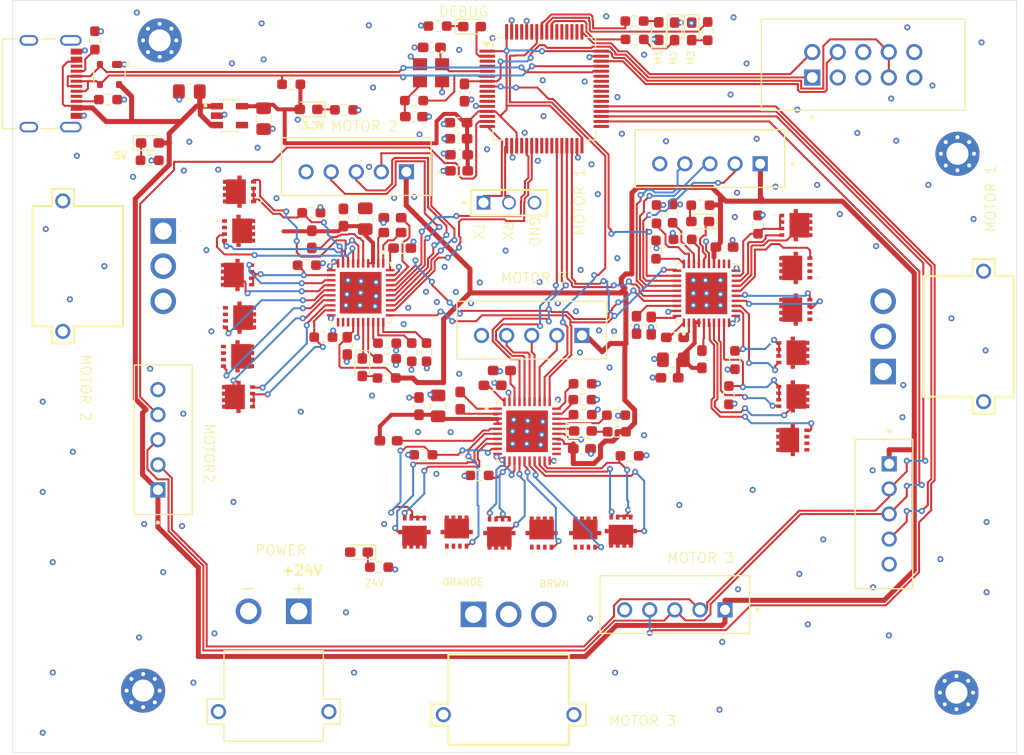
<source format=kicad_pcb>
(kicad_pcb (version 20241229) (generator "pcbnew") (generator_version "9.0")
  (layers (0 "F.Cu" signal) (2 "B.Cu" signal) (13 "F.Paste" user) (15 "B.Paste" user) (5 "F.SilkS" user "F.Silkscreen") (7 "B.SilkS" user "B.Silkscreen") (1 "F.Mask" user) (3 "B.Mask" user) (25 "Edge.Cuts" user))
  (net 0 "")
  (net 1 "GND")
  (net 2 "/SPI_CLK")
  (net 3 "/ENABLE")
  (net 4 "/CS_ENC_1")
  (net 5 "/MOTOR1_DIR")
  (net 7 "/NRST")
  (net 8 "Net-(D2-A)")
  (net 9 "/OSC_IN")
  (net 11 "/MOTOR2_PWM")
  (net 12 "/SPI_DATA")
  (net 13 "Net-(U2-CPL)")
  (net 17 "/nBRAKE")
  (net 18 "/CS_ENC_3")
  (net 20 "/MOTOR2_DIR")
  (net 22 "/CS_ENC_2")
  (net 23 "/SWDIO")
  (net 24 "/MOTOR3_PWM")
  (net 25 "/USART2_RX")
  (net 26 "/D-")
  (net 27 "/MOTOR1_PWM")
  (net 28 "/OSC_OUT")
  (net 32 "/SWCLK")
  (net 33 "/MOTOR3_DIR")
  (net 36 "+24V")
  (net 38 "+3.3V")
  (net 39 "+5V")
  (net 40 "Net-(U2-DVDD)")
  (net 41 "Net-(U2-CPH)")
  (net 42 "Net-(U2-VGLS)")
  (net 43 "Net-(U2-VCP)")
  (net 44 "Net-(D2-K)")
  (net 45 "Net-(J1-CC1)")
  (net 46 "Net-(J1-CC2)")
  (net 50 "/Motor_1/GAIN")
  (net 51 "/Motor_2/GAIN")
  (net 52 "/Motor_3/GAIN")
  (net 54 "Net-(U3-CPL)")
  (net 57 "Net-(U3-DVDD)")
  (net 58 "Net-(U3-VGLS)")
  (net 59 "Net-(U3-CPH)")
  (net 60 "Net-(U3-VCP)")
  (net 61 "Net-(U4-DVDD)")
  (net 62 "Net-(U4-CPH)")
  (net 63 "Net-(U4-VGLS)")
  (net 64 "Net-(U4-VCP)")
  (net 66 "Net-(U4-CPL)")
  (net 67 "/Motor_1/MODE")
  (net 68 "/Motor_2/MODE")
  (net 71 "/Motor_3/MODE")
  (net 73 "/Motor_1/VDS")
  (net 74 "/Motor_2/VDS")
  (net 76 "/Motor_3/VDS")
  (net 78 "/Motor_1/HAL_3")
  (net 79 "/Motor_1/HAL_1")
  (net 80 "/Motor_1/HAL_2")
  (net 81 "/Motor_2/HAL_2")
  (net 82 "/Motor_2/HAL_1")
  (net 83 "/Motor_2/HAL_3")
  (net 84 "/Motor_3/HAL_1")
  (net 85 "/Motor_3/HAL_3")
  (net 86 "/Motor_3/HAL_2")
  (net 87 "/Motor_3/SHB")
  (net 88 "/Motor_3/SHA")
  (net 89 "/Motor_3/SHC")
  (net 90 "/Motor_2/SHC")
  (net 91 "/Motor_2/SHA")
  (net 92 "/Motor_2/SHB")
  (net 93 "/Motor_1/SHC")
  (net 94 "/Motor_1/SHB")
  (net 95 "/Motor_1/SHA")
  (net 96 "/Motor_1/GHA")
  (net 97 "/Motor_1/SPA")
  (net 98 "/Motor_1/GLA")
  (net 99 "/Motor_1/GHB")
  (net 100 "/Motor_1/SPB")
  (net 101 "/Motor_1/GLB")
  (net 102 "/Motor_1/GHC")
  (net 103 "/Motor_1/SPC")
  (net 104 "/Motor_1/GLC")
  (net 105 "/Motor_2/GHA")
  (net 106 "/Motor_2/SPA")
  (net 107 "/Motor_2/GLA")
  (net 108 "/Motor_2/GHB")
  (net 109 "/Motor_2/SPB")
  (net 110 "/Motor_2/GLB")
  (net 111 "/Motor_2/GHC")
  (net 112 "/Motor_2/SPC")
  (net 113 "/Motor_2/GLC")
  (net 114 "/Motor_3/GHA")
  (net 115 "/Motor_3/SPA")
  (net 116 "/Motor_3/GLA")
  (net 117 "/Motor_3/GHB")
  (net 118 "/Motor_3/SPB")
  (net 119 "/Motor_3/GLB")
  (net 120 "/Motor_3/GHC")
  (net 121 "/Motor_3/SPC")
  (net 122 "/Motor_3/GLC")
  (net 135 "Net-(D4-A)")
  (net 136 "Net-(D4-K)")
  (net 137 "Net-(D5-K)")
  (net 138 "Net-(D5-A)")
  (net 139 "Net-(D6-A)")
  (net 140 "Net-(D6-K)")
  (net 141 "/USART2_TX")
  (net 142 "Net-(D7-K)")
  (net 143 "Net-(D8-K)")
  (net 144 "Net-(C10-Pad2)")
  (net 146 "Net-(D9-K)")
  (net 147 "/motor3_led")
  (net 148 "/motor2_led")
  (net 149 "/motor1_led")
  (net 150 "Net-(D10-A)")
  (net 151 "Net-(D11-A)")
  (net 152 "Net-(D12-A)")
  (net 153 "/Motor_1/IDRIVE")
  (net 154 "/Motor_2/IDRIVE")
  (net 155 "/Motor_3/IDRIVE")
  (net 156 "/D+")
  (footprint "library:AMPHENOL_10155435-00011LF" (layer "F.Cu") (at 103.295 74.07 -90)
    (property "Reference" "J1" (hide yes))
    (property "Value" "10155435-00011LF" (hide yes))
  )
  (footprint "Capacitor_SMD:C_0603_1608Metric_Pad1.08x0.95mm_HandSolder" (layer "F.Cu") (at 140.475 90.45 180)
    (property "Reference" "C29" (hide yes))
    (property "Value" "1uF" (hide yes))
  )
  (footprint "Capacitor_SMD:C_0603_1608Metric_Pad1.08x0.95mm_HandSolder" (layer "F.Cu") (at 146.075 77.95 180)
    (property "Reference" "C15" (hide yes))
    (property "Value" "100nF" (hide yes))
  )
  (footprint "Resistor_SMD:R_0603_1608Metric_Pad0.98x0.95mm_HandSolder" (layer "F.Cu") (at 148.175 113.1)
    (property "Reference" "R17" (hide yes))
    (property "Value" "1k" (hide yes))
  )
  (footprint "Resistor_SMD:R_0603_1608Metric_Pad0.98x0.95mm_HandSolder" (layer "F.Cu") (at 138.925 103.4)
    (property "Reference" "R7" (hide yes))
    (property "Value" "3.3K" (hide yes))
  )
  (footprint "KiCad:MR30PWM" (layer "F.Cu") (at 188.375 102.75 -90)
    (property "Reference" "J3" (hide yes))
    (property "Value" "MR30PW-M" (hide yes))
  )
  (footprint "Capacitor_SMD:C_0603_1608Metric_Pad1.08x0.95mm_HandSolder" (layer "F.Cu") (at 167.65 99.35 180)
    (property "Reference" "C8" (hide yes))
    (property "Value" "47nF" (hide yes))
  )
  (footprint "Resistor_SMD:R_0603_1608Metric_Pad0.98x0.95mm_HandSolder" (layer "F.Cu") (at 115.325 81.7)
    (property "Reference" "R20" (hide yes))
    (property "Value" "3.3K" (hide yes))
  )
  (footprint "Resistor_SMD:R_0603_1608Metric_Pad0.98x0.95mm_HandSolder" (layer "F.Cu") (at 158.45 103.975 180)
    (property "Reference" "R26" (hide yes))
    (property "Value" "0" (hide yes))
  )
  (footprint "Capacitor_SMD:C_0603_1608Metric_Pad1.08x0.95mm_HandSolder" (layer "F.Cu") (at 139.1125 109.65 180)
    (property "Reference" "C27" (hide yes))
    (property "Value" "1uF" (hide yes))
  )
  (footprint "Resistor_SMD:R_0603_1608Metric_Pad0.98x0.95mm_HandSolder" (layer "F.Cu") (at 173.61 101.605 90)
    (property "Reference" "R15" (hide yes))
    (property "Value" "1k")
  )
  (footprint "Capacitor_SMD:C_0805_2012Metric_Pad1.18x1.45mm_HandSolder" (layer "F.Cu") (at 119.275 74.85)
    (property "Reference" "C1" (hide yes))
    (property "Value" "10uF" (hide yes))
  )
  (footprint "Capacitor_SMD:C_0603_1608Metric_Pad1.08x0.95mm_HandSolder" (layer "F.Cu") (at 141.65 77.35 180)
    (property "Reference" "C10" (hide yes))
    (property "Value" "10pF")
  )
  (footprint "Capacitor_SMD:C_0603_1608Metric_Pad1.08x0.95mm_HandSolder" (layer "F.Cu") (at 146.25 105.65 90)
    (property "Reference" "C26" (hide yes))
    (property "Value" "47nF" (hide yes))
  )
  (footprint "AON:AON7262E" (layer "F.Cu") (at 179.675 88.175 -90)
    (property "Reference" "Q6" (hide yes))
    (property "Value" "AON7262E" (hide yes))
  )
  (footprint "B5B-XH-A_LF__SN_:JST_B5B-XH-A_LF__SN_" (layer "F.Cu") (at 116.675 109.55 -90)
    (property "Reference" "J11" (hide yes))
    (property "Value" "B5B-XH-A_LF__SN_" (hide yes))
  )
  (footprint "Resistor_SMD:R_0603_1608Metric_Pad0.98x0.95mm_HandSolder" (layer "F.Cu") (at 131.425 86.925 180)
    (property "Reference" "R10" (hide yes))
    (property "Value" "1k" (hide yes))
  )
  (footprint "X322516MLB4SI:OSC_X322516MLB4SI" (layer "F.Cu") (at 143.35 72.975 -90)
    (property "Reference" "Y2" (hide yes))
    (property "Value" "X322516MLB4SI" (hide yes))
  )
  (footprint "Capacitor_SMD:C_0603_1608Metric_Pad1.08x0.95mm_HandSolder" (layer "F.Cu") (at 131.475 89.575 90)
    (property "Reference" "C21" (hide yes))
    (property "Value" "1uF" (hide yes))
  )
  (footprint "Resistor_SMD:R_0603_1608Metric_Pad0.98x0.95mm_HandSolder" (layer "F.Cu") (at 142.9 100.825 90)
    (property "Reference" "R25" (hide yes))
    (property "Value" "0")
  )
  (footprint "B5B-XH-A_LF__SN_:JST_B5B-XH-A_LF__SN_" (layer "F.Cu") (at 153.375 98.625)
    (property "Reference" "J6" (hide yes))
    (property "Value" "B5B-XH-A_LF__SN_" (hide yes))
  )
  (footprint "Resistor_SMD:R_0603_1608Metric_Pad0.98x0.95mm_HandSolder" (layer "F.Cu") (at 173.01 105.105 90)
    (property "Reference" "R9" (hide yes))
    (property "Value" "1k")
  )
  (footprint "AON:AON7262E" (layer "F.Cu") (at 124.275 97.375 -90)
    (property "Reference" "Q4" (hide yes))
    (property "Value" "AON7262E" (hide yes))
  )
  (footprint "AON:AON7262E" (layer "F.Cu") (at 179.675 92.425 90)
    (property "Reference" "Q5" (hide yes))
    (property "Value" "AON7262E" (hide yes))
  )
  (footprint "Resistor_SMD:R_0603_1608Metric_Pad0.98x0.95mm_HandSolder" (layer "F.Cu") (at 158.425 105.55 180)
    (property "Reference" "R35" (hide yes))
    (property "Value" "0")
  )
  (footprint "LED_SMD:LED_0603_1608Metric_Pad1.05x0.95mm_HandSolder" (layer "F.Cu") (at 131.15 76.625 180)
    (property "Reference" "D8" (hide yes))
    (property "Value" "red" (hide yes))
  )
  (footprint "AON:AON7262E" (layer "F.Cu") (at 179.375 109.575 90)
    (property "Reference" "Q1" (hide yes))
    (property "Value" "AON7262E" (hide yes))
  )
  (footprint "B5B-XH-A_LF__SN_:JST_B5B-XH-A_LF__SN_" (layer "F.Cu") (at 135.9 82.325)
    (property "Reference" "J5" (hide yes))
    (property "Value" "B5B-XH-A_LF__SN_" (hide yes))
  )
  (footprint "B5B-XH-A_LF__SN_:JST_B5B-XH-A_LF__SN_" (layer "F.Cu") (at 188.45 116.95 90)
    (property "Reference" "J10" (hide yes))
    (property "Value" "B5B-XH-A_LF__SN_" (hide yes))
  )
  (footprint "Resistor_SMD:R_0603_1608Metric_Pad0.98x0.95mm_HandSolder" (layer "F.Cu") (at 144 68.325 180)
    (property "Reference" "R6" (hide yes))
    (property "Value" "3.3K" (hide yes))
  )
  (footprint "MTSW-103-09-L-S-400:SAMTEC_MTSW-103-09-L-S-400" (layer "F.Cu") (at 151.1125 85.925 180)
    (property "Reference" "J2" (hide yes))
    (property "Value" "MTSW-103-09-L-S-400" (hide yes))
  )
  (footprint "Resistor_SMD:R_0603_1608Metric_Pad0.98x0.95mm_HandSolder" (layer "F.Cu") (at 170.90525 68.826 -90)
    (property "Reference" "R22" (hide yes))
    (property "Value" "3.3K" (hide yes))
  )
  (footprint "LED_SMD:LED_0603_1608Metric_Pad1.05x0.95mm_HandSolder" (layer "F.Cu") (at 167.60525 68.851 -90)
    (property "Reference" "D10" (hide yes))
    (property "Value" "red")
  )
  (footprint "Capacitor_SMD:C_0603_1608Metric_Pad1.08x0.95mm_HandSolder" (layer "F.Cu") (at 163.81 98.105 -90)
    (property "Reference" "C7" (hide yes))
    (property "Value" "10uF" (hide yes))
  )
  (footprint "Capacitor_SMD:C_0603_1608Metric_Pad1.08x0.95mm_HandSolder" (layer "F.Cu") (at 158.375 110.45)
    (property "Reference" "C24" (hide yes))
    (property "Value" "0.1uF" (hide yes))
  )
  (footprint "Resistor_SMD:R_0603_1608Metric_Pad0.98x0.95mm_HandSolder" (layer "F.Cu") (at 163.125 111.15 180)
    (property "Reference" "R14" (hide yes))
    (property "Value" "1k" (hide yes))
  )
  (footprint "MountingHole:MountingHole_2.2mm_M2_Pad_Via" (layer "F.Cu") (at 195.675 134.75)
    (property "Reference" "H2" (hide yes))
    (property "Value" "MH2" (hide yes))
  )
  (footprint "DS1013:CONNFLY_DS1013-10SSIB1" (layer "F.Cu") (at 186.395 72.18)
    (property "Reference" "J9" (hide yes))
    (property "Value" "DS1013-10SSIB1" (hide yes))
  )
  (footprint "LED_SMD:LED_0603_1608Metric_Pad1.05x0.95mm_HandSolder" (layer "F.Cu") (at 136.5 102.325 -90)
    (property "Reference" "D5" (hide yes))
    (property "Value" "LED" (hide yes))
  )
  (footprint "LED_SMD:LED_0603_1608Metric_Pad1.05x0.95mm_HandSolder" (layer "F.Cu") (at 115.35 79.975)
    (property "Reference" "D9" (hide yes))
    (property "Value" "red" (hide yes))
  )
  (footprint "AON:AON7262E" (layer "F.Cu") (at 179.675 96.575 90)
    (property "Reference" "Q3" (hide yes))
    (property "Value" "AON7262E" (hide yes))
  )
  (footprint "Resistor_SMD:R_0603_1608Metric_Pad0.98x0.95mm_HandSolder" (layer "F.Cu") (at 109.875 69.75 -90)
    (property "Reference" "R1" (hide yes))
    (property "Value" "5.1K" (hide yes))
  )
  (footprint "Resistor_SMD:R_0603_1608Metric_Pad0.98x0.95mm_HandSolder" (layer "F.Cu") (at 141.65 75.75 180)
    (property "Reference" "R5" (hide yes))
    (property "Value" "47" (hide yes))
  )
  (footprint "Resistor_SMD:R_0603_1608Metric_Pad0.98x0.95mm_HandSolder" (layer "F.Cu") (at 167.4 87.0125 -90)
    (property "Reference" "R27" (hide yes))
    (property "Value" "0")
  )
  (footprint "AON:AON7262E" (layer "F.Cu") (at 150.15 118.85 180)
    (property "Reference" "Q21" (hide yes))
    (property "Value" "AON7262E" (hide yes))
  )
  (footprint "AON:AON7262E" (layer "F.Cu") (at 162.26 118.65 180)
    (property "Reference" "Q12" (hide yes))
    (property "Value" "AON7262E" (hide yes))
  )
  (footprint "Capacitor_SMD:C_0603_1608Metric_Pad1.08x0.95mm_HandSolder" (layer "F.Cu") (at 146.675 74.95 90)
    (property "Reference" "C3" (hide yes))
    (property "Value" "100nF" (hide yes))
  )
  (footprint "Capacitor_SMD:C_0603_1608Metric_Pad1.08x0.95mm_HandSolder" (layer "F.Cu") (at 172.575 90.35)
    (property "Reference" "C6" (hide yes))
    (property "Value" "0.1uF" (hide yes))
  )
  (footprint "KiCad:MR30PWM" (layer "F.Cu") (at 116.675 88.75 90)
    (property "Reference" "J8" (hide yes))
    (property "Value" "MR30PW-M" (hide yes))
  )
  (footprint "AON:AON7262E" (layer "F.Cu") (at 141.7 118.75 180)
    (property "Reference" "Q14" (hide yes))
    (property "Value" "AON7262E" (hide yes))
  )
  (footprint "Capacitor_SMD:C_0603_1608Metric_Pad1.08x0.95mm_HandSolder" (layer "F.Cu") (at 146.075 79.55 180)
    (property "Reference" "C14" (hide yes))
    (property "Value" "100nF" (hide yes))
  )
  (footprint "AON:AON7262E" (layer "F.Cu") (at 124.175 88.725 -90)
    (property "Reference" "Q7" (hide yes))
    (property "Value" "AON7262E" (hide yes))
  )
  (footprint "Resistor_SMD:R_0603_1608Metric_Pad0.98x0.95mm_HandSolder" (layer "F.Cu") (at 161.775 107.1 180)
    (property "Reference" "R32" (hide yes))
    (property "Value" "0" (hide yes))
  )
  (footprint "LED_SMD:LED_0603_1608Metric_Pad1.05x0.95mm_HandSolder" (layer "F.Cu") (at 166.03025 68.826 90)
    (property "Reference" "D12" (hide yes))
    (property "Value" "red")
  )
  (footprint "Resistor_SMD:R_0603_1608Metric_Pad0.98x0.95mm_HandSolder" (layer "F.Cu") (at 132.625 99.325 180)
    (property "Reference" "R13" (hide yes))
    (property "Value" "1k" (hide yes))
  )
  (footprint "Package_QFP:LQFP-64_10x10mm_P0.5mm" (layer "F.Cu") (at 154.625 74.575)
    (property "Reference" "U1" (hide yes))
    (property "Value" "STM32F303RET6" (hide yes))
  )
  (footprint "MountingHole:MountingHole_2.2mm_M2_Pad_Via" (layer "F.Cu") (at 116.325 69.75)
    (property "Reference" "H4" (hide yes))
    (property "Value" "MH4" (hide yes))
  )
  (footprint "AON:AON7262E" (layer "F.Cu") (at 124.075 101.235 -90)
    (property "Reference" "Q11" (hide yes))
    (property "Value" "AON7262E" (hide yes))
  )
  (footprint "B5B-XH-A_LF__SN_:JST_B5B-XH-A_LF__SN_" (layer "F.Cu") (at 171.125 81.525)
    (property "Reference" "J4" (hide yes))
    (property "Value" "B5B-XH-A_LF__SN_" (hide yes))
  )
  (footprint "AON:AON7262E" (layer "F.Cu") (at 124.175 105.275 90)
    (property "Reference" "Q10" (hide yes))
    (property "Value" "AON7262E" (hide yes))
  )
  (footprint "Capacitor_SMD:C_0805_2012Metric_Pad1.18x1.45mm_HandSolder" (layer "F.Cu") (at 136.8 87.525 -90)
    (property "Reference" "C32" (hide yes))
    (property "Value" "22uF" (hide yes))
  )
  (footprint "KiCad:MR30PWM" (layer "F.Cu") (at 147.575 126.95 180)
    (property "Reference" "J7" (hide yes))
    (property "Value" "MR30PW-M" (hide yes))
  )
  (footprint "MountingHole:MountingHole_2.2mm_M2_Pad_Via" (layer "F.Cu") (at 114.675 134.55)
    (property "Reference" "H1" (hide yes))
    (property "Value" "MH1" (hide yes))
  )
  (footprint "Capacitor_SMD:C_0603_1608Metric_Pad1.08x0.95mm_HandSolder" (layer "F.Cu") (at 165.275 98.175 90)
    (property "Reference" "C28" (hide yes))
    (property "Value" "1uF" (hide yes))
  )
  (footprint "XT30:AMASS_XT30PW-M" (layer "F.Cu") (at 127.675 136.64425 180)
    (property "Reference" "J14" (hide yes))
    (property "Value" "XT30PW-M" (hide yes))
  )
  (footprint "Capacitor_SMD:C_0603_1608Metric_Pad1.08x0.95mm_HandSolder" (layer "F.Cu") (at 170.325 101.525 -90)
    (property "Reference" "C9" (hide yes))
    (property "Value" "1uF" (hide yes))
  )
  (footprint "AON:AON7262E" (layer "F.Cu") (at 124.275 84.825 90)
    (property "Reference" "Q8" (hide yes))
    (property "Value" "AON7262E" (hide yes))
  )
  (footprint "LED_SMD:LED_0603_1608Metric_Pad1.05x0.95mm_HandSolder" (layer "F.Cu") (at 147.425 68.375)
    (property "Reference" "D2" (hide yes))
    (property "Value" "red" (hide yes))
  )
  (footprint "Resistor_SMD:R_0603_1608Metric_Pad0.98x0.95mm_HandSolder" (layer "F.Cu") (at 168.4 89.575)
    (property "Reference" "R30" (hide yes))
    (property "Value" "0" (hide yes))
  )
  (footprint "Capacitor_SMD:C_0603_1608Metric_Pad1.08x0.95mm_HandSolder" (layer "F.Cu") (at 143.425 70.45 180)
    (property "Reference" "C11" (hide yes))
    (property "Value" "10pF" (hide yes))
  )
  (footprint "RT9013:SOT94P279X129-5N" (layer "F.Cu") (at 123.275 77.25)
    (property "Reference" "U5" (hide yes))
    (property "Value" "RT9013-33GB" (hide yes))
  )
  (footprint "Capacitor_SMD:C_0603_1608Metric_Pad1.08x0.95mm_HandSolder" (layer "F.Cu") (at 149.475 104.125 180)
    (property "Reference" "C30" (hide yes))
    (property "Value" "1uF" (hide yes))
  )
  (footprint "Resistor_SMD:R_0603_1608Metric_Pad0.98x0.95mm_HandSolder" (layer "F.Cu") (at 170.175 86.175)
    (property "Reference" "R4" (hide yes))
    (property "Value" "3.3K" (hide yes))
  )
  (footprint "LED_SMD:LED_0603_1608Metric_Pad1.05x0.95mm_HandSolder" (layer "F.Cu") (at 158.475 108.675)
    (property "Reference" "D6" (hide yes))
    (property "Value" "LED" (hide yes))
  )
  (footprint "Capacitor_SMD:C_0603_1608Metric_Pad1.08x0.95mm_HandSolder" (layer "F.Cu") (at 146.1375 81.15 180)
    (property "Reference" "C13" (hide yes))
    (property "Value" "100nF" (hide yes))
  )
  (footprint "Capacitor_SMD:C_0603_1608Metric_Pad1.08x0.95mm_HandSolder" (layer "F.Cu") (at 135 100.2 -90)
    (property "Reference" "C18" (hide yes))
    (property "Value" "0.1uF" (hide yes))
  )
  (footprint "Resistor_SMD:R_0603_1608Metric_Pad0.98x0.95mm_HandSolder" (layer "F.Cu") (at 130.975 92.15 180)
    (property "Reference" "R16" (hide yes))
    (property "Value" "1k")
  )
  (footprint "Capacitor_SMD:C_0603_1608Metric_Pad1.08x0.95mm_HandSolder" (layer "F.Cu") (at 167.1 103.375 180)
    (property "Reference" "C5" (hide yes))
    (property "Value" "0.1uF" (hide yes))
  )
  (footprint "Capacitor_SMD:C_0603_1608Metric_Pad1.08x0.95mm_HandSolder" (layer "F.Cu") (at 139.5125 87.425 180)
    (property "Reference" "C19" (hide yes))
    (property "Value" "10uF" (hide yes))
  )
  (footprint "Capacitor_SMD:C_0805_2012Metric_Pad1.18x1.45mm_HandSolder" (layer "F.Cu") (at 126.675 77.55 90)
    (property "Reference" "C4" (hide yes))
    (property "Value" "10uF" (hide yes))
  )
  (footprint "AON:AON7262E" (layer "F.Cu") (at 145.9 118.75)
    (property "Reference" "Q13" (hide yes))
    (property "Value" "AON7262E" (hide yes))
  )
  (footprint "Capacitor_SMD:C_0603_1608Metric_Pad1.08x0.95mm_HandSolder" (layer "F.Cu") (at 134.625 87.4 90)
    (property "Reference" "C17" (hide yes))
    (property "Value" "0.1uF" (hide yes))
  )
  (footprint "Resistor_SMD:R_0603_1608Metric_Pad0.98x0.95mm_HandSolder" (layer "F.Cu") (at 138.975 99.925 180)
    (property "Reference" "R28" (hide yes))
    (property "Value" "0")
  )
  (footprint "DRV8353HRTAT(1):QFN50P600X600X80-41N" (layer "F.Cu") (at 170.775 94.955 90)
    (property "Reference" "U2" (hide yes))
    (property "Value" "DRV8353FHRTAR" (hide yes))
  )
  (footprint "Capacitor_SMD:C_0805_2012Metric_Pad1.18x1.45mm_HandSolder" (layer "F.Cu") (at 144.05 106.175 -90)
    (property "Reference" "C33" (hide yes))
    (property "Value" "22uF" (hide yes))
  )
  (footprint "Capacitor_SMD:C_0603_1608Metric_Pad1.08x0.95mm_HandSolder" (layer "F.Cu") (at 146.1375 82.75 180)
    (property "Reference" "C12" (hide yes))
    (property "Value" "4.7uF" (hide yes))
  )
  (footprint "AON:AON7262E" (layer "F.Cu") (at 179.375 105.235 -90)
    (property "Reference" "Q2" (hide yes))
    (property "Value" "AON7262E" (hide yes))
  )
  (footprint "Resistor_SMD:R_0603_1608Metric_Pad0.98x0.95mm_HandSolder" (layer "F.Cu") (at 175.91 88.105 -90)
    (property "Reference" "R12" (hide yes))
    (property "Value" "1k" (hide yes))
  )
  (footprint "Capacitor_SMD:C_0603_1608Metric_Pad1.08x0.95mm_HandSolder" (layer "F.Cu") (at 139.5 88.9)
    (property "Reference" "C20" (hide yes))
    (property "Value" "47nF" (hide yes))
  )
  (footprint "AON:AON7262E" (layer "F.Cu") (at 154.36 118.85)
    (property "Reference" "Q9" (hide yes))
    (property "Value" "AON7262E" (hide yes))
  )
  (footprint "Resistor_SMD:R_0603_1608Metric_Pad0.98x0.95mm_HandSolder" (layer "F.Cu") (at 134.6875 76.675)
    (property "Reference" "R19" (hide yes))
    (property "Value" "3.3K" (hide yes))
  )
  (footprint "Resistor_SMD:R_0603_1608Metric_Pad0.98x0.95mm_HandSolder" (layer "F.Cu") (at 165.8 87.075 -90)
    (property "Reference" "R33" (hide yes))
    (property "Value" "0")
  )
  (footprint "AON:AON7262E" (layer "F.Cu") (at 124.075 93.125 90)
    (property "Reference" "Q20" (hide yes))
    (property "Value" "AON7262E" (hide yes))
  )
  (footprint "LED_SMD:LED_0603_1608Metric_Pad1.05x0.95mm_HandSolder" (layer "F.Cu") (at 170.15 87.8 180)
    (property "Reference" "D4" (hide yes))
    (property "Value" "LED" (hide yes))
  )
  (footprint "Resistor_SMD:R_0603_1608Metric_Pad0.98x0.95mm_HandSolder" (layer "F.Cu") (at 142.575 111.05)
    (property "Reference" "R11" (hide yes))
    (property "Value" "1k" (hide yes))
  )
  (footprint "Resistor_SMD:R_0603_1608Metric_Pad0.98x0.95mm_HandSolder" (layer "F.Cu") (at 158.45 107.05 180)
    (property "Reference" "R29" (hide yes))
    (property "Value" "0")
  )
  (footprint "Resistor_SMD:R_0603_1608Metric_Pad0.98x0.95mm_HandSolder" (layer "F.Cu") (at 129.425 74.125)
    (property "Reference" "R36" (hide yes))
    (property "Value" "1.5k" (hide yes))
  )
  (footprint "Capacitor_SMD:C_0603_1608Metric_Pad1.08x0.95mm_HandSolder" (layer "F.Cu") (at 150.4 102.65 180)
    (property "Reference" "C25" (hide yes))
    (property "Value" "10uF" (hide yes))
  )
  (footprint "Resistor_SMD:R_0603_1608Metric_Pad0.98x0.95mm_HandSolder" (layer "F.Cu") (at 141.425 100.825 90)
    (property "Reference" "R34" (hide yes))
    (property "Value" "0")
  )
  (footprint "DRV8353HRTAT(1):QFN50P600X600X80-41N" (layer "F.Cu") (at 152.91 108.705)
    (property "Reference" "U4" (hide yes))
    (property "Value" "DRV8353FHRTAR" (hide yes))
  )
  (footprint "AON:AON7262E" (layer "F.Cu") (at 158.7 118.85)
    (property "Reference" "Q15" (hide yes))
    (property "Value" "AON7262E" (hide yes))
  )
  (footprint "Capacitor_SMD:C_0805_2012Metric_Pad1.18x1.45mm_HandSolder" (layer "F.Cu") (at 167.475 101.575)
    (property "Reference" "C31" (hide yes))
    (property "Value" "22uF" (hide yes))
  )
  (footprint "Resistor_SMD:R_0603_1608Metric_Pad0.98x0.95mm_HandSolder" (layer "F.Cu") (at 138.9625 101.475 180)
    (property "Reference" "R31" (hide yes))
    (property "Value" "0" (hide yes))
  )
  (footprint "Resistor_SMD:R_0603_1608Metric_Pad0.98x0.95mm_HandSolder" (layer "F.Cu") (at 163.63025 69.651)
    (property "Reference" "R21" (hide yes))
    (property "Value" "3.3K" (hide yes))
  )
  (footprint "DRV8353HRTAT(1):QFN50P600X600X80-41N" (layer "F.Cu") (at 136.34 94.9 -90)
    (property "Reference" "U3" (hide yes))
    (property "Value" "DRV8353FHRTAR" (hide yes))
  )
  (footprint "Resistor_SMD:R_0603_1608Metric_Pad0.98x0.95mm_HandSolder" (layer "F.Cu") (at 165.75 90.6 -90)
    (property "Reference" "R24" (hide yes))
    (property "Value" "0")
  )
  (footprint "Package_TO_SOT_SMD:SOT-143" (layer "F.Cu") (at 111.325 73.15 -90)
    (property "Reference" "D3" (hide yes))
    (property "Value" "PRTR5V0U2X" (hide yes))
  )
  (footprint "LED_SMD:LED_0603_1608Metric_Pad1.05x0.95mm_HandSolder" (layer "F.Cu") (at 136.175 120.75 180)
    (property "Reference" "D7" (hide yes))
    (property "Value" "red" (hide yes))
  )
  (footprint "Resistor_SMD:R_0603_1608Metric_Pad0.98x0.95mm_HandSolder" (layer "F.Cu") (at 111.175 75.65 180)
    (property "Reference" "R2" (hide yes))
    (property "Value" "5.1K" (hide yes))
  )
  (footprint "Capacitor_SMD:C_0603_1608Metric_Pad1.08x0.95mm_HandSolder" (layer "F.Cu") (at 142.15 106.2 90)
    (property "Reference" "C23" (hide yes))
    (property "Value" "0.1uF" (hide yes))
  )
  (footprint "Resistor_SMD:R_0603_1608Metric_Pad0.98x0.95mm_HandSolder" (layer "F.Cu") (at 161.85 108.75)
    (property "Reference" "R8" (hide yes))
    (property "Value" "3.3K" (hide yes))
  )
  (footprint "MountingHole:MountingHole_2.2mm_M2_Pad_Via" (layer "F.Cu") (at 195.775 81.05)
    (property "Reference" "H3" (hide yes))
    (property "Value" "MH3")
  )
  (footprint "AON:AON7262E" (layer "F.Cu") (at 179.375 100.875 -90)
    (property "Reference" "Q19" (hide yes))
    (property "Value" "AON7262E" (hide yes))
  )
  (footprint "Resistor_SMD:R_0603_1608Metric_Pad0.98x0.95mm_HandSolder" (layer "F.Cu") (at 163.60525 67.826)
    (property "Reference" "R23" (hide yes))
    (property "Value" "3.3K" (hide yes))
  )
  (footprint "Resistor_SMD:R_0603_1608Metric_Pad0.98x0.95mm_HandSolder" (layer "F.Cu") (at 138.175 122.25)
    (property "Reference" "R18" (hide yes))
    (property "Value" "3.3K" (hide yes))
  )
  (footprint "B5B-XH-A_LF__SN_:JST_B5B-XH-A_LF__SN_" (layer "F.Cu") (at 167.625 125.975)
    (property "Reference" "J12" (hide yes))
    (property "Value" "B5B-XH-A_LF__SN_" (hide yes))
  )
  (footprint "LED_SMD:LED_0603_1608Metric_Pad1.05x0.95mm_HandSolder" (layer "F.Cu") (at 169.30525 68.851 -90)
    (property "Reference" "D11" (hide yes))
    (property "Value" "red")
  )
  (gr_rect (start 101.675 65.75) (end 201.675 140.75) (stroke (width 0.05)) (fill no) (layer "Edge.Cuts"))
  (gr_text "M3\n" (at 169.65 72.275 90) (layer "F.SilkS") (effects (font (size 0.7 0.7) (thickness 0.1)) (justify left bottom)))
  (gr_text "MOTOR 3\n" (at 166.775 121.9 0) (layer "F.SilkS") (effects (font (size 1 1) (thickness 0.1)) (justify left bottom)))
  (gr_text "GND" (at 153.05 87.2 270) (layer "F.SilkS") (effects (font (size 1 1) (thickness 0.1)) (justify left bottom)))
  (gr_text "MOTOR 2\n" (at 108.375 100.95 270) (layer "F.SilkS") (effects (font (size 1 1) (thickness 0.1)) (justify left bottom)))
  (gr_text "TX\n" (at 147.475 87.85 270) (layer "F.SilkS") (effects (font (size 1 1) (thickness 0.1)) (justify left bottom)))
  (gr_text "M2\n" (at 167.925 72.3 90) (layer "F.SilkS") (effects (font (size 0.7 0.7) (thickness 0.1)) (justify left bottom)))
  (gr_text "MOTOR 1\n" (at 199.675 88.95 90) (layer "F.SilkS") (effects (font (size 1 1) (thickness 0.1)) (justify left bottom)))
  (gr_text "3.3V\n" (at 130.35 78.65 0) (layer "F.SilkS") (effects (font (size 0.7 0.7) (thickness 0.175) (bold yes)) (justify left bottom)))
  (gr_text "MOTOR 3\n" (at 160.975 138.15 0) (layer "F.SilkS") (effects (font (size 1 1) (thickness 0.1)) (justify left bottom)))
  (gr_text "MOTOR 1\n" (at 158.725 89.275 90) (layer "F.SilkS") (effects (font (size 1 1) (thickness 0.1)) (justify left bottom)))
  (gr_text "MOTOR 3\n" (at 150.2 94 0) (layer "F.SilkS") (effects (font (size 1 1) (thickness 0.1)) (justify left bottom)))
  (gr_text "RX" (at 150.4 87.675 270) (layer "F.SilkS") (effects (font (size 1 1) (thickness 0.1)) (justify left bottom)))
  (gr_text "M1\n" (at 166.4 72.25 90) (layer "F.SilkS") (effects (font (size 0.7 0.7) (thickness 0.1)) (justify left bottom)))
  (gr_text "POWER\n" (at 125.775 121.15 0) (layer "F.SilkS") (effects (font (size 1 1) (thickness 0.1)) (justify left bottom)))
  (gr_text "BRWN\n\n" (at 154.075 125.45 0) (layer "F.SilkS") (effects (font (size 0.7 0.7) (thickness 0.1)) (justify left bottom)))
  (gr_text "DEBUG\n" (at 144.05 67.475 0) (layer "F.SilkS") (effects (font (size 1 1) (thickness 0.1)) (justify left bottom)))
  (gr_text "24V\n" (at 136.675 124.225 0) (layer "F.SilkS") (effects (font (size 0.7 0.7) (thickness 0.1)) (justify left bottom)))
  (gr_text "MOTOR2\n" (at 120.65 107.85 -90) (layer "F.SilkS") (effects (font (size 1 1) (thickness 0.1)) (justify left bottom)))
  (gr_text "5V\n" (at 111.675 81.65 0) (layer "F.SilkS") (effects (font (size 0.7 0.7) (thickness 0.175) (bold yes)) (justify left bottom)))
  (gr_text "ORANGE\n" (at 144.375 124.15 0) (layer "F.SilkS") (effects (font (size 0.7 0.7) (thickness 0.1)) (justify left bottom)))
  (gr_text "MOTOR 2\n" (at 133.275 78.875 0) (layer "F.SilkS") (effects (font (size 1 1) (thickness 0.1)) (justify left bottom)))
  (gr_text "+24V\n\n" (at 128.375 124.75 0) (layer "F.SilkS") (effects (font (size 1 1) (thickness 0.2) (bold yes)) (justify left bottom)))
  (segment (start 126.675 78.5875) (end 127.5375 78.5875) (width 0.2) (layer "F.Cu") (net 1))
  (segment (start 160.3 71.325) (end 159.225612 71.325) (width 0.2) (layer "F.Cu") (net 1))
  (segment (start 173.61 102.5175) (end 172.9075 102.5175) (width 0.2) (layer "F.Cu") (net 1))
  (segment (start 169.30525 67.976) (end 169.30525 68.001) (width 0.2) (layer "F.Cu") (net 1))
  (segment (start 135 101.0625) (end 135 101.724) (width 0.2) (layer "F.Cu") (net 1))
  (segment (start 142.15 105.3375) (end 141.1875 105.3375) (width 0.2) (layer "F.Cu") (net 1))
  (segment (start 141.425 101.7375) (end 141.425 102.55) (width 0.2) (layer "F.Cu") (net 1))
  (segment (start 167.60525 67.976) (end 168.23025 67.976) (width 0.2) (layer "F.Cu") (net 1))
  (segment (start 108.755 77.27) (end 108.775 77.25) (width 0.2) (layer "F.Cu") (net 1))
  (segment (start 141.425 102.55) (end 141.4 102.575) (width 0.2) (layer "F.Cu") (net 1))
  (segment (start 145.275 82.75) (end 144.575 82.75) (width 0.2) (layer "F.Cu") (net 1))
  (segment (start 144.45 73.825) (end 144.45 74.925) (width 0.2) (layer "F.Cu") (net 1))
  (segment (start 166.03025 69.701) (end 165.598492 69.701) (width 0.2) (layer "F.Cu") (net 1))
  (segment (start 164.0375 111.15) (end 164.75 111.15) (width 0.2) (layer "F.Cu") (net 1))
  (segment (start 149.975 111.15) (end 149.875 111.25) (width 0.2) (layer "F.Cu") (net 1))
  (segment (start 126.725 71.7) (end 126.675 71.65) (width 0.2) (layer "F.Cu") (net 1))
  (segment (start 115.525 81.7) (end 115.5 81.725) (width 0.2) (layer "F.Cu") (net 1))
  (segment (start 151.471552 81.422085) (end 151.456929 81.422085) (width 0.2) (layer "F.Cu") (net 1))
  (segment (start 162.6875 107.1) (end 162.025 107.1) (width 0.2) (layer "F.Cu") (net 1))
  (segment (start 108.04 77.27) (end 108.755 77.27) (width 0.2) (layer "F.Cu") (net 1))
  (segment (start 173.71 92.515) (end 173.775 92.45) (width 0.2) (layer "F.Cu") (net 1))
  (segment (start 135.6 76.675) (end 136.1 76.675) (width 0.2) (layer "F.Cu") (net 1))
  (segment (start 122.675 77.25) (end 122.775 77.15) (width 0.2) (layer "F.Cu") (net 1))
  (segment (start 108.800687 70.75) (end 108.680687 70.87) (width 0.2) (layer "F.Cu") (net 1))
  (segment (start 157.875 81.05741) (end 157.875 80.25) (width 0.2) (layer "F.Cu") (net 1))
  (segment (start 136.09 97.835) (end 136.09 99.25) (width 0.2) (layer "F.Cu") (net 1))
  (segment (start 112.075 72.15) (end 112.775 72.15) (width 0.2) (layer "F.Cu") (net 1))
  (segment (start 167.4 86.1) (end 168.15 86.1) (width 0.2) (layer "F.Cu") (net 1))
  (segment (start 166.4625 86.1625) (end 166.475 86.15) (width 0.2) (layer "F.Cu") (net 1))
  (segment (start 156.586866 108.955) (end 157.082866 109.451) (width 0.2) (layer "F.Cu") (net 1))
  (segment (start 166.2375 103.375) (end 165.45 103.375) (width 0.2) (layer "F.Cu") (net 1))
  (segment (start 165.598492 69.701) (end 165.53025 69.632758) (width 0.2) (layer "F.Cu") (net 1))
  (segment (start 138.65 87.887004) (end 138.612004 87.925) (width 0.2) (layer "F.Cu") (net 1))
  (segment (start 116.2375 81.7) (end 115.525 81.7) (width 0.2) (layer "F.Cu") (net 1))
  (segment (start 136.09 99.25) (end 135.99 99.35) (width 0.2) (layer "F.Cu") (net 1))
  (segment (start 145.2125 79.55) (end 144.675 79.55) (width 0.2) (layer "F.Cu") (net 1))
  (segment (start 158.211995 109.451) (end 158.290922 109.529927) (width 0.2) (layer "F.Cu") (net 1))
  (segment (start 155.565 111.64) (end 155.575 111.65) (width 0.2) (layer "F.Cu") (net 1))
  (segment (start 150.66 111.64) (end 150.485269 111.64) (width 0.2) (layer "F.Cu") (net 1))
  (segment (start 139.875 101.475) (end 139.875 102.075) (width 0.2) (layer "F.Cu") (net 1))
  (segment (start 112.0875 75.65) (end 112.775 75.65) (width 0.2) (layer "F.Cu") (net 1))
  (segment (start 141.1875 105.3375) (end 141.175 105.35) (width 0.2) (layer "F.Cu") (net 1))
  (segment (start 142.25 72.125) (end 142.1 72.125) (width 0.2) (layer "F.Cu") (net 1))
  (segment (start 142.5625 70.45) (end 141.7 70.45) (width 0.2) (layer "F.Cu") (net 1))
  (segment (start 165.275 98.356903) (end 165.268097 98.35) (width 0.2) (layer "F.Cu") (net 1))
  (segment (start 131.8875 92.15) (end 132.375 92.15) (width 0.2) (layer "F.Cu") (net 1))
  (segment (start 132.325 87.1125) (end 132.2875 87.15) (width 0.2) (layer "F.Cu") (net 1))
  (segment (start 133.405 92.65) (end 133.405 92.38) (width 0.2) (layer "F.Cu") (net 1))
  (segment (start 134.09 91.965) (end 133.834 91.965) (width 0.2) (layer "F.Cu") (net 1))
  (segment (start 142.9 101.7375) (end 142.9 102.4) (width 0.2) (layer "F.Cu") (net 1))
  (segment (start 155.16 111.64) (end 155.565 111.64) (width 0.2) (layer "F.Cu") (net 1))
  (segment (start 147.2125 75.8125) (end 147.375 75.65) (width 0.2) (layer "F.Cu") (net 1))
  (segment (start 133.405 97.42) (end 133.375 97.45) (width 0.2) (layer "F.Cu") (net 1))
  (segment (start 163.81 98.9675) (end 163.81 98.303099) (width 0.2) (layer "F.Cu") (net 1))
  (segment (start 159.2375 110.9125) (end 159.275 110.95) (width 0.2) (layer "F.Cu") (net 1))
  (segment (start 144.72353 81.15) (end 144.599265 81.025735) (width 0.2) (layer "F.Cu") (net 1))
  (segment (start 141.3375 90.45) (end 141.3375 90.079164) (width 0.2) (layer "F.Cu") (net 1))
  (segment (start 145.275 81.15) (end 144.72353 81.15) (width 0.2) (layer "F.Cu") (net 1))
  (segment (start 109.875 68.8375) (end 110.4625 68.8375) (width 0.2) (layer "F.Cu") (net 1))
  (segment (start 157.975 81.15741) (end 157.875 81.05741) (width 0.2) (layer "F.Cu") (net 1))
  (segment (start 159.3625 107.05) (end 159.432087 107.05) (width 0.2) (layer "F.Cu") (net 1))
  (segment (start 157.975 81.424388) (end 157.975 81.15741) (width 0.2) (layer "F.Cu") (net 1))
  (segment (start 165.65 101.575) (end 165.575 101.5) (width 0.2) (layer "F.Cu") (net 1))
  (segment (start 173.315 97.89) (end 173.375 97.95) (width 0.2) (layer "F.Cu") (net 1))
  (segment (start 133.405 97.15) (end 133.405 97.42) (width 0.2) (layer "F.Cu") (net 1))
  (segment (start 163.81 98.303099) (end 163.833099 98.28) (width 0.2) (layer "F.Cu") (net 1))
  (segment (start 139.8875 100.6375) (end 139.875 100.65) (width 0.2) (layer "F.Cu") (net 1))
  (segment (start 141.3375 90.079164) (end 141.608332 89.808332) (width 0.2) (layer "F.Cu") (net 1))
  (segment (start 142.4 68.325) (end 142.35 68.275) (width 0.2) (layer "F.Cu") (net 1))
  (segment (start 173.025 97.89) (end 173.315 97.89) (width 0.2) (layer "F.Cu") (net 1))
  (segment (start 164.75 111.15) (end 164.8 111.1) (width 0.2) (layer "F.Cu") (net 1))
  (segment (start 173.01 106.0175) (end 173.5075 106.0175) (width 0.2) (layer "F.Cu") (net 1))
  (segment (start 118.2375 75.6125) (end 118.275 75.65) (width 0.2) (layer "F.Cu") (net 1))
  (segment (start 108.680687 70.87) (end 108.04 70.87) (width 0.2) (layer "F.Cu") (net 1))
  (segment (start 150.3375 104.125) (end 149.900748 104.125) (width 0.2) (layer "F.Cu") (net 1))
  (segment (start 159.225612 71.325) (end 159.125612 71.425) (width 0.2) (layer "F.Cu") (net 1))
  (segment (start 165.75 90.4) (end 165.8 90.45) (width 0.2) (layer "F.Cu") (net 1))
  (segment (start 149.900748 104.125) (end 149.65 103.874252) (width 0.2) (layer "F.Cu") (net 1))
  (segment (start 148.95 76.325) (end 147.862003 76.325) (width 0.2) (layer "F.Cu") (net 1))
  (segment (start 152.875 68.9) (end 152.875 67.810648) (width 0.2) (layer "F.Cu") (net 1))
  (segment (start 151.16 104.95) (end 151.06 104.85) (width 0.2) (layer "F.Cu") (net 1))
  (segment (start 142.9 102.4) (end 142.925 102.425) (width 0.2) (layer "F.Cu") (net 1))
  (segment (start 138.65 87.425) (end 138.65 87.887004) (width 0.2) (layer "F.Cu") (net 1))
  (segment (start 167.4875 89.575) (end 167.4875 89.0125) (width 0.2) (layer "F.Cu") (net 1))
  (segment (start 144.05 105.1375) (end 143.3625 105.1375) (width 0.2) (layer "F.Cu") (net 1))
  (segment (start 159.2375 110.45) (end 159.2375 110.9125) (width 0.2) (layer "F.Cu") (net 1))
  (segment (start 162.025 107.1) (end 161.975 107.15) (width 0.2) (layer "F.Cu") (net 1))
  (segment (start 151.16 105.77) (end 151.16 104.95) (width 0.2) (layer "F.Cu") (net 1))
  (segment (start 159.95 103.975) (end 159.975 103.95) (width 0.2) (layer "F.Cu") (net 1))
  (segment (start 139.3125 122.475) (end 139.0875 122.25) (width 0.2) (layer "F.Cu") (net 1))
  (segment (start 110.4625 68.8375) (end 110.475 68.85) (width 0.2) (layer "F.Cu") (net 1))
  (segment (start 133.6 99.2625) (end 133.5375 99.325) (width 0.2) (layer "F.Cu") (net 1))
  (segment (start 173.5075 106.0175) (end 173.575 105.95) (width 0.2) (layer "F.Cu") (net 1))
  (segment (start 150.157962 102.65) (end 150.225 102.717038) (width 0.2) (layer "F.Cu") (net 1))
  (segment (start 140.146256 92.736266) (end 140.146256 92.316442) (width 0.2) (layer "F.Cu") (net 1))
  (segment (start 132.325 86.375) (end 132.325 87.1125) (width 0.2) (layer "F.Cu") (net 1))
  (segment (start 167.4875 89.0125) (end 167.425 88.95) (width 0.2) (layer "F.Cu") (net 1))
  (segment (start 165.275 99.0375) (end 165.275 98.356903) (width 0.2) (layer "F.Cu") (net 1))
  (segment (start 175.91 87.1925) (end 176.3325 87.1925) (width 0.2) (layer "F.Cu") (net 1))
  (segment (start 173.4375 89.7125) (end 173.375 89.65) (width 0.2) (layer "F.Cu") (net 1))
  (segment (start 142.5125 77.35) (end 143.15 77.35) (width 0.2) (layer "F.Cu") (net 1))
  (segment (start 133.405 92.38) (end 133.275 92.25) (width 0.2) (layer "F.Cu") (net 1))
  (segment (start 122.03 77.25) (end 122.675 77.25) (width 0.2) (layer "F.Cu") (net 1))
  (segment (start 145.2125 77.95) (end 144.756808 77.95) (width 0.2) (layer "F.Cu") (net 1))
  (segment (start 171.025 90.966722) (end 170.743621 90.685343) (width 0.2) (layer "F.Cu") (net 1))
  (segment (start 139.8875 99.925) (end 139.8875 100.6375) (width 0.2) (layer "F.Cu") (net 1))
  (segment (start 159.3375 105.55) (end 159.875 105.55) (width 0.2) (layer "F.Cu") (net 1))
  (segment (start 143.0875 68.325) (end 142.4 68.325) (width 0.2) (layer "F.Cu") (net 1))
  (segment (start 151.375 68.9) (end 151.375 67.75) (width 0.2) (layer "F.Cu") (net 1))
  (segment (start 165.8 86.1625) (end 166.4625 86.1625) (width 0.2) (layer "F.Cu") (net 1))
  (segment (start 133.6 98.675) (end 133.6 99.2625) (width 0.2) (layer "F.Cu") (net 1))
  (segment (start 139.775 122.475) (end 139.3125 122.475) (width 0.2) (layer "F.Cu") (net 1))
  (segment (start 143.3625 105.1375) (end 143.275 105.05) (width 0.2) (layer "F.Cu") (net 1))
  (segment (start 147.862003 76.325) (end 147.815294 76.278291) (width 0.2) (layer "F.Cu") (net 1))
  (segment (start 166.4375 101.575) (end 165.65 101.575) (width 0.2) (layer "F.Cu") (net 1))
  (segment (start 108.875 70.75) (end 108.800687 70.75) (width 0.2) (layer "F.Cu") (net 1))
  (segment (start 133.834 91.965) (end 133.675 91.806) (width 0.2) (layer "F.Cu") (net 1))
  (segment (start 151.456929 81.422085) (end 151.375 81.340156) (width 0.2) (layer "F.Cu") (net 1))
  (segment (start 167.84 96.705) (end 167.075 96.705) (width 0.2) (layer "F.Cu") (net 1))
  (segment (start 139.732522 93.15) (end 140.146256 92.736266) (width 0.2) (layer "F.Cu") (net 1))
  (segment (start 149.5375 102.65) (end 150.157962 102.65) (width 0.2) (layer "F.Cu") (net 1))
  (segment (start 172.9075 102.5175) (end 172.875 102.55) (width 0.2) (layer "F.Cu") (net 1))
  (segment (start 147.2625 113.1) (end 146.725 113.1) (width 0.2) (layer "F.Cu") (net 1))
  (segment (start 173.71 97.42) (end 173.84 97.55) (width 0.2) (layer "F.Cu") (net 1))
  (segment (start 135 101.724) (end 134.95 101.774) (width 0.2) (layer "F.Cu") (net 1))
  (segment (start 150.485269 111.64) (end 150.411269 111.566) (width 0.2) (layer "F.Cu") (net 1))
  (segment (start 159.3625 103.975) (end 159.95 103.975) (width 0.2) (layer "F.Cu") (net 1))
  (segment (start 165.45 103.375) (end 165.425 103.35) (width 0.2) (layer "F.Cu") (net 1))
  (segment (start 151.375 81.340156) (end 151.375 80.25) (width 0.2) (layer "F.Cu") (net 1))
  (segment (start 176.3325 87.1925) (end 176.375 87.15) (width 0.2) (layer "F.Cu") (net 1))
  (segment (start 149.975 110.955) (end 149.975 111.15) (width 0.2) (layer "F.Cu") (net 1))
  (segment (start 167.075 96.705) (end 166.975 96.805) (width 0.2) (layer "F.Cu") (net 1))
  (segment (start 144.756808 77.95) (end 144.615904 78.090904) (width 0.2) (layer "F.Cu") (net 1))
  (segment (start 173.71 97.205) (end 173.71 97.42) (width 0.2) (layer "F.Cu") (net 1))
  (segment (start 169.30525 68.001) (end 169.28025 68.026) (width 0.2) (layer "F.Cu") (net 1))
  (segment (start 157.082866 109.451) (end 158.211995 109.451) (width 0.2) (layer "F.Cu") (net 1))
  (segment (start 146.675 75.8125) (end 147.2125 75.8125) (width 0.2) (layer "F.Cu") (net 1))
  (segment (start 165.75 89.6875) (end 165.75 90.4) (width 0.2) (layer "F.Cu") (net 1))
  (segment (start 170.743621 90.685343) (end 170.743621 89.79216) (width 0.2) (layer "F.Cu") (net 1))
  (segment (start 118.2375 74.85) (end 118.2375 75.6125) (width 0.2) (layer "F.Cu") (net 1))
  (segment (start 146.725 113.1) (end 146.675 113.15) (width 0.2) (layer "F.Cu") (net 1))
  (segment (start 139.875 102.075) (end 139.85 102.1) (width 0.2) (layer "F.Cu") (net 1))
  (segment (start 139.275 93.15) (end 139.732522 93.15) (width 0.2) (layer "F.Cu") (net 1))
  (segment (start 173.71 92.705) (end 173.71 92.515) (width 0.2) (layer "F.Cu") (net 1))
  (segment (start 159.432087 107.05) (end 159.947665 106.534422) (width 0.2) (layer "F.Cu") (net 1))
  (segment (start 132.375 92.15) (end 132.575 91.95) (width 0.2) (layer "F.Cu") (net 1))
  (segment (start 171.025 92.02) (end 171.025 90.966722) (width 0.2) (layer "F.Cu") (net 1))
  (segment (start 141.6625 111.05) (end 141.075 111.05) (width 0.2) (layer "F.Cu") (net 1))
  (segment (start 155.845 108.955) (end 156.586866 108.955) (width 0.2) (layer "F.Cu") (net 1))
  (segment (start 173.4375 90.35) (end 173.4375 89.7125) (width 0.2) (layer "F.Cu") (net 1))
  (segment (start 142.1 72.125) (end 141.325 71.35) (width 0.2) (layer "F.Cu") (net 1))
  (segment (start 136.1 76.675) (end 136.125 76.7) (width 0.2) (layer "F.Cu") (net 1))
  (segment (start 127.5375 78.5875) (end 127.575 78.55) (width 0.2) (layer "F.Cu") (net 1))
  (via (at 165.575 101.5) (size 0.6) (drill 0.3) (layers "F.Cu" "B.Cu") (net 1))
  (via (at 159.125612 71.425) (size 0.6) (drill 0.3) (layers "F.Cu" "B.Cu") (net 1))
  (via (at 159.275 110.95) (size 0.6) (drill 0.3) (layers "F.Cu" "B.Cu") (net 1))
  (via (at 144.599265 81.025735) (size 0.6) (drill 0.3) (layers "F.Cu" "B.Cu") (net 1))
  (via (at 161.9 91.45) (size 0.6) (drill 0.3) (layers "F.Cu" "B.Cu") (net 1))
  (via (at 137.175 82.35) (size 0.6) (drill 0.3) (layers "F.Cu" "B.Cu") (net 1))
  (via (at 119.275 79.85) (size 0.6) (drill 0.3) (layers "F.Cu" "B.Cu") (net 1))
  (via (at 142.925 102.425) (size 0.6) (drill 0.3) (layers "F.Cu" "B.Cu") (net 1))
  (via (at 167.425 88.95) (size 0.6) (drill 0.3) (layers "F.Cu" "B.Cu") (net 1))
  (via (at 126.475 68.05) (size 0.6) (drill 0.3) (layers "F.Cu" "B.Cu") (net 1))
  (via (at 189.175 75.55) (size 0.6) (drill 0.3) (layers "F.Cu" "B.Cu") (net 1))
  (via (at 185.8 78.975) (size 0.6) (drill 0.3) (layers "F.Cu" "B.Cu") (net 1))
  (via (at 139.775 122.475) (size 0.6) (drill 0.3) (layers "F.Cu" "B.Cu") (net 1))
  (via (at 170.743621 89.79216) (size 0.6) (drill 0.3) (layers "F.Cu" "B.Cu") (net 1))
  (via (at 170.775 96.15) (size 0.6) (drill 0.3) (layers "F.Cu" "B.Cu") (net 1))
  (via (at 134.975 95.05) (size 0.6) (drill 0.3) (layers "F.Cu" "B.Cu") (net 1))
  (via (at 187.675 90.25) (size 0.6) (drill 0.3) (layers "F.Cu" "B.Cu") (net 1))
  (via (at 108.075 81.25) (size 0.6) (drill 0.3) (layers "F.Cu" "B.Cu") (net 1))
  (via (at 160.8 67.35) (size 0.6) (drill 0.3) (layers "F.Cu" "B.Cu") (net 1))
  (via (at 180.875 127.95) (size 0.6) (drill 0.3) (layers "F.Cu" "B.Cu") (net 1))
  (via (at 142.2 79.125) (size 0.6) (drill 0.3) (layers "F.Cu" "B.Cu") (net 1))
  (via (at 142.05 108.775) (size 0.6) (drill 0.3) (layers "F.Cu" "B.Cu") (net 1))
  (via (at 173.375 89.65) (size 0.6) (drill 0.3) (layers "F.Cu" "B.Cu") (net 1))
  (via (at 148.925 80.6) (size 0.6) (drill 0.3) (layers "F.Cu" "B.Cu") (net 1))
  (via (at 197.375 87.55) (size 0.6) (drill 0.3) (layers "F.Cu" "B.Cu") (net 1))
  (via (at 152.675 78.95) (size 0.6) (drill 0.3) (layers "F.Cu" "B.Cu") (net 1))
  (via (at 147.325 95.95) (size 0.6) (drill 0.3) (layers "F.Cu" "B.Cu") (net 1))
  (via (at 164.56654 109.103056) (size 0.6) (drill 0.3) (layers "F.Cu" "B.Cu") (net 1))
  (via (at 126.075 80.45) (size 0.6) (drill 0.3) (layers "F.Cu" "B.Cu") (net 1))
  (via (at 136.275 96.15) (size 0.6) (drill 0.3) (layers "F.Cu" "B.Cu") (net 1))
  (via (at 144.675 79.55) (size 0.6) (drill 0.3) (layers "F.Cu" "B.Cu") (net 1))
  (via (at 104.675 105.75) (size 0.6) (drill 0.3) (layers "F.Cu" "B.Cu") (net 1))
  (via (at 135.99 99.35) (size 0.6) (drill 0.3) (layers "F.Cu" "B.Cu") (net 1))
  (via (at 143.15 77.35) (size 0.6) (drill 0.3) (layers "F.Cu" "B.Cu") (net 1))
  (via (at 145.3 108.8) (size 0.6) (drill 0.3) (layers "F.Cu" "B.Cu") (net 1))
  (via (at 182.409814 119.484641) (size 0.6) (drill 0.3) (layers "F.Cu" "B.Cu") (net 1))
  (via (at 151.06 104.85) (size 0.6) (drill 0.3) (layers "F.Cu" "B.Cu") (net 1))
  (via (at 148.2 93.875) (size 0.6) (drill 0.3) (layers "F.Cu" "B.Cu") (net 1))
  (via (at 137.15 68.25) (size 0.6) (drill 0.3) (layers "F.Cu" "B.Cu") (net 1))
  (via (at 159.175 127.35) (size 0.6) (drill 0.3) (layers "F.Cu" "B.Cu") (net 1))
  (via (at 105.675 132.75) (size 0.6) (drill 0.3) (layers "F.Cu" "B.Cu") (net 1))
  (via (at 159.947665 106.534422) (size 0.6) (drill 0.3) (layers "F.Cu" "B.Cu") (net 1))
  (via (at 161.125 102.35) (size 0.6) (drill 0.3) (layers "F.Cu" "B.Cu") (net 1))
  (via (at 173.825 84.925) (size 0.6) (drill 0.3) (layers "F.Cu" "B.Cu") (net 1))
  (via (at 173.175 75.15) (size 0.6) (drill 0.3) (layers "F.Cu" "B.Cu") (net 1))
  (via (at 190.775 68.45) (size 0.6) (drill 0.3) (layers "F.Cu" "B.Cu") (net 1))
  (via (at 172.175 95.05) (size 0.6) (drill 0.3) (layers "F.Cu" "B.Cu") (net 1))
  (via (at 169.475 94.95) (size 0.6) (drill 0.3) (layers "F.Cu" "B.Cu") (net 1))
  (via (at 143.875 112.95) (size 0.6) (drill 0.3) (layers "F.Cu" "B.Cu") (net 1))
  (via (at 141.4 102.575) (size 0.6) (drill 0.3) (layers "F.Cu" "B.Cu") (net 1))
  (via (at 157.775 96.75) (size 0.6) (drill 0.3) (layers "F.Cu" "B.Cu") (net 1))
  (via (at 154.15 93.825) (size 0.6) (drill 0.3) (layers "F.Cu" "B.Cu") (net 1))
  (via (at 158.175 100.85) (size 0.6) (drill 0.3) (layers "F.Cu" "B.Cu") (net 1))
  (via (at 173.84 97.55) (size 0.6) (drill 0.3) (layers "F.Cu" "B.Cu") (net 1))
  (via (at 115.375 102.475) (size 0.6) (drill 0.3) (layers "F.Cu" "B.Cu") (net 1))
  (via (at 126.675 71.65) (size 0.6) (drill 0.3) (layers "F.Cu" "B.Cu") (net 1))
  (via (at 157.975 81.424388) (size 0.6) (drill 0.3) (layers "F.Cu" "B.Cu") (net 1))
  (via (at 168.15 86.1) (size 0.6) (drill 0.3) (layers "F.Cu" "B.Cu") (net 1))
  (via (at 150.411269 111.566) (size 0.6) (drill 0.3) (layers "F.Cu" "B.Cu") (net 1))
  (via (at 172.35 129.7) (size 0.6) (drill 0.3) (layers "F.Cu" "B.Cu") (net 1))
  (via (at 174.775 72.05) (size 0.6) (drill 0.3) (layers "F.Cu" "B.Cu") (net 1))
  (via (at 154.375 109.05) (size 0.6) (drill 0.3) (layers "F.Cu" "B.Cu") (net 1))
  (via (at 137.475 105.15) (size 0.6) (drill 0.3) (layers "F.Cu" "B.Cu") (net 1))
  (via (at 181.8 84.15) (size 0.6) (drill 0.3) (layers "F.Cu" "B.Cu") (net 1))
  (via (at 138.675 117.95) (size 0.6) (drill 0.3) (layers "F.Cu" "B.Cu") (net 1))
  (via (at 146.15 102.975) (size 0.6) (drill 0.3) (layers "F.Cu" "B.Cu") (net 1))
  (via (at 141.075 96.4) (size 0.6) (drill 0.3) (layers "F.Cu" "B.Cu") (net 1))
  (via (at 151.475 109.95) (size 0.6) (drill 0.3) (layers "F.Cu" "B.Cu") (net 1))
  (via (at 151.475 108.705) (size 0.6) (drill 0.3) (layers "F.Cu" "B.Cu") (net 1))
  (via (at 154.475 107.75) (size 0.6) (drill 0.3) (layers "F.Cu" "B.Cu") (net 1))
  (via (at 135.675 132.75) (size 0.6) (drill 0.3) (layers "F.Cu" "B.Cu") (net 1))
  (via (at 141.608332 89.808332) (size 0.6) (drill 0.3) (layers "F.Cu" "B.Cu") (net 1))
  (via (at 135.075 93.65) (size 0.6) (drill 0.3) (layers "F.Cu" "B.Cu") (net 1))
  (via (at 144.615904 78.090904) (size 0.6) (drill 0.3) (layers "F.Cu" "B.Cu") (net 1))
  (via (at 198.675 117.75) (size 0.6) (drill 0.3) (layers "F.Cu" "B.Cu") (net 1))
  (via (at 164.8 111.1) (size 0.6) (drill 0.3) (layers "F.Cu" "B.Cu") (net 1))
  (via (at 110.8125 92.25) (size 0.6) (drill 0.3) (layers "F.Cu" "B.Cu") (net 1))
  (via (at 172.875 102.55) (size 0.6) (drill 0.3) (layers "F.Cu" "B.Cu") (net 1))
  (via (at 184.054575 87.062146) (size 0.6) (drill 0.3) (layers "F.Cu" "B.Cu") (net 1))
  (via (at 149.875 111.25) (size 0.6) (drill 0.3) (layers "F.Cu" "B.Cu") (net 1))
  (via (at 105.675 121.75) (size 0.6) (drill 0.3) (layers "F.Cu" "B.Cu") (net 1))
  (via (at 158.65 73.85) (size 0.6) (drill 0.3) (layers "F.Cu" "B.Cu") (net 1))
  (via (at 165.425 103.35) (size 0.6) (drill 0.3) (layers "F.Cu" "B.Cu") (net 1))
  (via (at 170.675 93.65) (size 0.6) (drill 0.3) (layers "F.Cu" "B.Cu") (net 1))
  (via (at 118.55 118.15) (size 0.6) (drill 0.3) (layers "F.Cu" "B.Cu") (net 1))
  (via (at 139.85 102.1) (size 0.6) (drill 0.3) (layers "F.Cu" "B.Cu") (net 1))
  (via (at 194.075 121.45) (size 0.6) (drill 0.3) (layers "F.Cu" "B.Cu") (net 1))
  (via (at 110.475 68.85) (size 0.6) (drill 0.3) (layers "F.Cu" "B.Cu") (net 1))
  (via (at 119.675 133.75) (size 0.6) (drill 0.3) (layers "F.Cu" "B.Cu") (net 1))
  (via (at 198.675 124.75) (size 0.6) (drill 0.3) (layers "F.Cu" "B.Cu") (net 1))
  (via (at 165.268097 98.35) (size 0.6) (drill 0.3) (layers "F.Cu" "B.Cu") (net 1))
  (via (at 133.275 92.25) (size 0.6) (drill 0.3) (layers "F.Cu" "B.Cu") (net 1))
  (via (at 137.575 74.45) (size 0.6) (drill 0.3) (layers "F.Cu" "B.Cu") (net 1))
  (via (at 141.075 111.05) (size 0.6) (drill 0.3) (layers "F.Cu" "B.Cu") (net 1))
  (via (at 152.91 108.705) (size 0.6) (drill 0.3) (layers "F.Cu" "B.Cu") (net 1))
  (via (at 130.375 106.75) (size 0.6) (drill 0.3) (layers "F.Cu" "B.Cu") (net 1))
  (via (at 122.15 82.625) (size 0.6) (drill 0.3) (layers "F.Cu" "B.Cu") (net 1))
  (via (at 141.175 105.35) (size 0.6) (drill 0.3) (layers "F.Cu" "B.Cu") (net 1))
  (via (at 114.775 117.95) (size 0.6) (drill 0.3) (layers "F.Cu" "B.Cu") (net 1))
  (via (at 147.375 75.65) (size 0.6) (drill 0.3) (layers "F.Cu" "B.Cu") (net 1))
  (via (at 137.875 93.85) (size 0.6) (drill 0.3) (layers "F.Cu" "B.Cu") (net 1))
  (via (at 136.375 93.75) (size 0.6) (drill 0.3) (layers "F.Cu" "B.Cu") (net 1))
  (via (at 163.833099 98.28) (size 0.6) (drill 0.3) (layers "F.Cu" "B.Cu") (net 1))
  (via (at 172.074213 136.450638) (size 0.6) (drill 0.3) (layers "F.Cu" "B.Cu") (net 1))
  (via (at 151.471552 81.422085) (size 0.6) (drill 0.3) (layers "F.Cu" "B.Cu") (net 1))
  (via (at 149.65 103.874252) (size 0.6) (drill 0.3) (layers "F.Cu" "B.Cu") (net 1))
  (via (at 123.675 115.75) (size 0.6) (drill 0.3) (layers "F.Cu" "B.Cu") (net 1))
  (via (at 154.55 77.3) (size 0.6) (drill 0.3) (layers "F.Cu" "B.Cu") (net 1))
  (via (at 173.925 124.45) (size 0.6) (drill 0.3) (layers "F.Cu" "B.Cu") (net 1))
  (via (at 115.5 81.725) (size 0.6) (drill 0.3) (layers "F.Cu" "B.Cu") (net 1))
  (via (at 169.475 93.65) (size 0.6) (drill 0.3) (layers "F.Cu" "B.Cu") (net 1))
  (via (at 173.375 97.95) (size 0.6) (drill 0.3) (layers "F.Cu" "B.Cu") (net 1))
  (via (at 121.775 128.85) (size 0.6) (drill 0.3) (layers "F.Cu" "B.Cu") (net 1))
  (via (at 136.125 76.7) (size 0.6) (drill 0.3) (layers "F.Cu" "B.Cu") (net 1))
  (via (at 177.65 84.325) (size 0.6) (drill 0.3) (layers "F.Cu" "B.Cu") (net 1))
  (via (at 158.25 92.625) (size 0.6) (drill 0.3) (layers "F.Cu" "B.Cu") (net 1))
  (via (at 161.675 132.75) (size 0.6) (drill 0.3) (layers "F.Cu" "B.Cu") (net 1))
  (via (at 161.907413 75.403332) (size 0.6) (drill 0.3) (layers "F.Cu" "B.Cu") (net 1))
  (via (at 165.8 90.45) (size 0.6) (drill 0.3) (layers "F.Cu" "B.Cu") (net 1))
  (via (at 151.575 107.55) (size 0.6) (drill 0.3) (layers "F.Cu" "B.Cu") (net 1))
  (via (at 166.475 86.15) (size 0.6) (drill 0.3) (layers "F.Cu" "B.Cu") (net 1))
  (via (at 169.28025 68.026) (size 0.6) (drill 0.3) (layers "F.Cu" "B.Cu") (net 1))
  (via (at 107.675 110.75) (size 0.6) (drill 0.3) (layers "F.Cu" "B.Cu") (net 1))
  (via (at 152.875 109.95) (size 0.6) (drill 0.3) (layers "F.Cu" "B.Cu") (net 1))
  (via (at 104.675 114.75) (size 0.6) (drill 0.3) (layers "F.Cu" "B.Cu") (net 1))
  (via (at 143.925 95.825) (size 0.6) (drill 0.3) (layers "F.Cu" "B.Cu") (net 1))
  (via (at 104.975 88.55) (size 0.6) (drill 0.3) (layers "F.Cu" "B.Cu") (net 1))
  (via (at 141.7 70.45) (size 0.6) (drill 0.3) (layers "F.Cu" "B.Cu") (net 1))
  (via (at 121.475 98.75) (size 0.6) (drill 0.3) (layers "F.Cu" "B.Cu") (net 1))
  (via (at 180.025 122.925) (size 0.6) (drill 0.3) (layers "F.Cu" "B.Cu") (net 1))
  (via (at 188.95 129.05) (size 0.6) (drill 0.3) (layers "F.Cu" "B.Cu") (net 1))
  (via (at 143.275 105.05) (size 0.6) (drill 0.3) (layers "F.Cu" "B.Cu") (net 1))
  (via (at 132.575 91.95) (size 0.6) (drill 0.3) (layers "F.Cu" "B.Cu") (net 1))
  (via (at 165.53025 69.632758) (size 0.6) (drill 0.3) (layers "F.Cu" "B.Cu") (net 1))
  (via (at 198.575 100.65) (size 0.6) (drill 0.3) (layers "F.Cu" "B.Cu") (net 1))
  (via (at 158.290922 109.529927) (size 0.6) (drill 0.3) (layers "F.Cu" "B.Cu") (net 1))
  (via (at 151.375 67.75) (size 0.6) (drill 0.3) (layers "F.Cu" "B.Cu") (net 1))
  (via (at 134.875 96.15) (size 0.6) (drill 0.3) (layers "F.Cu" "B.Cu") (net 1))
  (via (at 168.23025 67.976) (size 0.6) (drill 0.3) (layers "F.Cu" "B.Cu") (net 1))
  (via (at 122.775 77.15) (size 0.6) (drill 0.3) (layers "F.Cu" "B.Cu") (net 1))
  (via (at 133.6 98.675) (size 0.6) (drill 0.3) (layers "F.Cu" "B.Cu") (net 1))
  (via (at 118.725 82.725) (size 0.6) (drill 0.3) (layers "F.Cu" "B.Cu") (net 1))
  (via (at 132.325 86.375) (size 0.6) (drill 0.3) (layers "F.Cu" "B.Cu") (net 1))
  (via (at 159.95 85.075) (size 0.6) (drill 0.3) (layers "F.Cu" "B.Cu") (net 1))
  (via (at 127.575 78.55) (size 0.6) (drill 0.3) (layers "F.Cu" "B.Cu") (net 1))
  (via (at 152.975 107.65) (size 0.6) (drill 0.3) (layers "F.Cu" "B.Cu") (net 1))
  (via (at 173.475 67.45) (size 0.6) (drill 0.3) (layers "F.Cu" "B.Cu") (net 1))
  (via (at 193.275 74.25) (size 0.6) (drill 0.3) (layers "F.Cu" "B.Cu") (net 1))
  (via (at 166.975 96.805) (size 0.6) (drill 0.3) (layers "F.Cu" "B.Cu") (net 1))
  (via (at 123.515166 72.039339) (size 0.6) (drill 0.3) (layers "F.Cu" "B.Cu") (net 1))
  (via (at 168.075 116.05) (size 0.6) (drill 0.3) (layers "F.Cu" "B.Cu") (net 1))
  (via (at 175.375 114.55) (size 0.6) (drill 0.3) (layers "F.Cu" "B.Cu") (net 1))
  (via (at 172.175 93.65) (size 0.6) (drill 0.3) (layers "F.Cu" "B.Cu") (net 1))
  (via (at 133.675 91.806) (size 0.6) (drill 0.3) (layers "F.Cu" "B.Cu") (net 1))
  (via (at 118.275 75.65) (size 0.6) (drill 0.3) (layers "F.Cu" "B.Cu") (net 1))
  (via (at 140.146256 92.316442) (size 0.6) (drill 0.3) (layers "F.Cu" "B.Cu") (net 1))
  (via (at 164.575 71.175) (size 0.6) (drill 0.3) (layers "F.Cu" "B.Cu") (net 1))
  (via (at 161.575 98.75) (size 0.6) (drill 0.3) (layers "F.Cu" "B.Cu") (net 1))
  (via (at 159.875 105.55) (size 0.6) (drill 0.3) (layers "F.Cu" "B.Cu") (net 1))
  (via (at 173.6 87.35) (size 0.6) (drill 0.3) (layers "F.Cu" "B.Cu") (net 1))
  (via (at 108.775 77.25) (size 0.6) (drill 0.3) (layers "F.Cu" "B.Cu") (net 1))
  (via (at 107.375 95.55) (size 0.6) (drill 0.3) (layers "F.Cu" "B.Cu") (net 1))
  (via (at 141.325 71.35) (size 0.6) (drill 0.3) (layers "F.Cu" "B.Cu") (net 1))
  (via (at 150.775 90.7) (size 0.6) (drill 0.3) (layers "F.Cu" "B.Cu") (net 1))
  (via (at 116.675 122.75) (size 0.6) (drill 0.3) (layers "F.Cu" "B.Cu") (net 1))
  (via (at 149.475 69.525) (size 0.6) (drill 0.3) (layers "F.Cu" "B.Cu") (net 1))
  (via (at 137.775 96.25) (size 0.6) (drill 0.3) (layers "F.Cu" "B.Cu") (net 1))
  (via (at 161.975 107.15) (size 0.6) (drill 0.3) (layers "F.Cu" "B.Cu") (net 1))
  (via (at 155.575 111.65) (size 0.6) (drill 0.3) (layers "F.Cu" "B.Cu") (net 1))
  (via (at 176.375 87.15) (size 0.6) (drill 0.3) (layers "F.Cu" "B.Cu") (net 1))
  (via (at 127.95 85.475) (size 0.6) (drill 0.3) (layers "F.Cu" "B.Cu") (net 1))
  (via (at 198.175 69.95) (size 0.6) (drill 0.3) (layers "F.Cu" "B.Cu") (net 1))
  (via (at 113.675 83.35) (size 0.6) (drill 0.3) (layers "F.Cu" "B.Cu") (net 1))
  (via (at 142.85 94.8) (size 0.6) (drill 0.3) (layers "F.Cu" "B.Cu") (net 1))
  (via (at 190.375 104.1) (size 0.6) (drill 0.3) (layers "F.Cu" "B.Cu") (net 1))
  (via (at 137.875 95.25) (size 0.6) (drill 0.3) (layers "F.Cu" "B.Cu") (net 1))
  (via (at 166.75 79.8) (size 0.6) (drill 0.3) (layers "F.Cu" "B.Cu") (net 1))
  (via (at 159.975 103.95) (size 0.6) (drill 0.3) (layers "F.Cu" "B.Cu") (net 1))
  (via (at 170.775 94.955) (size 0.6) (drill 0.3) (layers "F.Cu" "B.Cu") (net 1))
  (via (at 155.981814 105.544351) (size 0.6) (drill 0.3) (layers "F.Cu" "B.Cu") (net 1))
  (via (at 114.275 129.25) (size 0.6) (drill 0.3) (layers "F.Cu" "B.Cu") (net 1))
  (via (at 195.175 97.45) (size 0.6) (drill 0.3) (layers "F.Cu" "B.Cu") (net 1))
  (via (at 146.15 70.7) (size 0.6) (drill 0.3) (layers "F.Cu" "B.Cu") (net 1))
  (via (at 179.825 76.65) (size 0.6) (drill 0.3) (layers "F.Cu" "B.Cu") (net 1))
  (via (at 173.775 92.45) (size 0.6) (drill 0.3) (layers "F.Cu" "B.Cu") (net 1))
  (via (at 155.975 95.95) (size 0.6) (drill 0.3) (layers "F.Cu" "B.Cu") (net 1))
  (via (at 139.875 100.65) (size 0.6) (drill 0.3) (layers "F.Cu" "B.Cu") (net 1))
  (via (at 187.375 124.25) (size 0.6) (drill 0.3) (layers "F.Cu" "B.Cu") (net 1))
  (via (at 136.34 94.9) (size 0.6) (drill 0.3) (layers "F.Cu" "B.Cu") (net 1))
  (via (at 120.975 90.65) (size 0.6) (drill 0.3) (layers "F.Cu" "B.Cu") (net 1))
  (via (at 144.7 92.325) (size 0.6) (drill 0.3) (layers "F.Cu" "B.Cu") (net 1))
  (via (at 172.175 96.15) (size 0.6) (drill 0.3) (layers "F.Cu" "B.Cu") (net 1))
  (via (at 112.775 75.65) (size 0.6) (drill 0.3) (layers "F.Cu" "B.Cu") (net 1))
  (via (at 141.675 85.35) (size 0.6) (drill 0.3) (layers "F.Cu" "B.Cu") (net 1))
  (via (at 145.825 94.825) (size 0.6) (drill 0.3) (layers "F.Cu" "B.Cu") (net 1))
  (via (at 190.3 107.3) (size 0.6) (drill 0.3) (layers "F.Cu" "B.Cu") (net 1))
  (via (at 154.275 110.05) (size 0.6) (drill 0.3) (layers "F.Cu" "B.Cu") (net 1))
  (via (at 189.675 79.75) (size 0.6) (drill 0.3) (layers "F.Cu" "B.Cu") (net 1))
  (via (at 142.35 68.275) (size 0.6) (drill 0.3) (layers "F.Cu" "B.Cu") (net 1))
  (via (at 108.875 70.75) (size 0.6) (drill 0.3) (layers "F.Cu" "B.Cu") (net 1))
  (via (at 153.975 81.75) (size 0.6) (drill 0.3) (layers "F.Cu" "B.Cu") (net 1))
  (via (at 138.612004 87.925) (size 0.6) (drill 0.3) (layers "F.Cu" "B.Cu") (net 1))
  (via (at 160.075 98.65) (size 0.6) (drill 0.3) (layers "F.Cu" "B.Cu") (net 1))
  (via (at 173.575 105.95) (size 0.6) (drill 0.3) (layers "F.Cu" "B.Cu") (net 1))
  (via (at 150.225 102.717038) (size 0.6) (drill 0.3) (layers "F.Cu" "B.Cu") (net 1))
  (via (at 139.675 85.45) (size 0.6) (drill 0.3) (layers "F.Cu" "B.Cu") (net 1))
  (via (at 175.775 79.55) (size 0.6) (drill 0.3) (layers "F.Cu" "B.Cu") (net 1))
  (via (at 134.875 126.75) (size 0.6) (drill 0.3) (layers "F.Cu" "B.Cu") (net 1))
  (via (at 134.95 101.774) (size 0.6) (drill 0.3) (layers "F.Cu" "B.Cu") (net 1))
  (via (at 146.675 113.15) (size 0.6) (drill 0.3) (layers "F.Cu" "B.Cu") (net 1))
  (via (at 144.575 82.75) (size 0.6) (drill 0.3) (layers "F.Cu" "B.Cu") (net 1))
  (via (at 133.375 97.45) (size 0.6) (drill 0.3) (layers "F.Cu" "B.Cu") (net 1))
  (via (at 159.325 82.1) (size 0.6) (drill 0.3) (layers "F.Cu" "B.Cu") (net 1))
  (via (at 118.675 106.95) (size 0.6) (drill 0.3) (layers "F.Cu" "B.Cu") (net 1))
  (via (at 192.875 84.15) (size 0.6) (drill 0.3) (layers "F.Cu" "B.Cu") (net 1))
  (via (at 154.475 73.725) (size 0.6) (drill 0.3) (layers "F.Cu" "B.Cu") (net 1))
  (via (at 152.875 67.810648) (size 0.6) (drill 0.3) (layers "F.Cu" "B.Cu") (net 1))
  (via (at 104.675 138.75) (size 0.6) (drill 0.3) (layers "F.Cu" "B.Cu") (net 1))
  (via (at 162.35 79.05) (size 0.6) (drill 0.3) (layers "F.Cu" "B.Cu") (net 1))
  (via (at 140.625 98.025) (size 0.6) (drill 0.3) (layers "F.Cu" "B.Cu") (net 1))
  (via (at 130.075 77.65) (size 0.6) (drill 0.3) (layers "F.Cu" "B.Cu") (net 1))
  (via (at 112.775 72.15) (size 0.6) (drill 0.3) (layers "F.Cu" "B.Cu") (net 1))
  (via (at 114.05 66.975) (size 0.6) (drill 0.3) (layers "F.Cu" "B.Cu") (net 1))
  (via (at 147.815294 76.278291) (size 0.6) (drill 0.3) (layers "F.Cu" "B.Cu") (net 1))
  (via (at 187.325 112.6) (size 0.6) (drill 0.3) (layers "F.Cu" "B.Cu") (net 1))
  (via (at 144.45 74.925) (size 0.6) (drill 0.3) (layers "F.Cu" "B.Cu") (net 1))
  (via (at 169.475 96.15) (size 0.6) (drill 0.3) (layers "F.Cu" "B.Cu") (net 1))
  (segment (start 117.204 113.496) (end 117.204 118.641448) (width 0.2) (layer "F.Cu") (net 2))
  (segment (start 120.675 130.55) (end 158.637448 130.55) (width 0.2) (layer "F.Cu") (net 2))
  (segment (start 191.975 92.77542) (end 191.975 113.8) (width 0.2) (layer "F.Cu") (net 2))
  (segment (start 115.096 112.486582) (end 116.105418 113.496) (width 0.2) (layer "F.Cu") (net 2))
  (segment (start 188.975 116.95) (end 180.175 116.95) (width 0.2) (layer "F.Cu") (net 2))
  (segment (start 115.096 110.604) (end 115.096 112.486582) (width 0.2) (layer "F.Cu") (net 2))
  (segment (start 160.3 77.825) (end 177.02458 77.825) (width 0.2) (layer "F.Cu") (net 2))
  (segment (start 161.612448 127.575) (end 166.55 127.575) (width 0.2) (layer "F.Cu") (net 2))
  (segment (start 116.105418 113.496) (end 117.204 113.496) (width 0.2) (layer "F.Cu") (net 2))
  (segment (start 177.02458 77.825) (end 191.975 92.77542) (width 0.2) (layer "F.Cu") (net 2))
  (segment (start 116.15 109.55) (end 115.096 110.604) (width 0.2) (layer "F.Cu") (net 2))
  (segment (start 190.725 115.2) (end 188.975 116.95) (width 0.2) (layer "F.Cu") (net 2))
  (segment (start 190.725 114.15) (end 190.725 115.2) (width 0.2) (layer "F.Cu") (net 2))
  (segment (start 117.204 118.641448) (end 120.675 122.112448) (width 0.2) (layer "F.Cu") (net 2))
  (segment (start 158.637448 130.55) (end 161.612448 127.575) (width 0.2) (layer "F.Cu") (net 2))
  (segment (start 120.675 122.112448) (end 120.675 130.55) (width 0.2) (layer "F.Cu") (net 2))
  (segment (start 171.179 125.946) (end 171.179 126.936582) (width 0.2) (layer "F.Cu") (net 2))
  (segment (start 166.55 127.575) (end 167.625 126.5) (width 0.2) (layer "F.Cu") (net 2))
  (segment (start 191.975 113.8) (end 192.225 114.05) (width 0.2) (layer "F.Cu") (net 2))
  (segment (start 180.175 116.95) (end 171.179 125.946) (width 0.2) (layer "F.Cu") (net 2))
  (segment (start 168.679 127.554) (end 167.625 126.5) (width 0.2) (layer "F.Cu") (net 2))
  (segment (start 171.179 126.936582) (end 170.561582 127.554) (width 0.2) (layer "F.Cu") (net 2))
  (segment (start 170.561582 127.554) (end 168.679 127.554) (width 0.2) (layer "F.Cu") (net 2))
  (via (at 190.725 114.15) (size 0.6) (drill 0.3) (layers "F.Cu" "B.Cu") (net 2))
  (via (at 192.225 114.05) (size 0.6) (drill 0.3) (layers "F.Cu" "B.Cu") (net 2))
  (segment (start 192.225 114.05) (end 190.825 114.05) (width 0.2) (layer "B.Cu") (net 2))
  (segment (start 190.825 114.05) (end 190.725 114.15) (width 0.2) (layer "B.Cu") (net 2))
  (segment (start 160.525 93.734011) (end 160.415989 93.734011) (width 0.2) (layer "F.Cu") (net 3))
  (segment (start 160.525 93.734011) (end 160.525 93.625) (width 0.2) (layer "F.Cu") (net 3))
  (segment (start 145.461581 97.736581) (end 147.835389 97.736581) (width 0.2) (layer "F.Cu") (net 3))
  (segment (start 157.321 98.242) (end 157.321 101.10703) (width 0.2) (layer "F.Cu") (net 3))
  (segment (start 157.704 93.781218) (end 157.375 93.452218) (width 0.2) (layer "F.Cu") (net 3))
  (segment (start 160.975 97.85) (end 157.221 97.85) (width 0.2) (layer "F.Cu") (net 3))
  (segment (start 160.143989 94.006011) (end 157.704 94.006011) (width 0.2) (layer "F.Cu") (net 3))
  (segment (start 156.775 97.15) (end 157.221 97.596) (width 0.2) (layer "F.Cu") (net 3))
  (segment (start 155.16 103.26803) (end 155.16 105.77) (width 0.2) (layer "F.Cu") (net 3))
  (segment (start 157.3315 98.2315) (end 157.321 98.242) (width 0.2) (layer "F.Cu") (net 3))
  (segment (start 160.415989 93.734011) (end 160.143989 94.006011) (width 0.2) (layer "F.Cu") (net 3))
  (segment (start 157.704 94.006011) (end 157.704 93.781218) (width 0.2) (layer "F.Cu") (net 3))
  (segment (start 157.221 98.121) (end 157.3315 98.2315) (width 0.2) (layer "F.Cu") (net 3))
  (segment (start 157.321 101.10703) (end 155.16 103.26803) (width 0.2) (layer "F.Cu") (net 3))
  (segment (start 166.525 92.605) (end 167.74 92.605) (width 0.2) (layer "F.Cu") (net 3))
  (segment (start 147.835389 97.736581) (end 148.42197 97.15) (width 0.2) (layer "F.Cu") (net 3))
  (segment (start 157.375 93.452218) (end 157.375 80.25) (width 0.2) (layer "F.Cu") (net 3))
  (segment (start 167.74 92.605) (end 167.84 92.705) (width 0.2) (layer "F.Cu") (net 3))
  (segment (start 157.375 80.25) (end 157.326 80.299) (width 0.2) (layer "F.Cu") (net 3))
  (segment (start 161.625 97.2) (end 160.975 97.85) (width 0.2) (layer "F.Cu") (net 3))
  (segment (start 139.275 97.15) (end 143.926838 97.15) (width 0.2) (layer "F.Cu") (net 3))
  (segment (start 157.221 97.85) (end 157.221 98.121) (width 0.2) (layer "F.Cu") (net 3))
  (segment (start 148.42197 97.15) (end 156.775 97.15) (width 0.2) (layer "F.Cu") (net 3))
  (segment (start 157.221 97.596) (end 157.221 97.85) (width 0.2) (layer "F.Cu") (net 3))
  (segment (start 143.926838 97.15) (end 144.300919 96.775919) (width 0.2) (layer "F.Cu") (net 3))
  (via (at 160.525 93.734011) (size 0.6) (drill 0.3) (layers "F.Cu" "B.Cu") (net 3))
  (via (at 144.300919 96.775919) (size 0.6) (drill 0.3) (layers "F.Cu" "B.Cu") (net 3))
  (via (at 145.461581 97.736581) (size 0.6) (drill 0.3) (layers "F.Cu" "B.Cu") (net 3))
  (via (at 166.525 92.605) (size 0.6) (drill 0.3) (layers "F.Cu" "B.Cu") (net 3))
  (via (at 161.625 97.2) (size 0.6) (drill 0.3) (layers "F.Cu" "B.Cu") (net 3))
  (segment (start 144.500919 96.775919) (end 145.461581 97.736581) (width 0.2) (layer "B.Cu") (net 3))
  (segment (start 160.834011 93.734011) (end 160.9 93.8) (width 0.2) (layer "B.Cu") (net 3))
  (segment (start 166.525 92.605) (end 166.42 92.605) (width 0.2) (layer "B.Cu") (net 3))
  (segment (start 160.9 93.8) (end 160.9 94.566023) (width 0.2) (layer "B.Cu") (net 3))
  (segment (start 144.300919 96.775919) (end 144.500919 96.775919) (width 0.2) (layer "B.Cu") (net 3))
  (segment (start 161.05 94.716023) (end 161.05 96.625) (width 0.2) (layer "B.Cu") (net 3))
  (segment (start 166.42 92.605) (end 161.825 97.2) (width 0.2) (layer "B.Cu") (net 3))
  (segment (start 160.525 93.734011) (end 160.834011 93.734011) (width 0.2) (layer "B.Cu") (net 3))
  (segment (start 160.9 94.566023) (end 161.05 94.716023) (width 0.2) (layer "B.Cu") (net 3))
  (segment (start 161.825 97.2) (end 161.625 97.2) (width 0.2) (layer "B.Cu") (net 3))
  (segment (start 161.05 96.625) (end 161.625 97.2) (width 0.2) (layer "B.Cu") (net 3))
  (segment (start 193.175 113.451471) (end 192.825 113.801471) (width 0.2) (layer "F.Cu") (net 4))
  (segment (start 188.975 119.45) (end 190.725 117.7) (width 0.2) (layer "F.Cu") (net 4))
  (segment (start 190.725 117.7) (end 190.725 116.65) (width 0.2) (layer "F.Cu") (net 4))
  (segment (start 192.825 116.05) (end 192.225 116.65) (width 0.2) (layer "F.Cu") (net 4))
  (segment (start 193.175 92.287552) (end 193.175 113.451471) (width 0.2) (layer "F.Cu") (net 4))
  (segment (start 190.675 116.6) (end 190.725 116.65) (width 0.2) (layer "F.Cu") (net 4))
  (segment (start 160.3 76.825) (end 177.712448 76.825) (width 0.2) (layer "F.Cu") (net 4))
  (segment (start 192.825 113.801471) (end 192.825 116.05) (width 0.2) (layer "F.Cu") (net 4))
  (segment (start 177.712448 76.825) (end 193.175 92.287552) (width 0.2) (layer "F.Cu") (net 4))
  (via (at 192.225 116.65) (size 0.6) (drill 0.3) (layers "F.Cu" "B.Cu") (net 4))
  (via (at 190.725 116.65) (size 0.6) (drill 0.3) (layers "F.Cu" "B.Cu") (net 4))
  (segment (start 190.725 116.65) (end 192.225 116.65) (width 0.2) (layer "B.Cu") (net 4))
  (segment (start 157.376 94.201) (end 157.376 93.91708) (width 0.2) (layer "F.Cu") (net 5))
  (segment (start 163.323473 94.073473) (end 163.750943 94.073473) (width 0.2) (layer "F.Cu") (net 5))
  (segment (start 163.05 93.8) (end 163.323473 94.073473) (width 0.2) (layer "F.Cu") (net 5))
  (segment (start 164.103 94.811611) (end 164.496389 95.205) (width 0.2) (layer "F.Cu") (net 5))
  (segment (start 161.382012 94.334011) (end 157.509011 94.334011) (width 0.2) (layer "F.Cu") (net 5))
  (segment (start 164.496389 95.205) (end 167.84 95.205) (width 0.2) (layer "F.Cu") (net 5))
  (segment (start 163.05 93.775) (end 163.05 93.8) (width 0.2) (layer "F.Cu") (net 5))
  (segment (start 156.875 93.41608) (end 156.875 80.25) (width 0.2) (layer "F.Cu") (net 5))
  (segment (start 157.376 93.91708) (end 156.875 93.41608) (width 0.2) (layer "F.Cu") (net 5))
  (segment (start 161.55 94.166023) (end 161.382012 94.334011) (width 0.2) (layer "F.Cu") (net 5))
  (segment (start 163.750943 94.073473) (end 164.103 94.42553) (width 0.2) (layer "F.Cu") (net 5))
  (segment (start 157.509011 94.334011) (end 157.376 94.201) (width 0.2) (layer "F.Cu") (net 5))
  (segment (start 164.103 94.42553) (end 164.103 94.811611) (width 0.2) (layer "F.Cu") (net 5))
  (via (at 161.55 94.166023) (size 0.6) (drill 0.3) (layers "F.Cu" "B.Cu") (net 5))
  (via (at 163.05 93.775) (size 0.6) (drill 0.3) (layers "F.Cu" "B.Cu") (net 5))
  (segment (start 161.55 94.166023) (end 162.658977 94.166023) (width 0.2) (layer "B.Cu") (net 5))
  (segment (start 162.658977 94.166023) (end 163.05 93.775) (width 0.2) (layer "B.Cu") (net 5))
  (segment (start 159.319176 70.497) (end 159.442176 70.374) (width 0.2) (layer "F.Cu") (net 7))
  (segment (start 146.9375 73.825) (end 146.912 73.825) (width 0.2) (layer "F.Cu") (net 7))
  (segment (start 161.376 70.628314) (end 161.704 70.956314) (width 0.2) (layer "F.Cu") (net 7))
  (segment (start 150.275 73.500057) (end 150.275 71.85) (width 0.2) (layer "F.Cu") (net 7))
  (segment (start 154.921943 70.497) (end 159.319176 70.497) (width 0.2) (layer "F.Cu") (net 7))
  (segment (start 162.721724 71.169) (end 164.996724 73.444) (width 0.2) (layer "F.Cu") (net 7))
  (segment (start 164.996724 73.444) (end 181.309 73.444) (width 0.2) (layer "F.Cu") (net 7))
  (segment (start 154.151057 70.224) (end 154.648943 70.224) (width 0.2) (layer "F.Cu") (net 7))
  (segment (start 154.648943 70.224) (end 154.921943 70.497) (width 0.2) (layer "F.Cu") (net 7))
  (segment (start 181.309 73.444) (end 181.315 73.45) (width 0.2) (layer "F.Cu") (net 7))
  (segment (start 161.704 71.169) (end 162.721724 71.169) (width 0.2) (layer "F.Cu") (net 7))
  (segment (start 161.157824 70.374) (end 161.376 70.592176) (width 0.2) (layer "F.Cu") (net 7))
  (segment (start 161.376 70.592176) (end 161.376 70.628314) (width 0.2) (layer "F.Cu") (net 7))
  (segment (start 153.267362 71.492362) (end 153.267362 71.107695) (width 0.2) (layer "F.Cu") (net 7))
  (segment (start 161.704 70.956314) (end 161.704 71.169) (width 0.2) (layer "F.Cu") (net 7))
  (segment (start 148.95 73.825) (end 149.950057 73.825) (width 0.2) (layer "F.Cu") (net 7))
  (segment (start 146.9375 73.825) (end 146.675 74.0875) (width 0.2) (layer "F.Cu") (net 7))
  (segment (start 159.442176 70.374) (end 161.157824 70.374) (width 0.2) (layer "F.Cu") (net 7))
  (segment (start 153.267362 71.107695) (end 154.151057 70.224) (width 0.2) (layer "F.Cu") (net 7))
  (segment (start 149.950057 73.825) (end 150.275 73.500057) (width 0.2) (layer "F.Cu") (net 7))
  (segment (start 148.95 73.825) (end 146.9375 73.825) (width 0.2) (layer "F.Cu") (net 7))
  (via (at 150.275 71.85) (size 0.6) (drill 0.3) (layers "F.Cu" "B.Cu") (net 7))
  (via (at 153.267362 71.492362) (size 0.6) (drill 0.3) (layers "F.Cu" "B.Cu") (net 7))
  (segment (start 151.964989 71.844337) (end 151.959326 71.85) (width 0.2) (layer "B.Cu") (net 7))
  (segment (start 153.267362 71.492362) (end 152.915387 71.844337) (width 0.2) (layer "B.Cu") (net 7))
  (segment (start 152.915387 71.844337) (end 151.964989 71.844337) (width 0.2) (layer "B.Cu") (net 7))
  (segment (start 151.959326 71.85) (end 150.275 71.85) (width 0.2) (layer "B.Cu") (net 7))
  (segment (start 148.95 71.325) (end 148.141176 71.325) (width 0.2) (layer "F.Cu") (net 8))
  (segment (start 148.141176 71.325) (end 147.874 71.057824) (width 0.2) (layer "F.Cu") (net 8))
  (segment (start 147.874 71.057824) (end 147.874 68.801) (width 0.2) (layer "F.Cu") (net 8))
  (segment (start 147.874 68.801) (end 148.3 68.375) (width 0.2) (layer "F.Cu") (net 8))
  (segment (start 145.15 72.825) (end 148.95 72.825) (width 0.2) (layer "F.Cu") (net 9))
  (segment (start 144.45 72.125) (end 145.15 72.825) (width 0.2) (layer "F.Cu") (net 9))
  (segment (start 144.2875 70.45) (end 144.2875 71.9625) (width 0.2) (layer "F.Cu") (net 9))
  (segment (start 144.2875 71.9625) (end 144.45 72.125) (width 0.2) (layer "F.Cu") (net 9))
  (segment (start 150.842277 87.75) (end 150.670277 87.578) (width 0.2) (layer "F.Cu") (net 11))
  (segment (start 143.702 92.680522) (end 143.702 91.785448) (width 0.2) (layer "F.Cu") (net 11))
  (segment (start 139.732522 96.65) (end 143.702 92.680522) (width 0.2) (layer "F.Cu") (net 11))
  (segment (start 146.135661 90.039282) (end 146.135661 90.389338) (width 0.2) (layer "F.Cu") (net 11))
  (segment (start 153.375 80.25) (end 153.375 83.575) (width 0.2) (layer "F.Cu") (net 11))
  (segment (start 146.135661 89.260718) (end 146.276 89.401057) (width 0.2) (layer "F.Cu") (net 11))
  (segment (start 150.670277 87.578) (end 146.396943 87.578) (width 0.2) (layer "F.Cu") (net 11))
  (segment (start 153.375 83.575) (end 153.025 83.925) (width 0.2) (layer "F.Cu") (net 11))
  (segment (start 152.625 85.917277) (end 152.625 87.75) (width 0.2) (layer "F.Cu") (net 11))
  (segment (start 152.625 87.75) (end 150.842277 87.75) (width 0.2) (layer "F.Cu") (net 11))
  (segment (start 146.135661 87.839282) (end 146.135661 89.260718) (width 0.2) (layer "F.Cu") (net 11))
  (segment (start 146.276 89.401057) (end 146.276 89.898943) (width 0.2) (layer "F.Cu") (net 11))
  (segment (start 153.025 83.925) (end 153.025 85.158085) (width 0.2) (layer "F.Cu") (net 11))
  (segment (start 152.6665 85.875777) (end 152.625 85.917277) (width 0.2) (layer "F.Cu") (net 11))
  (segment (start 153.025 85.158085) (end 152.6665 85.516585) (width 0.2) (layer "F.Cu") (net 11))
  (segment (start 146.276 89.898943) (end 146.135661 90.039282) (width 0.2) (layer "F.Cu") (net 11))
  (segment (start 143.702 91.785448) (end 144.087448 91.4) (width 0.2) (layer "F.Cu") (net 11))
  (segment (start 152.6665 85.516585) (end 152.6665 85.875777) (width 0.2) (layer "F.Cu") (net 11))
  (segment (start 139.275 96.65) (end 139.732522 96.65) (width 0.2) (layer "F.Cu") (net 11))
  (segment (start 146.396943 87.578) (end 146.135661 87.839282) (width 0.2) (layer "F.Cu") (net 11))
  (segment (start 144.087448 91.4) (end 145.025 91.4) (width 0.2) (layer "F.Cu") (net 11))
  (via (at 145.025 91.4) (size 0.6) (drill 0.3) (layers "F.Cu" "B.Cu") (net 11))
  (via (at 146.135661 90.389338) (size 0.6) (drill 0.3) (layers "F.Cu" "B.Cu") (net 11))
  (segment (start 145.025 91.4) (end 145.124999 91.4) (width 0.2) (layer "B.Cu") (net 11))
  (segment (start 145.124999 91.4) (end 146.135661 90.389338) (width 0.2) (layer "B.Cu") (net 11))
  (segment (start 117.532 113.360138) (end 117.339862 113.168) (width 0.2) (layer "F.Cu") (net 12))
  (segment (start 189.125 114.15) (end 189.075 114.1) (width 0.2) (layer "F.Cu") (net 12))
  (segment (start 117.338448 113.168) (end 116.220448 112.05) (width 0.2) (layer "F.Cu") (net 12))
  (segment (start 187.603 116.622) (end 180.003 116.622) (width 0.2) (layer "F.Cu") (net 12))
  (segment (start 169.071 125.446) (end 168.062996 125.446) (width 0.2) (layer "F.Cu") (net 12))
  (segment (start 177.75 77.325) (end 160.3 77.325) (width 0.2) (layer "F.Cu") (net 12))
  (segment (start 116.220448 112.05) (end 116.15 112.05) (width 0.2) (layer "F.Cu") (net 12))
  (segment (start 170.851 126.5) (end 170.125 126.5) (width 0.2) (layer "F.Cu") (net 12))
  (segment (start 188.975 114.45) (end 188.975 115.25) (width 0.2) (layer "F.Cu") (net 12))
  (segment (start 167.188004 125.445) (end 167.187004 125.446) (width 0.2) (layer "F.Cu") (net 12))
  (segment (start 192.375 111.45) (end 192.375 91.95) (width 0.2) (layer "F.Cu") (net 12))
  (segment (start 170.125 126.5) (end 169.071 125.446) (width 0.2) (layer "F.Cu") (net 12))
  (segment (start 170.851 125.810138) (end 170.851 126.5) (width 0.2) (layer "F.Cu") (net 12))
  (segment (start 162.188418 125.446) (end 161.571 126.063418) (width 0.2) (layer "F.Cu") (net 12))
  (segment (start 161.476586 127.247) (end 158.573586 130.15) (width 0.2) (layer "F.Cu") (net 12))
  (segment (start 121.003 130.15) (end 121.003 121.976586) (width 0.2) (layer "F.Cu") (net 12))
  (segment (start 167.187004 125.446) (end 162.188418 125.446) (width 0.2) (layer "F.Cu") (net 12))
  (segment (start 117.532 118.505586) (end 117.532 113.360138) (width 0.2) (layer "F.Cu") (net 12))
  (segment (start 192.375 91.95) (end 177.75 77.325) (width 0.2) (layer "F.Cu") (net 12))
  (segment (start 188.975 115.25) (end 187.603 116.622) (width 0.2) (layer "F.Cu") (net 12))
  (segment (start 168.062996 125.446) (end 168.061996 125.445) (width 0.2) (layer "F.Cu") (net 12))
  (segment (start 161.571 127.154) (end 161.478 127.247) (width 0.2) (layer "F.Cu") (net 12))
  (segment (start 121.003 121.976586) (end 117.532 118.505586) (width 0.2) (layer "F.Cu") (net 12))
  (segment (start 170.852 125.809138) (end 170.851 125.810138) (width 0.2) (layer "F.Cu") (net 12))
  (segment (start 117.339862 113.168) (end 117.338448 113.168) (width 0.2) (layer "F.Cu") (net 12))
  (segment (start 180.003 116.622) (end 170.852 125.773) (width 0.2) (layer "F.Cu") (net 12))
  (segment (start 192.575 111.65) (end 192.375 111.45) (width 0.2) (layer "F.Cu") (net 12))
  (segment (start 190.725 111.65) (end 190.725 112.7) (width 0.2) (layer "F.Cu") (net 12))
  (segment (start 161.571 126.063418) (end 161.571 127.154) (width 0.2) (layer "F.Cu") (net 12))
  (segment (start 158.573586 130.15) (end 121.003 130.15) (width 0.2) (layer "F.Cu") (net 12))
  (segment (start 170.852 125.773) (end 170.852 125.809138) (width 0.2) (layer "F.Cu") (net 12))
  (segment (start 190.675 111.6) (end 190.725 111.65) (width 0.2) (layer "F.Cu") (net 12))
  (segment (start 168.061996 125.445) (end 167.188004 125.445) (width 0.2) (layer "F.Cu") (net 12))
  (segment (start 161.478 127.247) (end 161.476586 127.247) (width 0.2) (layer "F.Cu") (net 12))
  (segment (start 190.725 112.7) (end 188.975 114.45) (width 0.2) (layer "F.Cu") (net 12))
  (via (at 190.725 111.65) (size 0.6) (drill 0.3) (layers "F.Cu" "B.Cu") (net 12))
  (via (at 192.575 111.65) (size 0.6) (drill 0.3) (layers "F.Cu" "B.Cu") (net 12))
  (segment (start 192.575 111.65) (end 190.725 111.65) (width 0.2) (layer "B.Cu") (net 12))
  (segment (start 168.525 97.89) (end 167.065 99.35) (width 0.2) (layer "F.Cu") (net 13))
  (segment (start 167.065 99.35) (end 166.7875 99.35) (width 0.2) (layer "F.Cu") (net 13))
  (segment (start 149.493 98.577556) (end 150.592556 97.478) (width 0.2) (layer "F.Cu") (net 17))
  (segment (start 141.794 92.163626) (end 141.794 91.673272) (width 0.2) (layer "F.Cu") (net 17))
  (segment (start 155.075 96.55) (end 155.348 96.823) (width 0.2) (layer "F.Cu") (net 17))
  (segment (start 149.493 99.722444) (end 149.493 98.577556) (width 0.2) (layer "F.Cu") (net 17))
  (segment (start 146.211581 96.813419) (end 146.211581 96.986581) (width 0.2) (layer "F.Cu") (net 17))
  (segment (start 154.925 96.7) (end 155.075 96.55) (width 0.2) (layer "F.Cu") (net 17))
  (segment (start 156.375 80.25) (end 156.375 93.766023) (width 0.2) (layer "F.Cu") (net 17))
  (segment (start 139.807626 94.15) (end 141.794 92.163626) (width 0.2) (layer "F.Cu") (net 17))
  (segment (start 164.532527 95.705) (end 167.84 95.705) (width 0.2) (layer "F.Cu") (net 17))
  (segment (start 161.025 96.951471) (end 161.376471 96.6) (width 0.2) (layer "F.Cu") (net 17))
  (segment (start 156.375 93.766023) (end 156.775 94.166023) (width 0.2) (layer "F.Cu") (net 17))
  (segment (start 160.839552 97.523) (end 161.025 97.337552) (width 0.2) (layer "F.Cu") (net 17))
  (segment (start 152.16 101.517448) (end 151.288004 101.517448) (width 0.2) (layer "F.Cu") (net 17))
  (segment (start 161.025 97.337552) (end 161.025 96.951471) (width 0.2) (layer "F.Cu") (net 17))
  (segment (start 161.376471 96.6) (end 161.376471 96.475529) (width 0.2) (layer "F.Cu") (net 17))
  (segment (start 156.875 94.066023) (end 156.775 94.166023) (width 0.2) (layer "F.Cu") (net 17))
  (segment (start 155.348 96.823) (end 156.910448 96.823) (width 0.2) (layer "F.Cu") (net 17))
  (segment (start 157.610448 97.523) (end 160.839552 97.523) (width 0.2) (layer "F.Cu") (net 17))
  (segment (start 151.288004 101.517448) (end 149.493 99.722444) (width 0.2) (layer "F.Cu") (net 17))
  (segment (start 143.428026 94.103026) (end 143.428026 93.803026) (width 0.2) (layer "F.Cu") (net 17))
  (segment (start 152.16 105.77) (end 152.16 101.517448) (width 0.2) (layer "F.Cu") (net 17))
  (segment (start 146.325 96.7) (end 146.211581 96.813419) (width 0.2) (layer "F.Cu") (net 17))
  (segment (start 161.376471 96.475529) (end 162.002 95.85) (width 0.2) (layer "F.Cu") (net 17))
  (segment (start 146.325 96.7) (end 154.925 96.7) (width 0.2) (layer "F.Cu") (net 17))
  (segment (start 156.910448 96.823) (end 157.610448 97.523) (width 0.2) (layer "F.Cu") (net 17))
  (segment (start 154.803 97.478) (end 155.075 97.75) (width 0.2) (layer "F.Cu") (net 17))
  (segment (start 139.275 94.15) (end 139.807626 94.15) (width 0.2) (layer "F.Cu") (net 17))
  (segment (start 150.592556 97.478) (end 154.803 97.478) (width 0.2) (layer "F.Cu") (net 17))
  (segment (start 163.502 94.674473) (end 164.532527 95.705) (width 0.2) (layer "F.Cu") (net 17))
  (segment (start 145.200919 95.875919) (end 143.428026 94.103026) (width 0.2) (layer "F.Cu") (net 17))
  (via (at 163.502 94.674473) (size 0.6) (drill 0.3) (layers "F.Cu" "B.Cu") (net 17))
  (via (at 155.075 97.75) (size 0.6) (drill 0.3) (layers "F.Cu" "B.Cu") (net 17))
  (via (at 156.775 94.166023) (size 0.6) (drill 0.3) (layers "F.Cu" "B.Cu") (net 17))
  (via (at 146.211581 96.986581) (size 0.6) (drill 0.3) (layers "F.Cu" "B.Cu") (net 17))
  (via (at 162.002 95.85) (size 0.6) (drill 0.3) (layers "F.Cu" "B.Cu") (net 17))
  (via (at 141.794 91.673272) (size 0.6) (drill 0.3) (layers "F.Cu" "B.Cu") (net 17))
  (via (at 155.075 96.55) (size 0.6) (drill 0.3) (layers "F.Cu" "B.Cu") (net 17))
  (via (at 145.200919 95.875919) (size 0.6) (drill 0.3) (layers "F.Cu" "B.Cu") (net 17))
  (via (at 143.428026 93.803026) (size 0.6) (drill 0.3) (layers "F.Cu" "B.Cu") (net 17))
  (segment (start 141.794 91.673272) (end 141.794 92.169) (width 0.2) (layer "B.Cu") (net 17))
  (segment (start 162.326473 95.85) (end 163.502 94.674473) (width 0.2) (layer "B.Cu") (net 17))
  (segment (start 155.075 97.75) (end 155.075 96.55) (width 0.2) (layer "B.Cu") (net 17))
  (segment (start 162.002 95.85) (end 162.326473 95.85) (width 0.2) (layer "B.Cu") (net 17))
  (segment (start 146.211581 96.886581) (end 145.200919 95.875919) (width 0.2) (layer "B.Cu") (net 17))
  (segment (start 155.075 95.866023) (end 155.075 96.55) (width 0.2) (layer "B.Cu") (net 17))
  (segment (start 146.211581 96.986581) (end 146.211581 96.886581) (width 0.2) (layer "B.Cu") (net 17))
  (segment (start 141.794 92.169) (end 143.428026 93.803026) (width 0.2) (layer "B.Cu") (net 17))
  (segment (start 156.775 94.166023) (end 155.075 95.866023) (width 0.2) (layer "B.Cu") (net 17))
  (segment (start 177.674896 76.325) (end 160.3 76.325) (width 0.2) (layer "F.Cu") (net 18))
  (segment (start 193.502 113.586919) (end 193.502 92.152104) (width 0.2) (layer "F.Cu") (net 18))
  (segment (start 193.152 113.936919) (end 193.502 113.586919) (width 0.2) (layer "F.Cu") (net 18))
  (segment (start 172.704 128.529) (end 175.183 126.05) (width 0.2) (layer "F.Cu") (net 18))
  (segment (start 193.502 92.152104) (end 177.674896 76.325) (width 0.2) (layer "F.Cu") (net 18))
  (segment (start 175.183 126.05) (end 188.64958 126.05) (width 0.2) (layer "F.Cu") (net 18))
  (segment (start 188.64958 126.05) (end 191.952 122.74758) (width 0.2) (layer "F.Cu") (net 18))
  (segment (start 191.952 117.771529) (end 193.152 116.571529) (width 0.2) (layer "F.Cu") (net 18))
  (segment (start 193.152 116.571529) (end 193.152 113.936919) (width 0.2) (layer "F.Cu") (net 18))
  (segment (start 165.398 128.529) (end 172.704 128.529) (width 0.2) (layer "F.Cu") (net 18))
  (segment (start 165.125 128.802) (end 165.398 128.529) (width 0.2) (layer "F.Cu") (net 18))
  (segment (start 191.952 122.74758) (end 191.952 117.771529) (width 0.2) (layer "F.Cu") (net 18))
  (via (at 165.125 128.802) (size 0.6) (drill 0.3) (layers "F.Cu" "B.Cu") (net 18))
  (segment (start 165.125 128.802) (end 165.125 126.5) (width 0.2) (layer "B.Cu") (net 18))
  (segment (start 142.425 88.8) (end 142.394 88.831) (width 0.2) (layer "F.Cu") (net 20))
  (segment (start 152.297 87.25) (end 152.297 85.781415) (width 0.2) (layer "F.Cu") (net 20))
  (segment (start 153.047 81.322) (end 152.875 81.15) (width 0.2) (layer "F.Cu") (net 20))
  (segment (start 152.875 80.25) (end 152.826 80.299) (width 0.2) (layer "F.Cu") (net 20))
  (segment (start 152.3385 85.739915) (end 152.3385 85.380723) (width 0.2) (layer "F.Cu") (net 20))
  (segment (start 142.394 92.026074) (end 139.770074 94.65) (width 0.2) (layer "F.Cu") (net 20))
  (segment (start 145.875 87.25) (end 152.297 87.25) (width 0.2) (layer "F.Cu") (net 20))
  (segment (start 152.3385 85.380723) (end 152.697 85.022223) (width 0.2) (layer "F.Cu") (net 20))
  (segment (start 153.047 83.439138) (end 153.047 81.322) (width 0.2) (layer "F.Cu") (net 20))
  (segment (start 152.697 85.022223) (end 152.697 83.789138) (width 0.2) (layer "F.Cu") (net 20))
  (segment (start 142.394 88.831) (end 142.394 92.026074) (width 0.2) (layer "F.Cu") (net 20))
  (segment (start 152.697 83.789138) (end 153.047 83.439138) (width 0.2) (layer "F.Cu") (net 20))
  (segment (start 139.770074 94.65) (end 139.275 94.65) (width 0.2) (layer "F.Cu") (net 20))
  (segment (start 152.875 81.15) (end 152.875 80.25) (width 0.2) (layer "F.Cu") (net 20))
  (segment (start 152.297 85.781415) (end 152.3385 85.739915) (width 0.2) (layer "F.Cu") (net 20))
  (via (at 142.425 88.8) (size 0.6) (drill 0.3) (layers "F.Cu" "B.Cu") (net 20))
  (via (at 145.875 87.25) (size 0.6) (drill 0.3) (layers "F.Cu" "B.Cu") (net 20))
  (segment (start 143.875 87.35) (end 145.775 87.35) (width 0.2) (layer "B.Cu") (net 20))
  (segment (start 145.775 87.35) (end 145.875 87.25) (width 0.2) (layer "B.Cu") (net 20))
  (segment (start 142.425 88.8) (end 143.875 87.35) (width 0.2) (layer "B.Cu") (net 20))
  (segment (start 148.95 77.825) (end 148.141176 77.825) (width 0.2) (layer "F.Cu") (net 22))
  (segment (start 147.85 83.224943) (end 147.548943 83.526) (width 0.2) (layer "F.Cu") (net 22))
  (segment (start 147.548943 83.526) (end 146.421778 83.526) (width 0.2) (layer "F.Cu") (net 22))
  (segment (start 114.375 105.275) (end 116.15 107.05) (width 0.2) (layer "F.Cu") (net 22))
  (segment (start 148.141176 77.825) (end 147.85 78.116176) (width 0.2) (layer "F.Cu") (net 22))
  (segment (start 117.753 81.85) (end 117.753 82.672) (width 0.2) (layer "F.Cu") (net 22))
  (segment (start 144.7 81.975) (end 143.153 80.428) (width 0.2) (layer "F.Cu") (net 22))
  (segment (start 145.804222 81.975) (end 144.7 81.975) (width 0.2) (layer "F.Cu") (net 22))
  (segment (start 146.1125 82.283278) (end 145.804222 81.975) (width 0.2) (layer "F.Cu") (net 22))
  (segment (start 147.85 78.116176) (end 147.85 83.224943) (width 0.2) (layer "F.Cu") (net 22))
  (segment (start 114.375 86.05) (end 114.375 105.275) (width 0.2) (layer "F.Cu") (net 22))
  (segment (start 146.1125 83.216722) (end 146.1125 82.283278) (width 0.2) (layer "F.Cu") (net 22))
  (segment (start 128.997 80.428) (end 127.575 81.85) (width 0.2) (layer "F.Cu") (net 22))
  (segment (start 143.153 80.428) (end 128.997 80.428) (width 0.2) (layer "F.Cu") (net 22))
  (segment (start 127.575 81.85) (end 117.753 81.85) (width 0.2) (layer "F.Cu") (net 22))
  (segment (start 146.421778 83.526) (end 146.1125 83.216722) (width 0.2) (layer "F.Cu") (net 22))
  (segment (start 117.753 82.672) (end 114.375 86.05) (width 0.2) (layer "F.Cu") (net 22))
  (segment (start 182.554362 74.8815) (end 182.7465 74.689362) (width 0.2) (layer "F.Cu") (net 23))
  (segment (start 164.725 74.1) (end 175.575 74.1) (width 0.2) (layer "F.Cu") (net 23))
  (segment (start 179.8835 74.1) (end 179.8835 74.689362) (width 0.2) (layer "F.Cu") (net 23))
  (segment (start 179.8835 74.689362) (end 180.075638 74.8815) (width 0.2) (layer "F.Cu") (net 23))
  (segment (start 182.7465 74.679362) (end 182.7515 74.684362) (width 0.2) (layer "F.Cu") (net 23))
  (segment (start 162.45 71.825) (end 164.725 74.1) (width 0.2) (layer "F.Cu") (net 23))
  (segment (start 180.075638 74.8815) (end 182.554362 74.8815) (width 0.2) (layer "F.Cu") (net 23))
  (segment (start 160.3 71.825) (end 162.45 71.825) (width 0.2) (layer "F.Cu") (net 23))
  (segment (start 175.575 74.1) (end 179.8835 74.1) (width 0.2) (layer "F.Cu") (net 23))
  (segment (start 182.7515 74.684362) (end 182.7515 72.0135) (width 0.2) (layer "F.Cu") (net 23))
  (segment (start 182.7515 72.0135) (end 183.855 70.91) (width 0.2) (layer "F.Cu") (net 23))
  (segment (start 182.7465 74.689362) (end 182.7465 74.679362) (width 0.2) (layer "F.Cu") (net 23))
  (segment (start 159.6 93.15) (end 159.991023 93.15) (width 0.2) (layer "F.Cu") (net 24))
  (segment (start 159.991023 93.15) (end 160.7 92.441023) (width 0.2) (layer "F.Cu") (net 24))
  (segment (start 153.875 70.036195) (end 153.875 68.9) (width 0.2) (layer "F.Cu") (net 24))
  (segment (start 160.7 81.266176) (end 155.355824 75.922) (width 0.2) (layer "F.Cu") (net 24))
  (segment (start 154.66 103.305582) (end 154.66 105.77) (width 0.2) (layer "F.Cu") (net 24))
  (segment (start 152.666858 71.244337) (end 153.875 70.036195) (width 0.2) (layer "F.Cu") (net 24))
  (segment (start 151.203 71.321943) (end 151.249943 71.275) (width 0.2) (layer "F.Cu") (net 24))
  (segment (start 155.355824 75.922) (end 151.203 75.922) (width 0.2) (layer "F.Cu") (net 24))
  (segment (start 151.249943 71.275) (end 151.684383 71.275) (width 0.2) (layer "F.Cu") (net 24))
  (segment (start 156.929 98.304) (end 156.929 101.036582) (width 0.2) (layer "F.Cu") (net 24))
  (segment (start 151.203 75.922) (end 151.203 71.321943) (width 0.2) (layer "F.Cu") (net 24))
  (segment (start 156.475 97.85) (end 156.929 98.304) (width 0.2) (layer "F.Cu") (net 24))
  (segment (start 151.715046 71.244337) (end 152.666858 71.244337) (width 0.2) (layer "F.Cu") (net 24))
  (segment (start 156.929 101.036582) (end 154.66 103.305582) (width 0.2) (layer "F.Cu") (net 24))
  (segment (start 151.684383 71.275) (end 151.715046 71.244337) (width 0.2) (layer "F.Cu") (net 24))
  (segment (start 160.7 92.441023) (end 160.7 81.266176) (width 0.2) (layer "F.Cu") (net 24))
  (via (at 159.6 93.15) (size 0.6) (drill 0.3) (layers "F.Cu" "B.Cu") (net 24))
  (via (at 156.475 97.85) (size 0.6) (drill 0.3) (layers "F.Cu" "B.Cu") (net 24))
  (segment (start 159.6 93.541023) (end 156.475 96.666023) (width 0.2) (layer "B.Cu") (net 24))
  (segment (start 156.475 96.666023) (end 156.475 97.85) (width 0.2) (layer "B.Cu") (net 24))
  (segment (start 159.6 93.15) (end 159.6 93.541023) (width 0.2) (layer "B.Cu") (net 24))
  (segment (start 150.875 80.25) (end 150.725001 80.399999) (width 0.2) (layer "F.Cu") (net 25))
  (segment (start 150.725001 80.399999) (end 150.725001 85.25) (width 0.2) (layer "F.Cu") (net 25))
  (segment (start 150.725001 85.25) (end 151.14 85.25) (width 0.2) (layer "F.Cu") (net 25))
  (segment (start 107.213 73.32) (end 108.04 73.32) (width 0.2) (layer "F.Cu") (net 26))
  (segment (start 109.405 73.32) (end 108.04 73.32) (width 0.2) (layer "F.Cu") (net 26))
  (segment (start 152.840608 72.925) (end 159.39259 72.925) (width 0.2) (layer "F.Cu") (net 26))
  (segment (start 108.04 74.32) (end 107.213 74.32) (width 0.2) (layer "F.Cu") (net 26))
  (segment (start 159.39259 72.925) (end 159.49259 72.825) (width 0.2) (layer "F.Cu") (net 26))
  (segment (start 110.375 72.15) (end 110.375 72.25) (width 0.2) (layer "F.Cu") (net 26))
  (segment (start 107.164 74.271) (end 107.164 73.369) (width 0.2) (layer "F.Cu") (net 26))
  (segment (start 159.49259 72.825) (end 160.3 72.825) (width 0.2) (layer "F.Cu") (net 26))
  (segment (start 152.35 72.444337) (end 152.466051 72.560388) (width 0.2) (layer "F.Cu") (net 26))
  (segment (start 140.451 72.649) (end 140.6 72.5) (width 0.2) (layer "F.Cu") (net 26))
  (segment (start 140.401057 72.649) (end 140.451 72.649) (width 0.2) (layer "F.Cu") (net 26))
  (segment (start 152.466051 72.560388) (end 152.475996 72.560388) (width 0.2) (layer "F.Cu") (net 26))
  (segment (start 111.125 72.9) (end 140.150057 72.9) (width 0.2) (layer "F.Cu") (net 26))
  (segment (start 107.164 73.369) (end 107.213 73.32) (width 0.2) (layer "F.Cu") (net 26))
  (segment (start 111.075 72.95) (end 111.125 72.9) (width 0.2) (layer "F.Cu") (net 26))
  (segment (start 110.375 72.25) (end 111.075 72.95) (width 0.2) (layer "F.Cu") (net 26))
  (segment (start 107.213 74.32) (end 107.164 74.271) (width 0.2) (layer "F.Cu") (net 26))
  (segment (start 152.475996 72.560388) (end 152.840608 72.925) (width 0.2) (layer "F.Cu") (net 26))
  (segment (start 140.150057 72.9) (end 140.401057 72.649) (width 0.2) (layer "F.Cu") (net 26))
  (segment (start 110.375 72.35) (end 109.405 73.32) (width 0.2) (layer "F.Cu") (net 26))
  (via (at 140.6 72.5) (size 0.6) (drill 0.3) (layers "F.Cu" "B.Cu") (net 26))
  (via (at 152.35 72.444337) (size 0.6) (drill 0.3) (layers "F.Cu" "B.Cu") (net 26))
  (segment (start 140.65 72.45) (end 140.6 72.5) (width 0.2) (layer "B.Cu") (net 26))
  (segment (start 152.35 72.444337) (end 151.990541 72.444337) (width 0.2) (layer "B.Cu") (net 26))
  (segment (start 151.984878 72.45) (end 140.65 72.45) (width 0.2) (layer "B.Cu") (net 26))
  (segment (start 151.990541 72.444337) (end 151.984878 72.45) (width 0.2) (layer "B.Cu") (net 26))
  (segment (start 155.069 75.594) (end 153.925 74.45) (width 0.2) (layer "F.Cu") (net 27))
  (segment (start 155.491686 75.594) (end 155.069 75.594) (width 0.2) (layer "F.Cu") (net 27))
  (segment (start 153.925 74.45) (end 151.803 74.45) (width 0.2) (layer "F.Cu") (net 27))
  (segment (start 164.861505 88.611) (end 165.085999 88.835495) (width 0.2) (layer "F.Cu") (net 27))
  (segment (start 161.3 89.025) (end 161.3 88.6638) (width 0.2) (layer "F.Cu") (net 27))
  (segment (start 164.814 88.611) (end 164.861505 88.611) (width 0.2) (layer "F.Cu") (net 27))
  (segment (start 167.84 93.205) (end 164.814 93.205) (width 0.2) (layer "F.Cu") (net 27))
  (segment (start 161.3 88.6638) (end 161.028 88.3918) (width 0.2) (layer "F.Cu") (net 27))
  (segment (start 161.028 81.130314) (end 155.491686 75.594) (width 0.2) (layer "F.Cu") (net 27))
  (segment (start 150.275 74.35) (end 148.975 74.35) (width 0.2) (layer "F.Cu") (net 27))
  (segment (start 148.975 74.35) (end 148.95 74.325) (width 0.2) (layer "F.Cu") (net 27))
  (segment (start 164.814 93.205) (end 164.814 88.611) (width 0.2) (layer "F.Cu") (net 27))
  (segment (start 161.028 88.3918) (end 161.028 81.130314) (width 0.2) (layer "F.Cu") (net 27))
  (via (at 151.803 74.45) (size 0.6) (drill 0.3) (layers "F.Cu" "B.Cu") (net 27))
  (via (at 150.275 74.35) (size 0.6) (drill 0.3) (layers "F.Cu" "B.Cu") (net 27))
  (via (at 165.085999 88.835495) (size 0.6) (drill 0.3) (layers "F.Cu" "B.Cu") (net 27))
  (via (at 161.3 89.025) (size 0.6) (drill 0.3) (layers "F.Cu" "B.Cu") (net 27))
  (segment (start 161.50379 89.025) (end 161.693295 88.835495) (width 0.2) (layer "B.Cu") (net 27))
  (segment (start 150.375 74.45) (end 150.275 74.35) (width 0.2) (layer "B.Cu") (net 27))
  (segment (start 161.3 89.025) (end 161.50379 89.025) (width 0.2) (layer "B.Cu") (net 27))
  (segment (start 161.693295 88.835495) (end 165.085999 88.835495) (width 0.2) (layer "B.Cu") (net 27))
  (segment (start 151.803 74.45) (end 150.375 74.45) (width 0.2) (layer "B.Cu") (net 27))
  (segment (start 145.666134 74.85) (end 145.666134 73.249) (width 0.2) (layer "F.Cu") (net 28))
  (segment (start 145.666134 73.249) (end 148.065176 73.249) (width 0.2) (layer "F.Cu") (net 28))
  (segment (start 144.766134 75.75) (end 145.666134 74.85) (width 0.2) (layer "F.Cu") (net 28))
  (segment (start 142.5625 75.75) (end 144.766134 75.75) (width 0.2) (layer "F.Cu") (net 28))
  (segment (start 148.141176 73.325) (end 148.95 73.325) (width 0.2) (layer "F.Cu") (net 28))
  (segment (start 148.065176 73.249) (end 148.141176 73.325) (width 0.2) (layer "F.Cu") (net 28))
  (segment (start 158.375 68.9) (end 159.521 70.046) (width 0.2) (layer "F.Cu") (net 32))
  (segment (start 179.109 73.116) (end 181.315 70.91) (width 0.2) (layer "F.Cu") (net 32))
  (segment (start 162.032 70.841) (end 162.857586 70.841) (width 0.2) (layer "F.Cu") (net 32))
  (segment (start 159.521 70.046) (end 161.293686 70.046) (width 0.2) (layer "F.Cu") (net 32))
  (segment (start 161.704 70.456314) (end 161.704 70.492452) (width 0.2) (layer "F.Cu") (net 32))
  (segment (start 161.293686 70.046) (end 161.704 70.456314) (width 0.2) (layer "F.Cu") (net 32))
  (segment (start 162.857586 70.841) (end 165.132586 73.116) (width 0.2) (layer "F.Cu") (net 32))
  (segment (start 165.132586 73.116) (end 179.109 73.116) (width 0.2) (layer "F.Cu") (net 32))
  (segment (start 162.032 70.820452) (end 162.032 70.841) (width 0.2) (layer "F.Cu") (net 32))
  (segment (start 161.704 70.492452) (end 162.032 70.820452) (width 0.2) (layer "F.Cu") (net 32))
  (segment (start 149.821 98.713418) (end 149.821 99.586582) (width 0.2) (layer "F.Cu") (net 33))
  (segment (start 154.208114 98.212747) (end 154.045367 98.05) (width 0.2) (layer "F.Cu") (net 33))
  (segment (start 155.875 80.25) (end 155.875 94.066023) (width 0.2) (layer "F.Cu") (net 33))
  (segment (start 149.821 99.586582) (end 151.423866 101.189448) (width 0.2) (layer "F.Cu") (net 33))
  (segment (start 154.045367 98.05) (end 150.484418 98.05) (width 0.2) (layer "F.Cu") (net 33))
  (segment (start 150.484418 98.05) (end 149.821 98.713418) (width 0.2) (layer "F.Cu") (net 33))
  (segment (start 152.66 101.335) (end 152.66 105.77) (width 0.2) (layer "F.Cu") (net 33))
  (segment (start 155.858977 94.166023) (end 155.775 94.166023) (width 0.2) (layer "F.Cu") (net 33))
  (segment (start 151.423866 101.189448) (end 152.514448 101.189448) (width 0.2) (layer "F.Cu") (net 33))
  (segment (start 155.875 94.066023) (end 155.775 94.166023) (width 0.2) (layer "F.Cu") (net 33))
  (segment (start 152.514448 101.189448) (end 152.66 101.335) (width 0.2) (layer "F.Cu") (net 33))
  (via (at 155.775 94.166023) (size 0.6) (drill 0.3) (layers "F.Cu" "B.Cu") (net 33))
  (via (at 154.208114 98.212747) (size 0.6) (drill 0.3) (layers "F.Cu" "B.Cu") (net 33))
  (segment (start 155.775 94.65) (end 154.475 95.95) (width 0.2) (layer "B.Cu") (net 33))
  (segment (start 155.775 94.166023) (end 155.775 94.65) (width 0.2) (layer "B.Cu") (net 33))
  (segment (start 154.475 95.95) (end 154.208114 96.216886) (width 0.2) (layer "B.Cu") (net 33))
  (segment (start 154.208114 96.216886) (end 154.208114 98.212747) (width 0.2) (layer "B.Cu") (net 33))
  (segment (start 167.9625 101.54575) (end 167.9625 103.375) (width 0.4) (layer "F.Cu") (net 36))
  (segment (start 168.791625 100.716625) (end 168.5125 100.99575) (width 0.4) (layer "F.Cu") (net 36))
  (segment (start 170.004 97.869) (end 170.004 97.89) (width 0.4) (layer "F.Cu") (net 36))
  (segment (start 134.1125 88.775) (end 134.625 88.2625) (width 0.4) (layer "F.Cu") (net 36))
  (segment (start 139.39575 107.0625) (end 142.15 107.0625) (width 0.4) (layer "F.Cu") (net 36))
  (segment (start 143.9 107.0625) (end 144.05 107.2125) (width 0.4) (layer "F.Cu") (net 36))
  (segment (start 138.25 108.20825) (end 138.25 109.65) (width 0.4) (layer "F.Cu") (net 36))
  (segment (start 128.6565 88.775) (end 134.1125 88.775) (width 0.4) (layer "F.Cu") (net 36))
  (segment (start 169.325 102.3875) (end 170.325 102.3875) (width 0.4) (layer "F.Cu") (net 36))
  (segment (start 142.15 107.0625) (end 143.9 107.0625) (width 0.4) (layer "F.Cu") (net 36))
  (segment (start 168.904125 100.604125) (end 168.791625 100.716625) (width 0.4) (layer "F.Cu") (net 36))
  (segment (start 136.075 88.2625) (end 136.8 88.9875) (width 0.4) (layer "F.Cu") (net 36))
  (segment (start 169.6 99.90825) (end 168.904125 100.604125) (width 0.4) (layer "F.Cu") (net 36))
  (segment (start 136.5 88.2625) (end 136.8 88.5625) (width 0.4) (layer "F.Cu") (net 36))
  (segment (start 169.97675 97.84175) (end 170.004 97.869) (width 0.4) (layer "F.Cu") (net 36))
  (segment (start 168.904125 100.604125) (end 168.904125 101.966625) (width 0.4) (layer "F.Cu") (net 36))
  (segment (start 144.05 107.2125) (end 144.3135 107.476) (width 0.4) (layer "F.Cu") (net 36))
  (segment (start 137.09 91.965) (end 137.59 91.965) (width 0.2) (layer "F.Cu") (net 36))
  (segment (start 138.25 108.20825) (end 139.39575 107.0625) (width 0.4) (layer "F.Cu") (net 36))
  (segment (start 144.3135 107.476) (end 149.975 107.476) (width 0.4) (layer "F.Cu") (net 36))
  (segment (start 136.8 89.1625) (end 136.8 88.5625) (width 0.4) (layer "F.Cu") (net 36))
  (segment (start 169.6 97.84175) (end 169.97675 97.84175) (width 0.4) (layer "F.Cu") (net 36))
  (segment (start 168.791625 100.716625) (end 167.9625 101.54575) (width 0.4) (layer "F.Cu") (net 36))
  (segment (start 134.625 88.2625) (end 136.5 88.2625) (width 0.4) (layer "F.Cu") (net 36))
  (segment (start 149.975 107.455) (end 149.975 107.955) (width 0.2) (layer "F.Cu") (net 36))
  (segment (start 169.6 97.84175) (end 169.6 99.90825) (width 0.4) (layer "F.Cu") (net 36))
  (segment (start 168.904125 101.966625) (end 169.325 102.3875) (width 0.4) (layer "F.Cu") (net 36))
  (segment (start 137.569 89.9315) (end 137.569 91.944) (width 0.4) (layer "F.Cu") (net 36))
  (segment (start 137.569 89.9315) (end 136.8 89.1625) (width 0.4) (layer "F.Cu") (net 36))
  (segment (start 148.95 76.825) (end 149.75741 76.825) (width 0.2) (layer "F.Cu") (net 38))
  (segment (start 150.328705 77.196295) (end 150.875 76.65) (width 0.2) (layer "F.Cu") (net 38))
  (segment (start 180.2115 73.772) (end 180.2115 74.5535) (width 0.2) (layer "F.Cu") (net 38))
  (segment (start 182.4185 70.3065) (end 183.075 69.65) (width 0.2) (layer "F.Cu") (net 38))
  (segment (start 125.935 76.31) (end 124.52 76.31) (width 0.4) (layer "F.Cu") (net 38))
  (segment (start 128.775 78.95) (end 128.775 76.625) (width 0.4) (layer "F.Cu") (net 38))
  (segment (start 182.4185 72.1935) (end 182.4185 70.3065) (width 0.2) (layer "F.Cu") (net 38))
  (segment (start 182.4235 72.5015) (end 182.4235 72.1985) (width 0.2) (layer "F.Cu") (net 38))
  (segment (start 154.4 70.825) (end 160.3 70.825) (width 0.2) (layer "F.Cu") (net 38))
  (segment (start 150.328705 77.396295) (end 150.328705 77.196295) (width 0.2) (layer "F.Cu") (net 38))
  (segment (start 148.0625 76.825) (end 146.9375 77.95) (width 0.2) (layer "F.Cu") (net 38))
  (segment (start 158.375 79.44259) (end 155.18241 76.25) (width 0.2) (layer "F.Cu") (net 38))
  (segment (start 155.18241 76.25) (end 150.875 76.25) (width 0.2) (layer "F.Cu") (net 38))
  (segment (start 158.375 80.25) (end 158.375 79.44259) (width 0.2) (layer "F.Cu") (net 38))
  (segment (start 182.4235 72.1985) (end 182.4185 72.1935) (width 0.2) (layer "F.Cu") (net 38))
  (segment (start 130.275 76.625) (end 130.3375 76.5625) (width 0.4) (layer "F.Cu") (net 38))
  (segment (start 146.9375 79.55) (end 146.938 79.55) (width 0.2) (layer "F.Cu") (net 38))
  (segment (start 129.3 76.625) (end 128.775 76.625) (width 0.4) (layer "F.Cu") (net 38))
  (segment (start 146.938 81.0875) (end 146.938 79.55) (width 0.4) (layer "F.Cu") (net 38))
  (segment (start 180.2115 74.5535) (end 182.4185 74.5535) (width 0.2) (layer "F.Cu") (net 38))
  (segment (start 161.568138 71.497) (end 162.585862 71.497) (width 0.2) (layer "F.Cu") (net 38))
  (segment (start 127.635 76.17) (end 126.075 76.17) (width 0.4) (layer "F.Cu") (net 38))
  (segment (start 160.8 70.825) (end 160.849 70.874) (width 0.2) (layer "F.Cu") (net 38))
  (segment (start 147 82.05) (end 147 82.75) (width 0.4) (layer "F.Cu") (net 38))
  (segment (start 188.935 70.91) (end 188.935 73.45) (width 0.2) (layer "F.Cu") (net 38))
  (segment (start 187.675 69.65) (end 188.935 70.91) (width 0.2) (layer "F.Cu") (net 38))
  (segment (start 128.775 76.625) (end 128.09 76.625) (width 0.4) (layer "F.Cu") (net 38))
  (segment (start 182.4185 74.5535) (end 182.4185 72.5065) (width 0.2) (layer "F.Cu") (net 38))
  (segment (start 143.9 77.816858) (end 144.641858 77.075) (width 0.4) (layer "F.Cu") (net 38))
  (segment (start 130.3375 76.5625) (end 130.3375 74.125) (width 0.4) (layer "F.Cu") (net 38))
  (segment (start 148.95 76.825) (end 148.0625 76.825) (width 0.2) (layer "F.Cu") (net 38))
  (segment (start 147 82.05) (end 147 82.4706) (width 0.4) (layer "F.Cu") (net 38))
  (segment (start 162.585862 71.497) (end 164.860862 73.772) (width 0.2) (layer "F.Cu") (net 38))
  (segment (start 161.376 71.304862) (end 161.568138 71.497) (width 0.2) (layer "F.Cu") (net 38))
  (segment (start 129.3 76.625) (end 130.275 76.625) (width 0.4) (layer "F.Cu") (net 38))
  (segment (start 128.775 80) (end 143.9 80) (width 0.4) (layer "F.Cu") (net 38))
  (segment (start 147 81.15) (end 147 82.05) (width 0.4) (layer "F.Cu") (net 38))
  (segment (start 150.328705 77.396295) (end 151.875 78.94259) (width 0.2) (layer "F.Cu") (net 38))
  (segment (start 145.783142 77.075) (end 146.658142 77.95) (width 0.4) (layer "F.Cu") (net 38))
  (segment (start 146.658142 77.95) (end 146.9375 77.95) (width 0.4) (layer "F.Cu") (net 38))
  (segment (start 150.875 70.8) (end 150.875 76.25) (width 0.2) (layer "F.Cu") (net 38))
  (segment (start 144.641858 77.075) (end 145.783142 77.075) (width 0.4) (layer "F.Cu") (net 38))
  (segment (start 128.09 76.625) (end 127.635 76.17) (width 0.4) (layer "F.Cu") (net 38))
  (segment (start 160.3 70.825) (end 160.8 70.825) (width 0.2) (layer "F.Cu") (net 38))
  (segment (start 148.95 70.825) (end 150.85 70.825) (width 0.2) (layer "F.Cu") (net 38))
  (segment (start 149.75741 76.825) (end 150.328705 77.396295) (width 0.2) (layer "F.Cu") (net 38))
  (segment (start 150.875 76.65) (end 150.875 76.25) (width 0.2) (layer "F.Cu") (net 38))
  (segment (start 128.775 78.95) (end 128.775 80) (width 0.4) (layer "F.Cu") (net 38))
  (segment (start 164.860862 73.772) (end 180.2115 73.772) (width 0.2) (layer "F.Cu") (net 38))
  (segment (start 146.938 79.55) (end 146.938 77.95) (width 0.4) (layer "F.Cu") (net 38))
  (segment (start 143.9 80) (end 143.9 77.816858) (width 0.4) (layer "F.Cu") (net 38))
  (segment (start 160.849 70.874) (end 161.157824 70.874) (width 0.2) (layer "F.Cu") (net 38))
  (segment (start 147 81.15) (end 146.938 81.0875) (width 0.4) (layer "F.Cu") (net 38))
  (segment (start 161.157824 70.874) (end 161.376 71.092176) (width 0.2) (layer "F.Cu") (net 38))
  (segment (start 150.875 70.8) (end 150.875 68.9) (width 0.2) (layer "F.Cu") (net 38))
  (segment (start 182.4185 72.5065) (end 182.4235 72.5015) (width 0.2) (layer "F.Cu") (net 38))
  (segment (start 151.875 78.94259) (end 151.875 80.25) (width 0.2) (layer "F.Cu") (net 38))
  (segment (start 183.075 69.65) (end 187.675 69.65) (width 0.2) (layer "F.Cu") (net 38))
  (segment (start 126.075 76.17) (end 125.935 76.31) (width 0.4) (layer "F.Cu") (net 38))
  (segment (start 150.85 70.825) (end 150.875 70.8) (width 0.2) (layer "F.Cu") (net 38))
  (segment (start 161.376 71.092176) (end 161.376 71.304862) (width 0.2) (layer "F.Cu") (net 38))
  (via (at 154.4 70.825) (size 0.6) (drill 0.3) (layers "F.Cu" "B.Cu") (net 38))
  (via (at 150.875 70.8) (size 0.6) (drill 0.3) (layers "F.Cu" "B.Cu") (net 38))
  (segment (start 150.875 70.8) (end 150.925 70.75) (width 0.2) (layer "B.Cu") (net 38))
  (segment (start 153.7 70.75) (end 153.775 70.825) (width 0.2) (layer "B.Cu") (net 38))
  (segment (start 153.775 70.825) (end 154.4 70.825) (width 0.2) (layer "B.Cu") (net 38))
  (segment (start 150.925 70.75) (end 153.7 70.75) (width 0.2) (layer "B.Cu") (net 38))
  (segment (start 159.582 111.918) (end 157.5125 111.918) (width 0.5) (layer "F.Cu") (net 39))
  (segment (start 164.533167 84.399) (end 164.534167 84.4) (width 0.5) (layer "F.Cu") (net 39))
  (segment (start 134.224 102.217134) (end 134.380866 102.374) (width 0.2) (layer "F.Cu") (net 39))
  (segment (start 172.175 85.25) (end 172.175 86) (width 0.5) (layer "F.Cu") (net 39))
  (segment (start 157.5125 111.918) (end 157.5125 110.45) (width 0.5) (layer "F.Cu") (net 39))
  (segment (start 191.475 92.95) (end 184.3 85.775) (width 0.5) (layer "F.Cu") (net 39))
  (segment (start 140.875 83.65) (end 140.875 83.325) (width 0.5) (layer "F.Cu") (net 39))
  (segment (start 113.526 75.338925) (end 112.337075 74.15) (width 0.5) (layer "F.Cu") (net 39))
  (segment (start 162.65 105.594734) (end 163.626 106.570734) (width 0.5) (layer "F.Cu") (net 39))
  (segment (start 160.226 110.124) (end 160.226 111.274) (width 0.5) (layer "F.Cu") (net 39))
  (segment (start 140.875 86.189339) (end 147.221477 92.535816) (width 0.5) (layer "F.Cu") (net 39))
  (segment (start 171.525 92.02) (end 171.525 91.3503) (width 0.2) (layer "F.Cu") (net 39))
  (segment (start 162.7625 108.75) (end 161.876 108.75) (width 0.5) (layer "F.Cu") (net 39))
  (segment (start 162.299 94.086075) (end 162.299 93.463925) (width 0.5) (layer "F.Cu") (net 39))
  (segment (start 176.275 85.525) (end 176.15 85.4) (width 0.5) (layer "F.Cu") (net 39))
  (segment (start 117.275 79.975) (end 117.275 79.025) (width 0.5) (layer "F.Cu") (net 39))
  (segment (start 144.6 97.5375) (end 147.221477 94.916023) (width 0.5) (layer "F.Cu") (net 39))
  (segment (start 116.15 118.262028) (end 116.15 114.55) (width 0.5) (layer "F.Cu") (net 39))
  (segment (start 117.275 79.025) (end 118.4625 77.8375) (width 0.5) (layer "F.Cu") (net 39))
  (segment (start 114.945 106.552286) (end 114.619 106.878286) (width 0.5) (layer "F.Cu") (net 39))
  (segment (start 134.380866 102.374) (end 138.8115 102.374) (width 0.2) (layer "F.Cu") (net 39))
  (segment (start 114.945 106.550872) (end 114.945 106.552286) (width 0.5) (layer "F.Cu") (net 39))
  (segment (start 171.525 90.1706) (end 171.525 90.4001) (width 0.5) (layer "F.Cu") (net 39))
  (segment (start 176.15 85.4) (end 176.15 82.775) (width 0.5) (layer "F.Cu") (net 39))
  (segment (start 157.512 109.96) (end 157.5125 109.9605) (width 0.2) (layer "F.Cu") (net 39))
  (segment (start 161.876 109.279266) (end 161.479266 109.676) (width 0.5) (layer "F.Cu") (net 39))
  (segment (start 171.525 90.4001) (end 171.5751 90.35) (width 0.2) (layer "F.Cu") (net 39))
  (segment (start 112.337075 74.15) (end 112.275 74.15) (width 0.5) (layer "F.Cu") (net 39))
  (segment (start 155.924 109.534) (end 155.845 109.455) (width 0.2) (layer "F.Cu") (net 39))
  (segment (start 172.625 125.55) (end 172.625 127.754) (width 0.5) (layer "F.Cu") (net 39))
  (segment (start 120.375 76.31) (end 120.375 77.144999) (width 0.5) (layer "F.Cu") (net 39))
  (segment (start 161.479266 109.676) (end 160.674 109.676) (width 0.5) (layer "F.Cu") (net 39))
  (segment (start 135.59 97.835) (end 135.59 98.7475) (width 0.2) (layer "F.Cu") (net 39))
  (segment (start 157.512 109.96) (end 156.576 109.96) (width 0.2) (layer "F.Cu") (net 39))
  (segment (start 106.675 72.358) (end 107.164 71.869) (width 0.2) (layer "F.Cu") (net 39))
  (segment (start 160.395 100.77) (end 158.775 99.15) (width 0.5) (layer "F.Cu") (net 39))
  (segment (start 189.075 112.609418) (end 189.075 111.6) (width 0.2) (layer "F.Cu") (net 39))
  (segment (start 191.475 108.95) (end 191.475 110.55) (width 0.5) (layer "F.Cu") (net 39))
  (segment (start 162.775 99.955) (end 162.752 99.932) (width 0.5) (layer "F.Cu") (net 39))
  (segment (start 161.810028 128.052) (end 158.712028 131.15) (width 0.5) (layer "F.Cu") (net 39))
  (segment (start 163.911017 84.399) (end 164.533167 84.399) (width 0.5) (layer "F.Cu") (net 39))
  (segment (start 162.664474 94.451549) (end 162.299 94.086075) (width 0.5) (layer "F.Cu") (net 39))
  (segment (start 120.175 122.287028) (end 116.15 118.262028) (width 0.5) (layer "F.Cu") (net 39))
  (segment (start 163.626 107.8865) (end 162.7625 108.75) (width 0.5) (layer "F.Cu") (net 39))
  (segment (start 117.275 82.15) (end 113.897 85.528) (width 0.5) (layer "F.Cu") (net 39))
  (segment (start 162.2 94.916023) (end 162.718023 94.916023) (width 0.5) (layer "F.Cu") (net 39))
  (segment (start 156.382938 109.534) (end 155.924 109.534) (width 0.2) (layer "F.Cu") (net 39))
  (segment (start 171.5751 90.35) (end 171.7125 90.35) (width 0.2) (layer "F.Cu") (net 39))
  (segment (start 163.352 93.024) (end 163.352 84.958017) (width 0.5) (layer "F.Cu") (net 39))
  (segment (start 172.175 89.05) (end 172.175 89.8875) (width 0.5) (layer "F.Cu") (net 39))
  (segment (start 172.175 89.8875) (end 171.7125 90.35) (width 0.5) (layer "F.Cu") (net 39))
  (segment (start 163.626 106.570734) (end 163.626 107.8865) (width 0.5) (layer "F.Cu") (net 39))
  (segment (start 188.975 110.55) (end 188.975 111.95) (width 0.5) (layer "F.Cu") (net 39))
  (segment (start 164.534167 84.4) (end 171.325 84.4) (width 0.5) (layer "F.Cu") (net 39))
  (segment (start 138.8115 102.374) (end 139.8375 103.4) (width 0.2) (layer "F.Cu") (net 39))
  (segment (start 113.897 85.528) (end 113.897 105.472994) (width 0.5) (layer "F.Cu") (net 39))
  (segment (start 117.275 79.975) (end 117.275 82.15) (width 0.5) (layer "F.Cu") (net 39))
  (segment (start 172.025 86.15) (end 170.9625 86.15) (width 0.5) (layer "F.Cu") (net 39))
  (segment (start 157.512 109.96) (end 157.512 110.45) (width 0.5) (layer "F.Cu") (net 39))
  (segment (start 135.59 98.7475) (end 135 99.3375) (width 0.2) (layer "F.Cu") (net 39))
  (segment (start 142.575 103.85) (end 141.975 103.85) (width 0.5) (layer "F.Cu") (net 39))
  (segment (start 113.375 77.8375) (end 110.982234 77.8375) (width 0.5) (layer "F.Cu") (net 39))
  (segment (start 172.175 86) (end 172.175 88.65) (width 0.5) (layer "F.Cu") (net 39))
  (segment (start 119.99 76.31) (end 120.375 76.31) (width 0.5) (layer "F.Cu") (net 39))
  (segment (start 114.619 106.878286) (end 114.619 113.019) (width 0.5) (layer "F.Cu") (net 39))
  (segment (start 156.576 109.96) (end 156.576 109.727062) (width 0.2) (layer "F.Cu") (net 39))
  (segment (start 120.375 76.31) (end 122.03 76.31) (width 0.5) (layer "F.Cu") (net 39))
  (segment (start 161.21 99.955) (end 160.395 100.77) (width 0.5) (layer "F.Cu") (net 39))
  (segment (start 108.04 76.47) (end 107.841 76.271) (width 0.2) (layer "F.Cu") (net 39))
  (segment (start 191.475 108.95) (end 191.475 92.95) (width 0.5) (layer "F.Cu") (net 39))
  (segment (start 172.175 86) (end 172.025 86.15) (width 0.5) (layer "F.Cu") (net 39))
  (segment (start 160.226 111.274) (end 159.582 111.918) (width 0.5) (layer "F.Cu") (net 39))
  (segment (start 161.21 99.955) (end 162.65 99.955) (width 0.5) (layer "F.Cu") (net 39))
  (segment (start 106.675 76.082) (end 106.675 72.358) (width 0.2) (layer "F.Cu") (net 39))
  (segment (start 113.375 77.8375) (end 113.526 77.6865) (width 0.5) (layer "F.Cu") (net 39))
  (segment (start 162.738925 93.024) (end 163.352 93.024) (width 0.5) (layer "F.Cu") (net 39))
  (segment (start 120.3125 76.2475) (end 120.3125 74.85) (width 0.5) (layer "F.Cu") (net 39))
  (segment (start 120.175 131.15) (end 120.175 122.287028) (width 0.5) (layer "F.Cu") (net 39))
  (segment (start 157.5125 109.9605) (end 157.5125 110.45) (width 0.2) (layer "F.Cu") (net 39))
  (segment (start 113.897 105.472994) (end 114.959939 106.535933) (width 0.5) (layer "F.Cu") (net 39))
  (segment (start 142.575 103.85) (end 144.6 103.85) (width 0.5) (layer "F.Cu") (net 39))
  (segment (start 109.614734 76.47) (end 108.04 76.47) (width 0.5) (layer "F.Cu") (net 39))
  (segment (start 147.221477 92.535816) (end 147.221477 94.916023) (width 0.5) (layer "F.Cu") (net 39))
  (segment (start 144.6 103.85) (end 144.6 97.5375) (width 0.5) (layer "F.Cu") (net 39))
  (segment (start 140.875 83.325) (end 140.875 86.189339) (width 0.5) (layer "F.Cu") (net 39))
  (segment (start 191.475 110.55) (end 188.975 110.55) (width 0.5) (layer "F.Cu") (net 39))
  (segment (start 162.2 94.916023) (end 162.664474 94.451549) (width 0.5) (layer "F.Cu") (net 39))
  (segment (start 172.625 127.754) (end 172.327 128.052) (width 0.5) (layer "F.Cu") (net 39))
  (segment (start 114.619 113.019) (end 116.15 114.55) (width 0.5) (layer "F.Cu") (net 39))
  (segment (start 172.625 125.55) (end 188.475 125.55) (width 0.5) (layer "F.Cu") (net 39))
  (segment (start 114.959939 106.535933) (end 114.945 106.550872) (width 0.5) (layer "F.Cu") (net 39))
  (segment (start 110.982234 77.8375) (end 109.614734 76.47) (width 0.5) (layer "F.Cu") (net 39))
  (segment (start 158.712028 131.15) (end 120.175 131.15) (width 0.5) (layer "F.Cu") (net 39))
  (segment (start 135 99.3375) (end 134.224 100.1135) (width 0.2) (layer "F.Cu") (net 39))
  (segment (start 172.175 88.65) (end 172.175 89.05) (width 0.5) (layer "F.Cu") (net 39))
  (segment (start 120.375 77.144999) (end 121.420001 78.19) (width 0.5) (layer "F.Cu") (net 39))
  (segment (start 176.275 85.775) (end 176.275 85.525) (width 0.5) (layer "F.Cu") (net 39))
  (segment (start 107.841 71.869) (end 108.04 71.67) (width 0.2) (layer "F.Cu") (net 39))
  (segment (start 191.475 122.55) (end 191.475 108.95) (width 0.5) (layer "F.Cu") (net 39))
  (segment (start 162.299 93.463925) (end 162.738925 93.024) (width 0.5) (layer "F.Cu") (net 39))
  (segment (start 120.375 76.31) (end 120.3125 76.2475) (width 0.5) (layer "F.Cu") (net 39))
  (segment (start 121.420001 78.19) (end 122.03 78.19) (width 0.5) (layer "F.Cu") (net 39))
  (segment (start 171.325 84.4) (end 172.175 85.25) (width 0.5) (layer "F.Cu") (net 39))
  (segment (start 118.4625 77.8375) (end 113.375 77.8375) (width 0.5) (layer "F.Cu") (net 39))
  (segment (start 162.718023 94.916023) (end 162.752 94.95) (width 0.5) (layer "F.Cu") (net 39))
  (segment (start 162.752 99.932) (end 162.752 94.95) (width 0.5) (layer "F.Cu") (net 39))
  (segment (start 147.221477 94.916023) (end 162.2 94.916023) (width 0.5) (layer "F.Cu") (net 39))
  (segment (start 172.7 85.775) (end 172.175 85.25) (width 0.5) (layer "F.Cu") (net 39))
  (segment (start 158.775 99.15) (end 158.375 99.15) (width 0.5) (layer "F.Cu") (net 39))
  (segment (start 162.65 99.955) (end 162.775 99.955) (width 0.5) (layer "F.Cu") (net 39))
  (segment (start 171.525 90.4001) (end 171.525 91.3503) (width 0.5) (layer "F.Cu") (net 39))
  (segment (start 184.3 85.775) (end 176.275 85.775) (width 0.5) (layer "F.Cu") (net 39))
  (segment (start 107.841 76.271) (end 106.864 76.271) (width 0.2) (layer "F.Cu") (net 39))
  (segment (start 172.327 128.052) (end 161.810028 128.052) (width 0.5) (layer "F.Cu") (net 39))
  (segment (start 163.352 84.958017) (end 163.911017 84.399) (width 0.5) (layer "F.Cu") (net 39))
  (segment (start 134.224 100.1135) (end 134.224 102.217134) (width 0.2) (layer "F.Cu") (net 39))
  (segment (start 107.164 71.869) (end 107.841 71.869) (width 0.2) (layer "F.Cu") (net 39))
  (segment (start 141.525 103.4) (end 139.8375 103.4) (width 0.5) (layer "F.Cu") (net 39))
  (segment (start 162.65 99.955) (end 162.65 105.594734) (width 0.5) (layer "F.Cu") (net 39))
  (segment (start 160.674 109.676) (end 160.226 110.124) (width 0.5) (layer "F.Cu") (net 39))
  (segment (start 118.4625 77.8375) (end 119.99 76.31) (width 0.5) (layer "F.Cu") (net 39))
  (segment (start 172.625 125.55) (end 172.625 126.5) (width 0.5) (layer "F.Cu") (net 39))
  (segment (start 176.275 85.775) (end 172.7 85.775) (width 0.5) (layer "F.Cu") (net 39))
  (segment (start 156.576 109.727062) (end 156.382938 109.534) (width 0.2) (layer "F.Cu") (net 39))
  (segment (start 141.975 103.85) (end 141.525 103.4) (width 0.5) (layer "F.Cu") (net 39))
  (segment (start 188.475 125.55) (end 191.475 122.55) (width 0.5) (layer "F.Cu") (net 39))
  (segment (start 117.275 79.975) (end 116.225 79.975) (width 0.5) (layer "F.Cu") (net 39))
  (segment (start 113.526 77.6865) (end 113.526 75.338925) (width 0.5) (layer "F.Cu") (net 39))
  (segment (start 161.876 108.75) (end 161.876 109.279266) (width 0.5) (layer "F.Cu") (net 39))
  (segment (start 106.864 76.271) (end 106.675 76.082) (width 0.2) (layer "F.Cu") (net 39))
  (segment (start 158.775 99.15) (end 159.025 98.9) (width 0.2) (layer "B.Cu") (net 39))
  (segment (start 159.025 98.9) (end 158.975 98.95) (width 0.2) (layer "B.Cu") (net 39))
  (segment (start 164.848 96.205) (end 167.84 96.205) (width 0.2) (layer "F.Cu") (net 40))
  (segment (start 163.81 97.2425) (end 164.848 96.205) (width 0.2) (layer "F.Cu") (net 40))
  (segment (start 169.025 97.89) (end 169.025 98.8375) (width 0.2) (layer "F.Cu") (net 41))
  (segment (start 169.025 98.8375) (end 168.5125 99.35) (width 0.2) (layer "F.Cu") (net 41))
  (segment (start 165.3685 97.406) (end 165.275 97.3125) (width 0.2) (layer "F.Cu") (net 42))
  (segment (start 167.84 97.205) (end 167.639 97.406) (width 0.2) (layer "F.Cu") (net 42))
  (segment (start 167.639 97.406) (end 165.3685 97.406) (width 0.2) (layer "F.Cu") (net 42))
  (segment (start 170.472 100.905) (end 170.472 100.3939) (width 0.2) (layer "F.Cu") (net 43))
  (segment (start 170.472 100.3939) (end 170.4725 100.3944) (width 0.2) (layer "F.Cu") (net 43))
  (segment (start 170.472 100.3939) (end 170.472 99.51) (width 0.2) (layer "F.Cu") (net 43))
  (segment (start 170.525 99.4575) (end 170.525 97.89) (width 0.2) (layer "F.Cu") (net 43))
  (segment (start 170.4725 100.3944) (end 170.4725 100.905) (width 0.2) (layer "F.Cu") (net 43))
  (segment (start 170.472 99.51) (end 170.525 99.4575) (width 0.2) (layer "F.Cu") (net 43))
  (segment (start 144.9125 68.325) (end 146.5 68.325) (width 0.2) (layer "F.Cu") (net 44))
  (segment (start 146.5 68.325) (end 146.55 68.375) (width 0.2) (layer "F.Cu") (net 44))
  (segment (start 109.875 70.6625) (end 108.916 71.6215) (width 0.2) (layer "F.Cu") (net 45))
  (segment (start 108.916 72.65) (end 108.746 72.82) (width 0.2) (layer "F.Cu") (net 45))
  (segment (start 108.746 72.82) (end 108.04 72.82) (width 0.2) (layer "F.Cu") (net 45))
  (segment (start 108.916 71.6215) (end 108.916 72.65) (width 0.2) (layer "F.Cu") (net 45))
  (segment (start 110.2625 75.65) (end 110.275 75.65) (width 0.5) (layer "F.Cu") (net 46))
  (segment (start 108.04 75.82) (end 110.0925 75.82) (width 0.2) (layer "F.Cu") (net 46))
  (segment (start 110.0925 75.82) (end 110.2625 75.65) (width 0.2) (layer "F.Cu") (net 46))
  (segment (start 168.0175 91.5125) (end 168.525 92.02) (width 0.2) (layer "F.Cu") (net 50))
  (segment (start 165.75 91.5125) (end 168.0175 91.5125) (width 0.2) (layer "F.Cu") (net 50))
  (segment (start 138.6 98.821) (end 141.8085 98.821) (width 0.2) (layer "F.Cu") (net 51))
  (segment (start 138.59 97.835) (end 138.59 98.811) (width 0.2) (layer "F.Cu") (net 51))
  (segment (start 138.59 98.811) (end 138.6 98.821) (width 0.2) (layer "F.Cu") (net 51))
  (segment (start 141.8085 98.821) (end 142.9 99.9125) (width 0.2) (layer "F.Cu") (net 51))
  (segment (start 156.724 104.7885) (end 156.724 105.801) (width 0.2) (layer "F.Cu") (net 52))
  (segment (start 156.07 106.455) (end 155.845 106.455) (width 0.2) (layer "F.Cu") (net 52))
  (segment (start 157.5375 103.975) (end 156.724 104.7885) (width 0.2) (layer "F.Cu") (net 52))
  (segment (start 156.724 105.801) (end 156.07 106.455) (width 0.2) (layer "F.Cu") (net 52))
  (segment (start 139.082866 89.674) (end 139.5885 89.674) (width 0.2) (layer "F.Cu") (net 54))
  (segment (start 139.5885 89.674) (end 140.3625 88.9) (width 0.2) (layer "F.Cu") (net 54))
  (segment (start 138.59 90.166866) (end 139.082866 89.674) (width 0.2) (layer "F.Cu") (net 54))
  (segment (start 138.59 91.965) (end 138.59 90.166866) (width 0.2) (layer "F.Cu") (net 54))
  (segment (start 141.201 89.367134) (end 141.201 88.251) (width 0.2) (layer "F.Cu") (net 57))
  (segment (start 141.201 88.251) (end 140.375 87.425) (width 0.2) (layer "F.Cu") (net 57))
  (segment (start 139.733 93.65) (end 141.078767 92.303767) (width 0.2) (layer "F.Cu") (net 57))
  (segment (start 140.892134 89.676) (end 141.201 89.367134) (width 0.2) (layer "F.Cu") (net 57))
  (segment (start 140.805866 89.676) (end 140.892134 89.676) (width 0.2) (layer "F.Cu") (net 57))
  (segment (start 140.499 91.724) (end 140.499 89.982866) (width 0.2) (layer "F.Cu") (net 57))
  (segment (start 139.275 93.65) (end 139.733 93.65) (width 0.2) (layer "F.Cu") (net 57))
  (segment (start 140.499 89.982866) (end 140.805866 89.676) (width 0.2) (layer "F.Cu") (net 57))
  (segment (start 141.078767 92.303767) (end 140.499 91.724) (width 0.2) (layer "F.Cu") (net 57))
  (segment (start 139.275 90.7875) (end 139.6125 90.45) (width 0.2) (layer "F.Cu") (net 58))
  (segment (start 139.275 92.65) (end 139.275 90.7875) (width 0.2) (layer "F.Cu") (net 58))
  (segment (start 138.09 89.4475) (end 138.6375 88.9) (width 0.2) (layer "F.Cu") (net 59))
  (segment (start 138.09 91.965) (end 138.09 89.4475) (width 0.2) (layer "F.Cu") (net 59))
  (segment (start 136.59 91.965) (end 136.59 89.792) (width 0.2) (layer "F.Cu") (net 60))
  (segment (start 132.3625 90.4375) (end 131.475 90.4375) (width 0.2) (layer "F.Cu") (net 60))
  (segment (start 133.448 89.352) (end 132.3625 90.4375) (width 0.2) (layer "F.Cu") (net 60))
  (segment (start 135.68884 89.05) (end 135.143134 89.05) (width 0.2) (layer "F.Cu") (net 60))
  (segment (start 135.143134 89.05) (end 135.092134 89.101) (width 0.2) (layer "F.Cu") (net 60))
  (segment (start 136.251 89.451) (end 136.08984 89.451) (width 0.2) (layer "F.Cu") (net 60))
  (segment (start 134.289783 89.203) (end 134.122 89.203) (width 0.2) (layer "F.Cu") (net 60))
  (segment (start 136.59 89.792) (end 136.591 89.791) (width 0.2) (layer "F.Cu") (net 60))
  (segment (start 135.092134 89.101) (end 134.391784 89.101) (width 0.2) (layer "F.Cu") (net 60))
  (segment (start 133.785138 89.351) (end 133.784138 89.352) (width 0.2) (layer "F.Cu") (net 60))
  (segment (start 134.391784 89.101) (end 134.289783 89.203) (width 0.2) (layer "F.Cu") (net 60))
  (segment (start 133.974 89.351) (end 133.785138 89.351) (width 0.2) (layer "F.Cu") (net 60))
  (segment (start 134.122 89.203) (end 133.974 89.351) (width 0.2) (layer "F.Cu") (net 60))
  (segment (start 136.591 89.791) (end 136.251 89.451) (width 0.2) (layer "F.Cu") (net 60))
  (segment (start 133.784138 89.352) (end 133.448 89.352) (width 0.2) (layer "F.Cu") (net 60))
  (segment (start 136.08984 89.451) (end 135.68884 89.05) (width 0.2) (layer "F.Cu") (net 60))
  (segment (start 151.2625 103.9745) (end 151.2625 102.65) (width 0.2) (layer "F.Cu") (net 61))
  (segment (start 151.66 104.372) (end 151.2625 103.9745) (width 0.2) (layer "F.Cu") (net 61))
  (segment (start 151.66 104.372) (end 151.66 105.77) (width 0.2) (layer "F.Cu") (net 61))
  (segment (start 146.6925 106.955) (end 149.975 106.955) (width 0.2) (layer "F.Cu") (net 62))
  (segment (start 149.895 107.035) (end 149.975 106.955) (width 0.2) (layer "F.Cu") (net 62))
  (segment (start 149.597 107.035) (end 149.895 107.035) (width 0.2) (layer "F.Cu") (net 62))
  (segment (start 146.25 106.5125) (end 146.6925 106.955) (width 0.2) (layer "F.Cu") (net 62))
  (segment (start 148.6125 104.125) (end 149.015 104.125) (width 0.2) (layer "F.Cu") (net 63))
  (segment (start 149.015 104.125) (end 150.66 105.77) (width 0.2) (layer "F.Cu") (net 63))
  (segment (start 149.245 108.455) (end 149.975 108.455) (width 0.2) (layer "F.Cu") (net 64))
  (segment (start 149.073 108.627) (end 149.245 108.455) (width 0.2) (layer "F.Cu") (net 64))
  (segment (start 148.534138 108.627) (end 149.073 108.627) (width 0.2) (layer "F.Cu") (net 64))
  (segment (start 147.511138 109.65) (end 148.534138 108.627) (width 0.2) (layer "F.Cu") (net 64))
  (segment (start 139.975 109.65) (end 147.511138 109.65) (width 0.2) (layer "F.Cu") (net 64))
  (segment (start 147.9175 106.455) (end 149.975 106.455) (width 0.2) (layer "F.Cu") (net 66))
  (segment (start 146.25 104.7875) (end 147.9175 106.455) (width 0.2) (layer "F.Cu") (net 66))
  (segment (start 170.025 90.387344) (end 169.3125 89.674844) (width 0.2) (layer "F.Cu") (net 67))
  (segment (start 169.3125 89.674844) (end 169.3125 89.325) (width 0.2) (layer "F.Cu") (net 67))
  (segment (start 170.025 92.02) (end 170.025 90.387344) (width 0.2) (layer "F.Cu") (net 67))
  (segment (start 137.818134 101.475) (end 138.05 101.475) (width 0.2) (layer "F.Cu") (net 68))
  (segment (start 137.09 97.835) (end 137.09 100.746866) (width 0.2) (layer "F.Cu") (net 68))
  (segment (start 137.09 100.746866) (end 137.818134 101.475) (width 0.2) (layer "F.Cu") (net 68))
  (segment (start 160.0625 107.9) (end 160.8625 107.1) (width 0.2) (layer "F.Cu") (net 71))
  (segment (start 156.945 107.955) (end 157 107.9) (width 0.2) (layer "F.Cu") (net 71))
  (segment (start 155.845 107.955) (end 156.945 107.955) (width 0.2) (layer "F.Cu") (net 71))
  (segment (start 157 107.9) (end 160.0625 107.9) (width 0.2) (layer "F.Cu") (net 71))
  (segment (start 165.8 88.2) (end 165.8 87.9875) (width 0.2) (layer "F.Cu") (net 73))
  (segment (start 168.606996 91.006996) (end 167.951 90.351) (width 0.2) (layer "F.Cu") (net 73))
  (segment (start 166.699 89.107866) (end 166.703433 89.103433) (width 0.2) (layer "F.Cu") (net 73))
  (segment (start 169.025 91.006996) (end 168.606996 91.006996) (width 0.2) (layer "F.Cu") (net 73))
  (segment (start 166.699 90.042134) (end 166.699 89.107866) (width 0.2) (layer "F.Cu") (net 73))
  (segment (start 167.951 90.351) (end 167.007866 90.351) (width 0.2) (layer "F.Cu") (net 73))
  (segment (start 167.007866 90.351) (end 166.699 90.042134) (width 0.2) (layer "F.Cu") (net 73))
  (segment (start 169.025 92.02) (end 169.025 91.006996) (width 0.2) (layer "F.Cu") (net 73))
  (segment (start 166.703433 89.103433) (end 165.8 88.2) (width 0.2) (layer "F.Cu") (net 73))
  (segment (start 138.09 99.149) (end 140.6615 99.149) (width 0.2) (layer "F.Cu") (net 74))
  (segment (start 140.6615 99.149) (end 141.425 99.9125) (width 0.2) (layer "F.Cu") (net 74))
  (segment (start 138.09 97.835) (end 138.09 99.149) (width 0.2) (layer "F.Cu") (net 74))
  (segment (start 157.5125 105.819366) (end 157.5125 105.55) (width 0.2) (layer "F.Cu") (net 76))
  (segment (start 156.376866 106.955) (end 157.5125 105.819366) (width 0.2) (layer "F.Cu") (net 76))
  (segment (start 155.845 106.955) (end 156.376866 106.955) (width 0.2) (layer "F.Cu") (net 76))
  (segment (start 164.431 94.675749) (end 164.460251 94.705) (width 0.2) (layer "F.Cu") (net 78))
  (segment (start 164.460251 94.705) (end 167.84 94.705) (width 0.2) (layer "F.Cu") (net 78))
  (segment (start 163.886805 93.745473) (end 164.431 94.289668) (width 0.2) (layer "F.Cu") (net 78))
  (segment (start 164.222092 85.702908) (end 163.83 86.095) (width 0.2) (layer "F.Cu") (net 78))
  (segment (start 163.83 86.095) (end 163.83 93.745473) (width 0.2) (layer "F.Cu") (net 78))
  (segment (start 164.431 94.289668) (end 164.431 94.675749) (width 0.2) (layer "F.Cu") (net 78))
  (segment (start 163.83 93.745473) (end 163.886805 93.745473) (width 0.2) (layer "F.Cu") (net 78))
  (segment (start 164.222092 85.15) (end 164.222092 85.702908) (width 0.2) (layer "F.Cu") (net 78))
  (via (at 164.222092 85.15) (size 0.6) (drill 0.3) (layers "F.Cu" "B.Cu") (net 78))
  (segment (start 164.862822 84.635765) (end 165.360708 84.635765) (width 0.2) (layer "B.Cu") (net 78))
  (segment (start 165.360708 84.635765) (end 165.633708 84.908765) (width 0.2) (layer "B.Cu") (net 78))
  (segment (start 164.510765 84.987822) (end 164.862822 84.635765) (width 0.2) (layer "B.Cu") (net 78))
  (segment (start 167.9 82.775) (end 168.625 82.05) (width 0.2) (layer "B.Cu") (net 78))
  (segment (start 167.439138 84.908765) (end 167.9 84.447903) (width 0.2) (layer "B.Cu") (net 78))
  (segment (start 164.222092 85.15) (end 164.510765 85.15) (width 0.2) (layer "B.Cu") (net 78))
  (segment (start 164.510765 85.15) (end 164.510765 84.987822) (width 0.2) (layer "B.Cu") (net 78))
  (segment (start 167.9 84.447903) (end 167.9 82.775) (width 0.2) (layer "B.Cu") (net 78))
  (segment (start 165.633708 84.908765) (end 167.439138 84.908765) (width 0.2) (layer "B.Cu") (net 78))
  (segment (start 164.486 93.416944) (end 164.774056 93.705) (width 0.2) (layer "F.Cu") (net 79))
  (segment (start 171.930331 83.944669) (end 172.480331 83.944669) (width 0.2) (layer "F.Cu") (net 79))
  (segment (start 164.486 87.739) (end 165.075 87.15) (width 0.2) (layer "F.Cu") (net 79))
  (segment (start 164.774056 93.705) (end 167.84 93.705) (width 0.2) (layer "F.Cu") (net 79))
  (segment (start 172.480331 83.944669) (end 173.65 82.775) (width 0.2) (layer "F.Cu") (net 79))
  (segment (start 164.486 88.401448) (end 164.486 93.416944) (width 0.2) (layer "F.Cu") (net 79))
  (segment (start 164.486 88.401448) (end 164.486 87.739) (width 0.2) (layer "F.Cu") (net 79))
  (via (at 165.075 87.15) (size 0.6) (drill 0.3) (layers "F.Cu" "B.Cu") (net 79))
  (via (at 171.930331 83.944669) (size 0.6) (drill 0.3) (layers "F.Cu" "B.Cu") (net 79))
  (segment (start 165.075 87.15) (end 165.75 87.15) (width 0.2) (layer "B.Cu") (net 79))
  (segment (start 167.076 85.901057) (end 167.037472 85.862528) (width 0.2) (layer "B.Cu") (net 79))
  (segment (start 165.75 87.15) (end 166.187529 86.712471) (width 0.2) (layer "B.Cu") (net 79))
  (segment (start 167.849097 85.564765) (end 168.041235 85.372627) (width 0.2) (layer "B.Cu") (net 79))
  (segment (start 167.037472 85.862528) (end 167.335235 85.564765) (width 0.2) (layer "B.Cu") (net 79))
  (segment (start 168.041235 85.372627) (end 169.469193 83.944669) (width 0.2) (layer "B.Cu") (net 79))
  (segment (start 166.226057 86.751) (end 166.723943 86.751) (width 0.2) (layer "B.Cu") (net 79))
  (segment (start 166.187529 86.712471) (end 166.226057 86.751) (width 0.2) (layer "B.Cu") (net 79))
  (segment (start 167.076 86.398943) (end 167.076 85.901057) (width 0.2) (layer "B.Cu") (net 79))
  (segment (start 169.469193 83.944669) (end 171.930331 83.944669) (width 0.2) (layer "B.Cu") (net 79))
  (segment (start 166.723943 86.751) (end 167.076 86.398943) (width 0.2) (layer "B.Cu") (net 79))
  (segment (start 167.577373 85.564765) (end 167.849097 85.564765) (width 0.2) (layer "B.Cu") (net 79))
  (segment (start 167.335235 85.564765) (end 167.577373 85.564765) (width 0.2) (layer "B.Cu") (net 79))
  (segment (start 164.759 94.205) (end 167.84 94.205) (width 0.2) (layer "F.Cu") (net 80))
  (segment (start 164.759 94.153806) (end 164.759 94.205) (width 0.2) (layer "F.Cu") (net 80))
  (segment (start 164.550092 85.798438) (end 165.111765 85.236765) (width 0.2) (layer "F.Cu") (net 80))
  (segment (start 164.158 87.25) (end 164.158 93.552806) (width 0.2) (layer "F.Cu") (net 80))
  (segment (start 164.158 93.552806) (end 164.759 94.153806) (width 0.2) (layer "F.Cu") (net 80))
  (segment (start 164.158 87.25) (end 164.550092 86.857908) (width 0.2) (layer "F.Cu") (net 80))
  (segment (start 164.550092 86.857908) (end 164.550092 85.798438) (width 0.2) (layer "F.Cu") (net 80))
  (via (at 165.111765 85.236765) (size 0.6) (drill 0.3) (layers "F.Cu" "B.Cu") (net 80))
  (segment (start 165.111765 85.236765) (end 167.575 85.236765) (width 0.2) (layer "B.Cu") (net 80))
  (segment (start 167.575 85.236765) (end 170.761765 82.05) (width 0.2) (layer "B.Cu") (net 80))
  (segment (start 170.761765 82.05) (end 171.125 82.05) (width 0.2) (layer "B.Cu") (net 80))
  (segment (start 139.732522 95.65) (end 143.048 92.334522) (width 0.2) (layer "F.Cu") (net 81))
  (segment (start 136.929 84.704) (end 135.875 83.65) (width 0.2) (layer "F.Cu") (net 81))
  (segment (start 139.475 81.701138) (end 139.475 84.040582) (width 0.2) (layer "F.Cu") (net 81))
  (segment (start 143.048 91.514552) (end 143.575 90.987552) (width 0.2) (layer "F.Cu") (net 81))
  (segment (start 144.885661 88.223109) (end 143.048 86.385448) (width 0.2) (layer "F.Cu") (net 81))
  (segment (start 143.575 90.25) (end 143.675 90.15) (width 0.2) (layer "F.Cu") (net 81))
  (segment (start 143.048 92.334522) (end 143.048 91.514552) (width 0.2) (layer "F.Cu") (net 81))
  (segment (start 143.048 81.467) (end 139.709138 81.467) (width 0.2) (layer "F.Cu") (net 81))
  (segment (start 143.048 82.075) (end 143.048 81.467) (width 0.2) (layer "F.Cu") (net 81))
  (segment (start 143.048 86.385448) (end 143.048 82.075) (width 0.2) (layer "F.Cu") (net 81))
  (segment (start 143.575 90.987552) (end 143.575 90.25) (width 0.2) (layer "F.Cu") (net 81))
  (segment (start 139.275 95.65) (end 139.732522 95.65) (width 0.2) (layer "F.Cu") (net 81))
  (segment (start 139.709138 81.467) (end 139.475 81.701138) (width 0.2) (layer "F.Cu") (net 81))
  (segment (start 144.885661 89.139339) (end 144.885661 88.223109) (width 0.2) (layer "F.Cu") (net 81))
  (segment (start 138.811582 84.704) (end 136.929 84.704) (width 0.2) (layer "F.Cu") (net 81))
  (segment (start 139.475 84.040582) (end 138.811582 84.704) (width 0.2) (layer "F.Cu") (net 81))
  (via (at 143.675 90.15) (size 0.6) (drill 0.3) (layers "F.Cu" "B.Cu") (net 81))
  (via (at 144.885661 89.139339) (size 0.6) (drill 0.3) (layers "F.Cu" "B.Cu") (net 81))
  (segment (start 143.875 90.15) (end 144.885661 89.139339) (width 0.2) (layer "B.Cu") (net 81))
  (segment (start 143.675 90.15) (end 143.875 90.15) (width 0.2) (layer "B.Cu") (net 81))
  (segment (start 145.675 89.65) (end 145.675 88.55) (width 0.2) (layer "F.Cu") (net 82))
  (segment (start 138.375 81) (end 138.4 81.025) (width 0.2) (layer "F.Cu") (net 82))
  (segment (start 139.770074 96.15) (end 139.275 96.15) (width 0.2) (layer "F.Cu") (net 82))
  (segment (start 143.375 92.545074) (end 143.375 91.65) (width 0.2) (layer "F.Cu") (net 82))
  (segment (start 145.675 88.55) (end 143.375 86.25) (width 0.2) (layer "F.Cu") (net 82))
  (segment (start 138.4 81.025) (end 138.4 82.85) (width 0.2) (layer "F.Cu") (net 82))
  (segment (start 143.261138 81) (end 138.375 81) (width 0.2) (layer "F.Cu") (net 82))
  (segment (start 143.375 81.113862) (end 143.261138 81) (width 0.2) (layer "F.Cu") (net 82))
  (segment (start 143.375 92.545074) (end 139.770074 96.15) (width 0.2) (layer "F.Cu") (net 82))
  (segment (start 143.375 91.65) (end 144.325 90.7) (width 0.2) (layer "F.Cu") (net 82))
  (segment (start 143.375 86.25) (end 143.375 81.113862) (width 0.2) (layer "F.Cu") (net 82))
  (via (at 144.325 90.7) (size 0.6) (drill 0.3) (layers "F.Cu" "B.Cu") (net 82))
  (via (at 145.675 89.65) (size 0.6) (drill 0.3) (layers "F.Cu" "B.Cu") (net 82))
  (segment (start 145.375 89.65) (end 144.325 90.7) (width 0.2) (layer "B.Cu") (net 82))
  (segment (start 145.675 89.65) (end 145.375 89.65) (width 0.2) (layer "B.Cu") (net 82))
  (segment (start 142.721 92.161522) (end 139.732522 95.15) (width 0.2) (layer "F.Cu") (net 83))
  (segment (start 142.721 81.795) (end 142.721 82.3) (width 0.2) (layer "F.Cu") (net 83))
  (segment (start 143.928361 88.114339) (end 144.169511 88.355489) (width 0.2) (layer "F.Cu") (net 83))
  (segment (start 142.721 86.974678) (end 143.860661 88.114339) (width 0.2) (layer "F.Cu") (net 83))
  (segment (start 139.821 84.15703) (end 139.821 81.819) (width 0.2) (layer "F.Cu") (net 83))
  (segment (start 138.92803 85.05) (end 139.821 84.15703) (width 0.2) (layer "F.Cu") (net 83))
  (segment (start 139.732522 95.15) (end 139.275 95.15) (width 0.2) (layer "F.Cu") (net 83))
  (segment (start 134.775 85.05) (end 138.92803 85.05) (width 0.2) (layer "F.Cu") (net 83))
  (segment (start 139.845 81.795) (end 142.721 81.795) (width 0.2) (layer "F.Cu") (net 83))
  (segment (start 142.721 82.3) (end 142.721 86.974678) (width 0.2) (layer "F.Cu") (net 83))
  (segment (start 143.860661 88.114339) (end 143.928361 88.114339) (width 0.2) (layer "F.Cu") (net 83))
  (segment (start 142.721 89.723) (end 142.994 89.45) (width 0.2) (layer "F.Cu") (net 83))
  (segment (start 139.821 81.819) (end 139.845 81.795) (width 0.2) (layer "F.Cu") (net 83))
  (segment (start 142.721 92.161522) (end 142.721 89.723) (width 0.2) (layer "F.Cu") (net 83))
  (segment (start 133.375 83.65) (end 134.775 85.05) (width 0.2) (layer "F.Cu") (net 83))
  (via (at 144.169511 88.355489) (size 0.6) (drill 0.3) (layers "F.Cu" "B.Cu") (net 83))
  (via (at 142.994 89.45) (size 0.6) (drill 0.3) (layers "F.Cu" "B.Cu") (net 83))
  (segment (start 144.088511 88.355489) (end 142.994 89.45) (width 0.2) (layer "B.Cu") (net 83))
  (segment (start 144.169511 88.355489) (end 144.088511 88.355489) (width 0.2) (layer "B.Cu") (net 83))
  (segment (start 155.875 100.6) (end 155.875 99.15) (width 0.2) (layer "F.Cu") (net 84))
  (segment (start 154.16 105.77) (end 154.16 102.315) (width 0.2) (layer "F.Cu") (net 84))
  (segment (start 154.16 102.315) (end 155.875 100.6) (width 0.2) (layer "F.Cu") (net 84))
  (segment (start 152.975 100.862448) (end 152.65131 100.862448) (width 0.2) (layer "F.Cu") (net 85))
  (segment (start 152.65031 100.861448) (end 151.559728 100.861448) (width 0.2) (layer "F.Cu") (net 85))
  (segment (start 150.875 100.17672) (end 150.875 99.15) (width 0.2) (layer "F.Cu") (net 85))
  (segment (start 151.559728 100.861448) (end 150.875 100.17672) (width 0.2) (layer "F.Cu") (net 85))
  (segment (start 153.16 105.77) (end 153.16 101.047448) (width 0.2) (layer "F.Cu") (net 85))
  (segment (start 152.65131 100.862448) (end 152.65031 100.861448) (width 0.2) (layer "F.Cu") (net 85))
  (segment (start 153.16 101.047448) (end 152.975 100.862448) (width 0.2) (layer "F.Cu") (net 85))
  (segment (start 153.375 99.15) (end 153.375 100.8) (width 0.2) (layer "F.Cu") (net 86))
  (segment (start 153.375 100.8) (end 153.66 101.085) (width 0.2) (layer "F.Cu") (net 86))
  (segment (start 153.66 101.085) (end 153.66 105.77) (width 0.2) (layer "F.Cu") (net 86))
  (segment (start 151.06 118.75) (end 150.175 118.75) (width 0.2) (layer "F.Cu") (net 87))
  (segment (start 151.8175 117.9925) (end 151.06 118.75) (width 0.2) (layer "F.Cu") (net 87))
  (segment (start 152.16 112.965) (end 152.16 111.64) (width 0.2) (layer "F.Cu") (net 87))
  (via (at 152.16 112.965) (size 0.6) (drill 0.3) (layers "F.Cu" "B.Cu") (net 87))
  (via (at 151.8175 117.9925) (size 0.6) (drill 0.3) (layers "F.Cu" "B.Cu") (net 87))
  (segment (start 151.8175 117.9925) (end 152.675 117.135) (width 0.2) (layer "B.Cu") (net 87))
  (segment (start 152.675 113.675) (end 152.16 113.16) (width 0.2) (layer "B.Cu") (net 87))
  (segment (start 152.16 113.16) (end 152.16 112.965) (width 0.2) (layer "B.Cu") (net 87))
  (segment (start 152.675 117.135) (end 152.675 113.675) (width 0.2) (layer "B.Cu") (net 87))
  (segment (start 146.876 111.9) (end 146.976 111.8) (width 0.2) (layer "F.Cu") (net 88))
  (segment (start 147.825 111.8) (end 147.675 111.65) (width 0.2) (layer "F.Cu") (net 88))
  (segment (start 148.87 109.455) (end 149.975 109.455) (width 0.2) (layer "F.Cu") (net 88))
  (segment (start 147.675 110.65) (end 148.87 109.455) (width 0.2) (layer "F.Cu") (net 88))
  (segment (start 139.975 118.55) (end 139.975 118.65) (width 0.2) (layer "F.Cu") (net 88))
  (segment (start 147.675 111.65) (end 147.675 110.65) (width 0.2) (layer "F.Cu") (net 88))
  (segment (start 139.775 118.35) (end 139.975 118.55) (width 0.2) (layer "F.Cu") (net 88))
  (segment (start 146.976 111.8) (end 147.825 111.8) (width 0.2) (layer "F.Cu") (net 88))
  (segment (start 141.689 111.9) (end 146.876 111.9) (width 0.2) (layer "F.Cu") (net 88))
  (segment (start 141.564 112.025) (end 141.689 111.9) (width 0.2) (layer "F.Cu") (net 88))
  (segment (start 139.975 118.65) (end 140.075 118.75) (width 0.2) (layer "F.Cu") (net 88))
  (segment (start 140.075 118.75) (end 141.8 118.75) (width 0.2) (layer "F.Cu") (net 88))
  (via (at 141.564 112.025) (size 0.6) (drill 0.3) (layers "F.Cu" "B.Cu") (net 88))
  (via (at 139.775 118.35) (size 0.6) (drill 0.3) (layers "F.Cu" "B.Cu") (net 88))
  (segment (start 139.775 118.35) (end 139.975 118.15) (width 0.2) (layer "B.Cu") (net 88))
  (segment (start 139.975 116.686471) (end 141.564 115.097471) (width 0.2) (layer "B.Cu") (net 88))
  (segment (start 139.975 118.15) (end 139.975 116.686471) (width 0.2) (layer "B.Cu") (net 88))
  (segment (start 141.564 115.097471) (end 141.564 112.025) (width 0.2) (layer "B.Cu") (net 88))
  (segment (start 153.66 111.64) (end 153.66 112.098) (width 0.2) (layer "F.Cu") (net 89))
  (segment (start 164.575 118.65) (end 162.375 118.65) (width 0.2) (layer "F.Cu") (net 89))
  (segment (start 163.275 113.15) (end 163.675 112.75) (width 0.2) (layer "F.Cu") (net 89))
  (segment (start 153.66 112.098) (end 154.712 113.15) (width 0.2) (layer "F.Cu") (net 89))
  (segment (start 154.712 113.15) (end 163.275 113.15) (width 0.2) (layer "F.Cu") (net 89))
  (via (at 164.575 118.65) (size 0.6) (drill 0.3) (layers "F.Cu" "B.Cu") (net 89))
  (via (at 163.675 112.75) (size 0.6) (drill 0.3) (layers "F.Cu" "B.Cu") (net 89))
  (segment (start 164.575 113.65) (end 164.575 118.65) (width 0.2) (layer "B.Cu") (net 89))
  (segment (start 163.675 112.75) (end 164.575 113.65) (width 0.2) (layer "B.Cu") (net 89))
  (segment (start 130.825 97.45) (end 130.575 97.45) (width 0.2) (layer "F.Cu") (net 90))
  (segment (start 133.405 95.65) (end 132.625 95.65) (width 0.2) (layer "F.Cu") (net 90))
  (segment (start 132.625 95.65) (end 130.825 97.45) (width 0.2) (layer "F.Cu") (net 90))
  (segment (start 123.675 104.85) (end 124.175 105.35) (width 0.2) (layer "F.Cu") (net 90))
  (segment (start 123.675 103.65) (end 123.675 104.85) (width 0.2) (layer "F.Cu") (net 90))
  (via (at 130.575 97.45) (size 0.6) (drill 0.3) (layers "F.Cu" "B.Cu") (net 90))
  (via (at 123.675 103.65) (size 0.6) (drill 0.3) (layers "F.Cu" "B.Cu") (net 90))
  (segment (start 123.675 103.65) (end 129.875 97.45) (width 0.2) (layer "B.Cu") (net 90))
  (segment (start 129.875 97.45) (end 130.575 97.45) (width 0.2) (layer "B.Cu") (net 90))
  (segment (start 122.3 89.175) (end 122.675 89.175) (width 0.2) (layer "F.Cu") (net 91))
  (segment (start 135.59 90.559753) (end 135.518434 90.488187) (width 0.2) (layer "F.Cu") (net 91))
  (segment (start 122.025 90.335) (end 122.025 89.45) (width 0.2) (layer "F.Cu") (net 91))
  (segment (start 125.775 91.15) (end 125.71 91.085) (width 0.2) (layer "F.Cu") (net 91))
  (segment (start 122.775 91.085) (end 122.025 90.335) (width 0.2) (layer "F.Cu") (net 91))
  (segment (start 125.71 91.085) (end 122.775 91.085) (width 0.2) (layer "F.Cu") (net 91))
  (segment (start 135.518434 90.488187) (end 135.451209 90.555412) (width 0.2) (layer "F.Cu") (net 91))
  (segment (start 135.59 91.965) (end 135.59 90.559753) (width 0.2) (layer "F.Cu") (net 91))
  (segment (start 122.025 89.45) (end 122.3 89.175) (width 0.2) (layer "F.Cu") (net 91))
  (via (at 125.775 91.15) (size 0.6) (drill 0.3) (layers "F.Cu" "B.Cu") (net 91))
  (via (at 135.518434 90.488187) (size 0.6) (drill 0.3) (layers "F.Cu" "B.Cu") (net 91))
  (segment (start 135.518434 90.696725) (end 135.009159 91.206) (width 0.2) (layer "B.Cu") (net 91))
  (segment (start 135.009159 91.206) (end 125.831 91.206) (width 0.2) (layer "B.Cu") (net 91))
  (segment (start 125.831 91.206) (end 125.775 91.15) (width 0.2) (layer "B.Cu") (net 91))
  (segment (start 135.518434 90.488187) (end 135.518434 90.696725) (width 0.2) (layer "B.Cu") (net 91))
  (segment (start 133.405 94.15) (end 132.737 94.15) (width 0.2) (layer "F.Cu") (net 92))
  (segment (start 132.737 94.15) (end 132.137 94.75) (width 0.2) (layer "F.Cu") (net 92))
  (segment (start 124.875 93.8875) (end 124.138 93.15) (width 0.2) (layer "F.Cu") (net 92))
  (segment (start 132.137 94.75) (end 130.475 94.75) (width 0.2) (layer "F.Cu") (net 92))
  (segment (start 125.075 94.95) (end 124.875 94.75) (width 0.2) (layer "F.Cu") (net 92))
  (segment (start 124.875 94.75) (end 124.875 93.8875) (width 0.2) (layer "F.Cu") (net 92))
  (via (at 125.075 94.95) (size 0.6) (drill 0.3) (layers "F.Cu" "B.Cu") (net 92))
  (via (at 130.475 94.75) (size 0.6) (drill 0.3) (layers "F.Cu" "B.Cu") (net 92))
  (segment (start 125.275 94.75) (end 125.075 94.95) (width 0.2) (layer "B.Cu") (net 92))
  (segment (start 130.475 94.75) (end 125.275 94.75) (width 0.2) (layer "B.Cu") (net 92))
  (segment (start 176.954 89.69) (end 178.76 89.69) (width 0.2) (layer "F.Cu") (net 93))
  (segment (start 178.76 89.69) (end 179.61 88.84) (width 0.2) (layer "F.Cu") (net 93))
  (segment (start 173.71 94.205) (end 174.168 94.205) (width 0.2) (layer "F.Cu") (net 93))
  (segment (start 179.61 88.84) (end 179.61 88.205) (width 0.2) (layer "F.Cu") (net 93))
  (segment (start 175.25 93.123) (end 175.25 90.303) (width 0.2) (layer "F.Cu") (net 93))
  (segment (start 175.375 90.178) (end 176.466 90.178) (width 0.2) (layer "F.Cu") (net 93))
  (segment (start 175.25 90.303) (end 175.375 90.178) (width 0.2) (layer "F.Cu") (net 93))
  (segment (start 176.466 90.178) (end 176.954 89.69) (width 0.2) (layer "F.Cu") (net 93))
  (segment (start 174.168 94.205) (end 175.25 93.123) (width 0.2) (layer "F.Cu") (net 93))
  (segment (start 181.953247 95.75) (end 181.248247 96.455) (width 0.2) (layer "F.Cu") (net 94))
  (segment (start 179.6452 100.9698) (end 179.51 101.105) (width 0.2) (layer "F.Cu") (net 94))
  (segment (start 181.248247 96.455) (end 181.11 96.455) (width 0.2) (layer "F.Cu") (net 94))
  (segment (start 175.01 96.005) (end 174.71 95.705) (width 0.2) (layer "F.Cu") (net 94))
  (segment (start 182.075 95.75) (end 181.953247 95.75) (width 0.2) (layer "F.Cu") (net 94))
  (segment (start 174.71 95.705) (end 173.71 95.705) (width 0.2) (layer "F.Cu") (net 94))
  (via (at 182.075 95.75) (size 0.6) (drill 0.3) (layers "F.Cu" "B.Cu") (net 94))
  (via (at 175.01 96.005) (size 0.6) (drill 0.3) (layers "F.Cu" "B.Cu") (net 94))
  (segment (start 181.624113 96.005) (end 175.01 96.005) (width 0.2) (layer "B.Cu") (net 94))
  (segment (start 181.879113 95.75) (end 181.624113 96.005) (width 0.2) (layer "B.Cu") (net 94))
  (segment (start 182.075 95.75) (end 181.879113 95.75) (width 0.2) (layer "B.Cu") (net 94))
  (segment (start 171.525 99.6157) (end 171.871 99.9617) (width 0.2) (layer "F.Cu") (net 95))
  (segment (start 171.871 105.495) (end 171.61 105.756) (width 0.2) (layer "F.Cu") (net 95))
  (segment (start 174.21 106.805) (end 174.61 106.405) (width 0.2) (layer "F.Cu") (net 95))
  (segment (start 172.161 106.805) (end 174.21 106.805) (width 0.2) (layer "F.Cu") (net 95))
  (segment (start 171.525 97.89) (end 171.525 99.6157) (width 0.2) (layer "F.Cu") (net 95))
  (segment (start 171.61 106.254) (end 172.161 106.805) (width 0.2) (layer "F.Cu") (net 95))
  (segment (start 171.61 105.756) (end 171.61 106.254) (width 0.2) (layer "F.Cu") (net 95))
  (segment (start 171.871 99.9617) (end 171.871 105.495) (width 0.2) (layer "F.Cu") (net 95))
  (segment (start 178.51 107.105) (end 179.51 106.105) (width 0.2) (layer "F.Cu") (net 95))
  (segment (start 179.51 106.105) (end 179.51 105.23) (width 0.2) (layer "F.Cu") (net 95))
  (via (at 174.61 106.405) (size 0.6) (drill 0.3) (layers "F.Cu" "B.Cu") (net 95))
  (via (at 178.51 107.105) (size 0.6) (drill 0.3) (layers "F.Cu" "B.Cu") (net 95))
  (segment (start 174.61 106.405) (end 175.31 107.105) (width 0.2) (layer "B.Cu") (net 95))
  (segment (start 175.31 107.105) (end 178.51 107.105) (width 0.2) (layer "B.Cu") (net 95))
  (segment (start 171.283 105.619138) (end 171.282 105.620138) (width 0.2) (layer "F.Cu") (net 96))
  (segment (start 172.148 107.254) (end 174.61 107.254) (width 0.2) (layer "F.Cu") (net 96))
  (segment (start 171.025 97.89) (end 171.1 97.965) (width 0.2) (layer "F.Cu") (net 96))
  (segment (start 181.21 107.905) (end 181.21 108.505) (width 0.2) (layer "F.Cu") (net 96))
  (segment (start 171.197 99.672) (end 171.197 99.751562) (width 0.2) (layer "F.Cu") (net 96))
  (segment (start 172.027 107.133) (end 172.148 107.254) (width 0.2) (layer "F.Cu") (net 96))
  (segment (start 171.1 99.575) (end 171.197 99.672) (width 0.2) (layer "F.Cu") (net 96))
  (segment (start 181.21 108.505) (end 181.01 108.705) (width 0.2) (layer "F.Cu") (net 96))
  (segment (start 171.197 99.751562) (end 171.543 100.097562) (width 0.2) (layer "F.Cu") (net 96))
  (segment (start 171.543 105.306) (end 171.283 105.566) (width 0.2) (layer "F.Cu") (net 96))
  (segment (start 172.025138 107.133) (end 172.027 107.133) (width 0.2) (layer "F.Cu") (net 96))
  (segment (start 171.282 105.620138) (end 171.282 106.389862) (width 0.2) (layer "F.Cu") (net 96))
  (segment (start 171.283 105.566) (end 171.283 105.619138) (width 0.2) (layer "F.Cu") (net 96))
  (segment (start 171.1 97.965) (end 171.1 99.575) (width 0.2) (layer "F.Cu") (net 96))
  (segment (start 171.543 100.097562) (end 171.543 105.306) (width 0.2) (layer "F.Cu") (net 96))
  (segment (start 171.282 106.389862) (end 172.025138 107.133) (width 0.2) (layer "F.Cu") (net 96))
  (via (at 174.61 107.254) (size 0.6) (drill 0.3) (layers "F.Cu" "B.Cu") (net 96))
  (via (at 181.21 107.905) (size 0.6) (drill 0.3) (layers "F.Cu" "B.Cu") (net 96))
  (segment (start 174.61 107.254) (end 175.261 107.905) (width 0.2) (layer "B.Cu") (net 96))
  (segment (start 175.261 107.905) (end 181.21 107.905) (width 0.2) (layer "B.Cu") (net 96))
  (segment (start 172.525 97.89) (end 172.525 101.449) (width 0.2) (layer "F.Cu") (net 97))
  (segment (start 174.41 101.805) (end 174.41 104.192) (width 0.2) (layer "F.Cu") (net 97))
  (segment (start 174.41 104.192) (end 174.41 104.305) (width 0.2) (layer "F.Cu") (net 97))
  (segment (start 178.01 104.255) (end 178.01 104.905) (width 0.2) (layer "F.Cu") (net 97))
  (segment (start 173.0105 104.192) (end 173.01 104.192) (width 0.2) (layer "F.Cu") (net 97))
  (segment (start 177.51 103.605) (end 177.51 103.755) (width 0.2) (layer "F.Cu") (net 97))
  (segment (start 177.51 103.755) (end 178.01 104.255) (width 0.2) (layer "F.Cu") (net 97))
  (segment (start 172.525 101.449) (end 172.651 101.575) (width 0.2) (layer "F.Cu") (net 97))
  (segment (start 174.18 101.575) (end 174.41 101.805) (width 0.2) (layer "F.Cu") (net 97))
  (segment (start 172.651 101.575) (end 174.18 101.575) (width 0.2) (layer "F.Cu") (net 97))
  (segment (start 178.01 104.905) (end 178.01 105.555) (width 0.2) (layer "F.Cu") (net 97))
  (segment (start 174.41 104.192) (end 173.0105 104.192) (width 0.2) (layer "F.Cu") (net 97))
  (segment (start 173.0105 104.192) (end 173.01 104.1925) (width 0.2) (layer "F.Cu") (net 97))
  (via (at 174.41 104.305) (size 0.6) (drill 0.3) (layers "F.Cu" "B.Cu") (net 97))
  (via (at 177.51 103.605) (size 0.6) (drill 0.3) (layers "F.Cu" "B.Cu") (net 97))
  (segment (start 176.81 104.305) (end 177.51 103.605) (width 0.2) (layer "B.Cu") (net 97))
  (segment (start 174.41 104.305) (end 176.81 104.305) (width 0.2) (layer "B.Cu") (net 97))
  (segment (start 177.364 106.168) (end 177.973 106.168) (width 0.2) (layer "F.Cu") (net 98))
  (segment (start 174.41 105.105) (end 174.61 105.305) (width 0.2) (layer "F.Cu") (net 98))
  (segment (start 177.973 106.168) (end 178.01 106.205) (width 0.2) (layer "F.Cu") (net 98))
  (segment (start 172.198 99.8263) (end 172.198 104.635) (width 0.2) (layer "F.Cu") (net 98))
  (segment (start 172.025 99.6533) (end 172.198 99.8263) (width 0.2) (layer "F.Cu") (net 98))
  (segment (start 172.668 105.105) (end 174.41 105.105) (width 0.2) (layer "F.Cu") (net 98))
  (segment (start 172.025 97.89) (end 172.025 99.6533) (width 0.2) (layer "F.Cu") (net 98))
  (segment (start 172.198 104.635) (end 172.668 105.105) (width 0.2) (layer "F.Cu") (net 98))
  (via (at 174.61 105.305) (size 0.6) (drill 0.3) (layers "F.Cu" "B.Cu") (net 98))
  (via (at 177.364 106.168) (size 0.6) (drill 0.3) (layers "F.Cu" "B.Cu") (net 98))
  (segment (start 174.61 105.305) (end 174.71 105.405) (width 0.2) (layer "B.Cu") (net 98))
  (segment (start 174.71 105.405) (end 176.601 105.405) (width 0.2) (layer "B.Cu") (net 98))
  (segment (start 176.601 105.405) (end 177.364 106.168) (width 0.2) (layer "B.Cu") (net 98))
  (segment (start 173.71 95.205) (end 174.516 95.205) (width 0.2) (layer "F.Cu") (net 99))
  (segment (start 174.516 95.205) (end 174.616 95.105) (width 0.2) (layer "F.Cu") (net 99))
  (segment (start 181.075 95.6) (end 181.075 95.15) (width 0.2) (layer "F.Cu") (net 99))
  (segment (start 180.875 94.95) (end 180.875 95.03) (width 0.2) (layer "F.Cu") (net 99))
  (segment (start 181.075 95.15) (end 180.875 94.95) (width 0.2) (layer "F.Cu") (net 99))
  (via (at 174.616 95.105) (size 0.6) (drill 0.3) (layers "F.Cu" "B.Cu") (net 99))
  (via (at 180.875 94.95) (size 0.6) (drill 0.3) (layers "F.Cu" "B.Cu") (net 99))
  (segment (start 174.716 95.205) (end 174.616 95.105) (width 0.2) (layer "B.Cu") (net 99))
  (segment (start 180.62 95.205) (end 174.716 95.205) (width 0.2) (layer "B.Cu") (net 99))
  (segment (start 180.875 94.95) (end 180.62 95.205) (width 0.2) (layer "B.Cu") (net 99))
  (segment (start 174.44 100.475) (end 174.41 100.505) (width 0.2) (layer "F.Cu") (net 100))
  (segment (start 174.168 96.705) (end 174.44 96.9775) (width 0.2) (layer "F.Cu") (net 100))
  (segment (start 177.51 99.63) (end 178.01 100.13) (width 0.2) (layer "F.Cu") (net 100))
  (segment (start 174.44 96.9775) (end 174.44 100.475) (width 0.2) (layer "F.Cu") (net 100))
  (segment (start 173.61 100.692) (end 173.6105 100.692) (width 0.2) (layer "F.Cu") (net 100))
  (segment (start 178.01 100.78) (end 177.975 100.815) (width 0.2) (layer "F.Cu") (net 100))
  (segment (start 177.51 99.605) (end 177.51 99.63) (width 0.2) (layer "F.Cu") (net 100))
  (segment (start 173.6105 100.692) (end 173.61 100.6925) (width 0.2) (layer "F.Cu") (net 100))
  (segment (start 173.71 96.705) (end 174.168 96.705) (width 0.2) (layer "F.Cu") (net 100))
  (segment (start 174.222 100.692) (end 174.41 100.505) (width 0.2) (layer "F.Cu") (net 100))
  (segment (start 178.01 100.78) (end 178.01 100.13) (width 0.2) (layer "F.Cu") (net 100))
  (segment (start 173.6105 100.692) (end 174.222 100.692) (width 0.2) (layer "F.Cu") (net 100))
  (segment (start 177.975 100.815) (end 177.975 101.2) (width 0.2) (layer "F.Cu") (net 100))
  (via (at 174.41 100.505) (size 0.6) (drill 0.3) (layers "F.Cu" "B.Cu") (net 100))
  (via (at 177.51 99.605) (size 0.6) (drill 0.3) (layers "F.Cu" "B.Cu") (net 100))
  (segment (start 174.41 100.505) (end 176.61 100.505) (width 0.2) (layer "B.Cu") (net 100))
  (segment (start 176.61 100.505) (end 177.51 99.605) (width 0.2) (layer "B.Cu") (net 100))
  (segment (start 177.61 102.215) (end 177.975 101.85) (width 0.2) (layer "F.Cu") (net 101))
  (segment (start 173.71 96.205) (end 174.168 96.205) (width 0.2) (layer "F.Cu") (net 101))
  (segment (start 175.01 97.0475) (end 175.01 101.905) (width 0.2) (layer "F.Cu") (net 101))
  (segment (start 174.168 96.205) (end 175.01 97.0475) (width 0.2) (layer "F.Cu") (net 101))
  (segment (start 177.61 102.605) (end 177.61 102.215) (width 0.2) (layer "F.Cu") (net 101))
  (via (at 177.61 102.605) (size 0.6) (drill 0.3) (layers "F.Cu" "B.Cu") (net 101))
  (via (at 175.01 101.905) (size 0.6) (drill 0.3) (layers "F.Cu" "B.Cu") (net 101))
  (segment (start 176.91 101.905) (end 177.61 102.605) (width 0.2) (layer "B.Cu") (net 101))
  (segment (start 175.01 101.905) (end 176.91 101.905) (width 0.2) (layer "B.Cu") (net 101))
  (segment (start 176.68 90.595) (end 177.225 90.05) (width 0.2) (layer "F.Cu") (net 102))
  (segment (start 175.6 93.273) (end 175.6 90.595) (width 0.2) (layer "F.Cu") (net 102))
  (segment (start 181.11 90.705) (end 181.11 91.505) (width 0.2) (layer "F.Cu") (net 102))
  (segment (start 180.82 90.415) (end 181.11 90.705) (width 0.2) (layer "F.Cu") (net 102))
  (segment (start 178.05 90.05) (end 178.415 90.415) (width 0.2) (layer "F.Cu") (net 102))
  (segment (start 173.71 94.705) (end 174.168 94.705) (width 0.2) (layer "F.Cu") (net 102))
  (segment (start 174.168 94.705) (end 175.6 93.273) (width 0.2) (layer "F.Cu") (net 102))
  (segment (start 175.6 90.595) (end 176.68 90.595) (width 0.2) (layer "F.Cu") (net 102))
  (segment (start 177.225 90.05) (end 178.05 90.05) (width 0.2) (layer "F.Cu") (net 102))
  (segment (start 178.415 90.415) (end 180.82 90.415) (width 0.2) (layer "F.Cu") (net 102))
  (segment (start 178.11 87.23) (end 178.11 87.88) (width 0.2) (layer "F.Cu") (net 103))
  (segment (start 175.91 89.0175) (end 175.175052 89.0175) (width 0.2) (layer "F.Cu") (net 103))
  (segment (start 174.44 89.752552) (end 174.44 92.932522) (width 0.2) (layer "F.Cu") (net 103))
  (segment (start 174.167522 93.205) (end 173.71 93.205) (width 0.2) (layer "F.Cu") (net 103))
  (segment (start 176.398 88.53) (end 175.91 89.0175) (width 0.2) (layer "F.Cu") (net 103))
  (segment (start 174.44 92.932522) (end 174.167522 93.205) (width 0.2) (layer "F.Cu") (net 103))
  (segment (start 178.11 87.88) (end 178.11 88.53) (width 0.2) (layer "F.Cu") (net 103))
  (segment (start 175.175052 89.0175) (end 174.44 89.752552) (width 0.2) (layer "F.Cu") (net 103))
  (segment (start 178.11 88.53) (end 176.398 88.53) (width 0.2) (layer "F.Cu") (net 103))
  (segment (start 174.923 92.95) (end 174.168 93.705) (width 0.2) (layer "F.Cu") (net 104))
  (segment (start 176.330552 89.851) (end 176.684219 89.497333) (width 0.2) (layer "F.Cu") (net 104))
  (segment (start 175.042 89.851) (end 176.330552 89.851) (width 0.2) (layer "F.Cu") (net 104))
  (segment (start 176.685 89.18) (end 176.685 89.4967) (width 0.2) (layer "F.Cu") (net 104))
  (segment (start 178.11 89.18) (end 176.685 89.18) (width 0.2) (layer "F.Cu") (net 104))
  (segment (start 174.923 89.97) (end 175.042 89.851) (width 0.2) (layer "F.Cu") (net 104))
  (segment (start 174.168 93.705) (end 173.71 93.705) (width 0.2) (layer "F.Cu") (net 104))
  (segment (start 174.923 89.97) (end 174.923 92.95) (width 0.2) (layer "F.Cu") (net 104))
  (segment (start 122.736 89.8861) (end 122.675 89.825) (width 0.2) (layer "F.Cu") (net 105))
  (segment (start 122.975 90.25) (end 122.736 90.011) (width 0.2) (layer "F.Cu") (net 105))
  (segment (start 135.474201 89.683891) (end 135.564081 89.683891) (width 0.2) (layer "F.Cu") (net 105))
  (segment (start 135.564081 89.683891) (end 136.119434 90.239244) (width 0.2) (layer "F.Cu") (net 105))
  (segment (start 135.474201 89.683891) (end 135.45 89.708092) (width 0.2) (layer "F.Cu") (net 105))
  (segment (start 136.119434 90.239244) (end 136.119434 91.935566) (width 0.2) (layer "F.Cu") (net 105))
  (segment (start 122.736 90.011) (end 122.736 89.8861) (width 0.2) (layer "F.Cu") (net 105))
  (segment (start 136.119434 91.935566) (end 136.09 91.965) (width 0.2) (layer "F.Cu") (net 105))
  (segment (start 122.675 89.825) (end 122.738 89.8875) (width 0.2) (layer "F.Cu") (net 105))
  (via (at 122.975 90.25) (size 0.6) (drill 0.3) (layers "F.Cu" "B.Cu") (net 105))
  (via (at 135.474201 89.683891) (size 0.6) (drill 0.3) (layers "F.Cu" "B.Cu") (net 105))
  (segment (start 134.85 90.225) (end 135 90.075) (width 0.2) (layer "B.Cu") (net 105))
  (segment (start 135.083092 90.075) (end 135.474201 89.683891) (width 0.2) (layer "B.Cu") (net 105))
  (segment (start 133.65 90.5275) (end 134.001 90.879) (width 0.2) (layer "B.Cu") (net 105))
  (segment (start 123.424 90.25) (end 123.724 90.55) (width 0.2) (layer "B.Cu") (net 105))
  (segment (start 134.85 90.5275) (end 134.85 90.225) (width 0.2) (layer "B.Cu") (net 105))
  (segment (start 135 90.075) (end 135.083092 90.075) (width 0.2) (layer "B.Cu") (net 105))
  (segment (start 123.724 90.55) (end 133.65 90.55) (width 0.2) (layer "B.Cu") (net 105))
  (segment (start 133.65 90.55) (end 133.65 90.5275) (width 0.2) (layer "B.Cu") (net 105))
  (segment (start 134.001 90.879) (end 134.499 90.879) (width 0.2) (layer "B.Cu") (net 105))
  (segment (start 134.499 90.879) (end 134.85 90.5275) (width 0.2) (layer "B.Cu") (net 105))
  (segment (start 122.975 90.25) (end 123.424 90.25) (width 0.2) (layer "B.Cu") (net 105))
  (segment (start 134.46 91.235) (end 134.59 91.365) (width 0.2) (layer "F.Cu") (net 106))
  (segment (start 125.675 85.6) (end 126.173586 85.6) (width 0.2) (layer "F.Cu") (net 106))
  (segment (start 125.675 84.5) (end 125.675 85.6) (width 0.2) (layer "F.Cu") (net 106))
  (segment (start 132.676137 87.895725) (end 132.445725 87.895725) (width 0.2) (layer "F.Cu") (net 106))
  (segment (start 128.324 87.028) (end 128.324 87.048943) (width 0.2) (layer "F.Cu") (net 106))
  (segment (start 128.324 87.048943) (end 128.676057 87.401) (width 0.2) (layer "F.Cu") (net 106))
  (segment (start 134.46 90.489) (end 134.46 91.235) (width 0.2) (layer "F.Cu") (net 106))
  (segment (start 132.445725 87.895725) (end 132.425 87.875) (width 0.2) (layer "F.Cu") (net 106))
  (segment (start 127.601586 87.028) (end 128.324 87.028) (width 0.2) (layer "F.Cu") (net 106))
  (segment (start 126.173586 85.6) (end 127.601586 87.028) (width 0.2) (layer "F.Cu") (net 106))
  (segment (start 130.0365 87.401) (end 130.5125 86.925) (width 0.2) (layer "F.Cu") (net 106))
  (segment (start 128.676057 87.401) (end 130.0365 87.401) (width 0.2) (layer "F.Cu") (net 106))
  (segment (start 132.425 87.875) (end 131.4625 87.875) (width 0.2) (layer "F.Cu") (net 106))
  (segment (start 134.25 90.279) (end 134.46 90.489) (width 0.2) (layer "F.Cu") (net 106))
  (segment (start 130.762 87.311) (end 130.1265 87.311) (width 0.2) (layer "F.Cu") (net 106))
  (segment (start 134.59 91.365) (end 134.59 91.965) (width 0.2) (layer "F.Cu") (net 106))
  (segment (start 131.4625 87.875) (end 130.5125 86.925) (width 0.2) (layer "F.Cu") (net 106))
  (via (at 134.25 90.279) (size 0.6) (drill 0.3) (layers "F.Cu" "B.Cu") (net 106))
  (via (at 132.676137 87.895725) (size 0.6) (drill 0.3) (layers "F.Cu" "B.Cu") (net 106))
  (segment (start 132.676137 87.895725) (end 132.676137 88.126137) (width 0.2) (layer "B.Cu") (net 106))
  (segment (start 133.075 88.525) (end 133.075 89.104) (width 0.2) (layer "B.Cu") (net 106))
  (segment (start 133.075 89.104) (end 134.25 90.279) (width 0.2) (layer "B.Cu") (net 106))
  (segment (start 132.676137 88.126137) (end 133.075 88.525) (width 0.2) (layer "B.Cu") (net 106))
  (segment (start 134.85 90.5275) (end 134.85 89.754) (width 0.2) (layer "F.Cu") (net 107))
  (segment (start 130.4 91.3) (end 129.975 90.875) (width 0.2) (layer "F.Cu") (net 107))
  (segment (start 134.787 91.0996) (end 134.787 90.5905) (width 0.2) (layer "F.Cu") (net 107))
  (segment (start 134.85 89.754) (end 134.775 89.679) (width 0.2) (layer "F.Cu") (net 107))
  (segment (start 129.975 90.875) (end 129.975 89.75) (width 0.2) (layer "F.Cu") (net 107))
  (segment (start 135.09 91.965) (end 135.09 91.4026) (width 0.2) (layer "F.Cu") (net 107))
  (segment (start 128.925 86.8) (end 128.918 86.8) (width 0.2) (layer "F.Cu") (net 107))
  (segment (start 128.818 86.7) (end 127.737448 86.7) (width 0.2) (layer "F.Cu") (net 107))
  (segment (start 134.775 89.679) (end 133.921 89.679) (width 0.2) (layer "F.Cu") (net 107))
  (segment (start 132.3 91.3) (end 130.4 91.3) (width 0.2) (layer "F.Cu") (net 107))
  (segment (start 133.921 89.679) (end 132.3 91.3) (width 0.2) (layer "F.Cu") (net 107))
  (segment (start 126.325 85.287552) (end 126.325 83.79) (width 0.2) (layer "F.Cu") (net 107))
  (segment (start 127.737448 86.7) (end 126.325 85.287552) (width 0.2) (layer "F.Cu") (net 107))
  (segment (start 126.185 83.65) (end 125.675 83.65) (width 0.2) (layer "F.Cu") (net 107))
  (segment (start 135.09 91.4026) (end 134.787 91.0996) (width 0.2) (layer "F.Cu") (net 107))
  (segment (start 128.918 86.8) (end 128.818 86.7) (width 0.2) (layer "F.Cu") (net 107))
  (segment (start 126.325 83.79) (end 126.185 83.65) (width 0.2) (layer "F.Cu") (net 107))
  (segment (start 134.787 90.5905) (end 134.85 90.5275) (width 0.2) (layer "F.Cu") (net 107))
  (via (at 129.975 89.75) (size 0.6) (drill 0.3) (layers "F.Cu" "B.Cu") (net 107))
  (via (at 128.925 86.8) (size 0.6) (drill 0.3) (layers "F.Cu" "B.Cu") (net 107))
  (segment (start 128.925 87.35) (end 129.975 88.4) (width 0.2) (layer "B.Cu") (net 107))
  (segment (start 128.925 86.8) (end 128.925 87.35) (width 0.2) (layer "B.Cu") (net 107))
  (segment (start 129.975 88.4) (end 129.975 89.75) (width 0.2) (layer "B.Cu") (net 107))
  (segment (start 133.405 94.65) (end 132.7 94.65) (width 0.2) (layer "F.Cu") (net 108))
  (segment (start 132.7 94.65) (end 131.7 95.65) (width 0.2) (layer "F.Cu") (net 108))
  (segment (start 123.175 98.95) (end 123.175 98.725) (width 0.2) (layer "F.Cu") (net 108))
  (segment (start 123.175 98.725) (end 122.675 98.225) (width 0.2) (layer "F.Cu") (net 108))
  (segment (start 131.7 95.65) (end 130.575 95.65) (width 0.2) (layer "F.Cu") (net 108))
  (via (at 123.175 98.95) (size 0.6) (drill 0.3) (layers "F.Cu" "B.Cu") (net 108))
  (via (at 130.575 95.65) (size 0.6) (drill 0.3) (layers "F.Cu" "B.Cu") (net 108))
  (segment (start 130.575 95.65) (end 126.475 95.65) (width 0.2) (layer "B.Cu") (net 108))
  (segment (start 126.475 95.65) (end 123.175 98.95) (width 0.2) (layer "B.Cu") (net 108))
  (segment (start 125.6375 94.125) (end 125.6375 93.475) (width 0.2) (layer "F.Cu") (net 109))
  (segment (start 130.5524 92.64) (end 130.062 92.15) (width 0.2) (layer "F.Cu") (net 109))
  (segment (start 125.75 92.9375) (end 125.6375 92.825) (width 0.2) (layer "F.Cu") (net 109))
  (segment (start 125.862 93.05) (end 125.75 92.9375) (width 0.2) (layer "F.Cu") (net 109))
  (segment (start 125.862 93.2505) (end 125.862 93.05) (width 0.2) (layer "F.Cu") (net 109))
  (segment (start 133.405 93.15) (end 130.675 93.15) (width 0.2) (layer "F.Cu") (net 109))
  (segment (start 126.375 93.05) (end 125.862 93.05) (width 0.2) (layer "F.Cu") (net 109))
  (segment (start 130.675 92.7625) (end 130.5524 92.64) (width 0.2) (layer "F.Cu") (net 109))
  (segment (start 130.0625 92.15) (end 130.0625 92.1501) (width 0.2) (layer "F.Cu") (net 109))
  (segment (start 125.6375 93.475) (end 125.862 93.2505) (width 0.2) (layer "F.Cu") (net 109))
  (segment (start 125.75 92.9375) (end 125.638 92.825) (width 0.2) (layer "F.Cu") (net 109))
  (segment (start 130.675 93.15) (end 130.675 92.7625) (width 0.2) (layer "F.Cu") (net 109))
  (segment (start 130.0625 92.1501) (end 130.5524 92.64) (width 0.2) (layer "F.Cu") (net 109))
  (via (at 126.375 93.05) (size 0.6) (drill 0.3) (layers "F.Cu" "B.Cu") (net 109))
  (via (at 130.675 93.15) (size 0.6) (drill 0.3) (layers "F.Cu" "B.Cu") (net 109))
  (segment (start 130.675 93.15) (end 126.475 93.15) (width 0.2) (layer "B.Cu") (net 109))
  (segment (start 126.475 93.15) (end 126.375 93.05) (width 0.2) (layer "B.Cu") (net 109))
  (segment (start 125.252 92.1162) (end 125.311 92.175) (width 0.2) (layer "F.Cu") (net 110))
  (segment (start 132.475 93.95) (end 130.475 93.95) (width 0.2) (layer "F.Cu") (net 110))
  (segment (start 125.311 92.175) (end 125.6375 92.175) (width 0.2) (layer "F.Cu") (net 110))
  (segment (start 132.775 93.65) (end 132.475 93.95) (width 0.2) (layer "F.Cu") (net 110))
  (segment (start 133.405 93.65) (end 132.775 93.65) (width 0.2) (layer "F.Cu") (net 110))
  (via (at 130.475 93.95) (size 0.6) (drill 0.3) (layers "F.Cu" "B.Cu") (net 110))
  (via (at 125.252 92.1162) (size 0.6) (drill 0.3) (layers "F.Cu" "B.Cu") (net 110))
  (segment (start 126.426 93.95) (end 130.475 93.95) (width 0.2) (layer "B.Cu") (net 110))
  (segment (start 125.252 92.1162) (end 125.252 92.776) (width 0.2) (layer "B.Cu") (net 110))
  (segment (start 125.252 92.776) (end 126.426 93.95) (width 0.2) (layer "B.Cu") (net 110))
  (segment (start 133.405 95.15) (end 132.662 95.15) (width 0.2) (layer "F.Cu") (net 111))
  (segment (start 122.975 102.6) (end 122.675 102.3) (width 0.2) (layer "F.Cu") (net 111))
  (segment (start 132.662 95.15) (end 131.362 96.45) (width 0.2) (layer "F.Cu") (net 111))
  (segment (start 131.362 96.45) (end 130.575 96.45) (width 0.2) (layer "F.Cu") (net 111))
  (segment (start 122.975 103.15) (end 122.975 102.6) (width 0.2) (layer "F.Cu") (net 111))
  (via (at 130.575 96.45) (size 0.6) (drill 0.3) (layers "F.Cu" "B.Cu") (net 111))
  (via (at 122.975 103.15) (size 0.6) (drill 0.3) (layers "F.Cu" "B.Cu") (net 111))
  (segment (start 129.675 96.45) (end 122.975 103.15) (width 0.2) (layer "B.Cu") (net 111))
  (segment (start 130.575 96.45) (end 129.675 96.45) (width 0.2) (layer "B.Cu") (net 111))
  (segment (start 127.075 105.025) (end 125.675 105.025) (width 0.2) (layer "F.Cu") (net 112))
  (segment (start 131.7125 99.325) (end 131.7125 99.4375) (width 0.2) (layer "F.Cu") (net 112))
  (segment (start 131.7125 99.4375) (end 132.575 100.3) (width 0.2) (layer "F.Cu") (net 112))
  (segment (start 131.675 97.85) (end 131.7125 97.8875) (width 0.2) (layer "F.Cu") (net 112))
  (segment (start 125.675 106.325) (end 125.675 105.675) (width 0.2) (layer "F.Cu") (net 112))
  (segment (start 125.675 105.675) (end 125.675 105.025) (width 0.2) (layer "F.Cu") (net 112))
  (segment (start 131.675 97.85) (end 131.675 97.75) (width 0.2) (layer "F.Cu") (net 112))
  (segment (start 131.7125 97.8875) (end 131.7125 99.325) (width 0.2) (layer "F.Cu") (net 112))
  (segment (start 131.675 97.75) (end 132.775 96.65) (width 0.2) (layer "F.Cu") (net 112))
  (segment (start 132.775 96.65) (end 133.405 96.65) (width 0.2) (layer "F.Cu") (net 112))
  (via (at 132.575 100.3) (size 0.6) (drill 0.3) (layers "F.Cu" "B.Cu") (net 112))
  (via (at 127.075 105.025) (size 0.6) (drill 0.3) (layers "F.Cu" "B.Cu") (net 112))
  (segment (start 132.575 100.3) (end 131.8 100.3) (width 0.2) (layer "B.Cu") (net 112))
  (segment (start 131.8 100.3) (end 127.075 105.025) (width 0.2) (layer "B.Cu") (net 112))
  (segment (start 130.975 97.9876) (end 130.975 98.15) (width 0.2) (layer "F.Cu") (net 113))
  (segment (start 125.7 104.35) (end 125.675 104.375) (width 0.2) (layer "F.Cu") (net 113))
  (segment (start 132.813 96.15) (end 130.975 97.9876) (width 0.2) (layer "F.Cu") (net 113))
  (segment (start 126.575 104.35) (end 125.7 104.35) (width 0.2) (layer "F.Cu") (net 113))
  (segment (start 133.405 96.15) (end 132.813 96.15) (width 0.2) (layer "F.Cu") (net 113))
  (via (at 126.575 104.35) (size 0.6) (drill 0.3) (layers "F.Cu" "B.Cu") (net 113))
  (via (at 130.975 98.15) (size 0.6) (drill 0.3) (layers "F.Cu" "B.Cu") (net 113))
  (segment (start 130.975 99.95) (end 126.575 104.35) (width 0.2) (layer "B.Cu") (net 113))
  (segment (start 130.975 98.15) (end 130.975 99.95) (width 0.2) (layer "B.Cu") (net 113))
  (segment (start 147.354768 119.745232) (end 146.85 120.25) (width 0.2) (layer "F.Cu") (net 114))
  (segment (start 147.466477 119.745232) (end 147.354768 119.745232) (width 0.2) (layer "F.Cu") (net 114))
  (segment (start 147.075 110.55) (end 148.67 108.955) (width 0.2) (layer "F.Cu") (net 114))
  (segment (start 147.075 111.2) (end 147.075 110.55) (width 0.2) (layer "F.Cu") (net 114))
  (segment (start 148.67 108.955) (end 149.975 108.955) (width 0.2) (layer "F.Cu") (net 114))
  (via (at 147.075 111.2) (size 0.6) (drill 0.3) (layers "F.Cu" "B.Cu") (net 114))
  (via (at 147.466477 119.745232) (size 0.6) (drill 0.3) (layers "F.Cu" "B.Cu") (net 114))
  (segment (start 148.075 116.15) (end 147.975 116.05) (width 0.2) (layer "B.Cu") (net 114))
  (segment (start 148.075 119.136709) (end 148.075 116.15) (width 0.2) (layer "B.Cu") (net 114))
  (segment (start 147.975 116.05) (end 147.975 112.1) (width 0.2) (layer "B.Cu") (net 114))
  (segment (start 147.466477 119.745232) (end 148.075 119.136709) (width 0.2) (layer "B.Cu") (net 114))
  (segment (start 147.975 112.1) (end 147.075 111.2) (width 0.2) (layer "B.Cu") (net 114))
  (segment (start 140.8942 110.2411) (end 140.3815 110.7538) (width 0.2) (layer "F.Cu") (net 115))
  (segment (start 139.811808 116.241939) (end 141.011667 116.241939) (width 0.2) (layer "F.Cu") (net 115))
  (segment (start 142.6786 110.2411) (end 140.8942 110.2411) (width 0.2) (layer "F.Cu") (net 115))
  (segment (start 142.125 117.25) (end 142.775 117.25) (width 0.2) (layer "F.Cu") (net 115))
  (segment (start 141.475 117.25) (end 142.125 117.25) (width 0.2) (layer "F.Cu") (net 115))
  (segment (start 146.034702 111.05) (end 143.4875 111.05) (width 0.2) (layer "F.Cu") (net 115))
  (segment (start 149.4 110.455) (end 149.002 110.853) (width 0.2) (layer "F.Cu") (net 115))
  (segment (start 143.4875 111.05) (end 142.6786 110.2411) (width 0.2) (layer "F.Cu") (net 115))
  (segment (start 141.335 117.023529) (end 141.335 117.11) (width 0.2) (layer "F.Cu") (net 115))
  (segment (start 139.375 116.810773) (end 139.375 116.678747) (width 0.2) (layer "F.Cu") (net 115))
  (segment (start 149.975 110.455) (end 149.4 110.455) (width 0.2) (layer "F.Cu") (net 115))
  (segment (start 141.475 116.705272) (end 141.475 117.25) (width 0.2) (layer "F.Cu") (net 115))
  (segment (start 146.475 110.609702) (end 146.034702 111.05) (width 0.2) (layer "F.Cu") (net 115))
  (segment (start 141.011667 116.241939) (end 141.475 116.705272) (width 0.2) (layer "F.Cu") (net 115))
  (segment (start 139.375 116.678747) (end 139.811808 116.241939) (width 0.2) (layer "F.Cu") (net 115))
  (segment (start 141.335 117.11) (end 141.475 117.25) (width 0.2) (layer "F.Cu") (net 115))
  (via (at 140.309211 110.624883) (size 0.6) (drill 0.3) (layers "F.Cu" "B.Cu") (net 115))
  (via (at 149.002 110.853) (size 0.6) (drill 0.3) (layers "F.Cu" "B.Cu") (net 115))
  (via (at 146.475 110.609702) (size 0.6) (drill 0.3) (layers "F.Cu" "B.Cu") (net 115))
  (via (at 139.375 116.810773) (size 0.6) (drill 0.3) (layers "F.Cu" "B.Cu") (net 115))
  (segment (start 139.375 116.678747) (end 140.309211 115.744536) (width 0.2) (layer "B.Cu") (net 115))
  (segment (start 148.749 110.6) (end 149.002 110.853) (width 0.2) (layer "B.Cu") (net 115))
  (segment (start 146.484702 110.6) (end 148.749 110.6) (width 0.2) (layer "B.Cu") (net 115))
  (segment (start 146.475 110.609702) (end 146.484702 110.6) (width 0.2) (layer "B.Cu") (net 115))
  (segment (start 139.375 116.810773) (end 139.375 116.678747) (width 0.2) (layer "B.Cu") (net 115))
  (segment (start 140.309211 115.744536) (end 140.309211 110.624883) (width 0.2) (layer "B.Cu") (net 115))
  (segment (start 143.098 112.227) (end 148.139 112.227) (width 0.2) (layer "F.Cu") (net 116))
  (segment (start 148.152 112.214) (end 148.152 111.664552) (width 0.2) (layer "F.Cu") (net 116))
  (segment (start 140.825 116.903801) (end 140.825 117.25) (width 0.2) (layer "F.Cu") (net 116))
  (segment (start 140.7156 116.841939) (end 140.763138 116.841939) (width 0.2) (layer "F.Cu") (net 116))
  (segment (start 148.002 110.785448) (end 148.832448 109.955) (width 0.2) (layer "F.Cu") (net 116))
  (segment (start 142.675 112.65) (end 143.098 112.227) (width 0.2) (layer "F.Cu") (net 116))
  (segment (start 148.152 111.664552) (end 148.002 111.514552) (width 0.2) (layer "F.Cu") (net 116))
  (segment (start 148.002 111.514552) (end 148.002 110.785448) (width 0.2) (layer "F.Cu") (net 116))
  (segment (start 140.763138 116.841939) (end 140.825 116.903801) (width 0.2) (layer "F.Cu") (net 116))
  (segment (start 148.832448 109.955) (end 149.975 109.955) (width 0.2) (layer "F.Cu") (net 116))
  (segment (start 148.139 112.227) (end 148.152 112.214) (width 0.2) (layer "F.Cu") (net 116))
  (via (at 140.7156 116.841939) (size 0.6) (drill 0.3) (layers "F.Cu" "B.Cu") (net 116))
  (via (at 142.675 112.65) (size 0.6) (drill 0.3) (layers "F.Cu" "B.Cu") (net 116))
  (segment (start 140.7156 116.841939) (end 140.763138 116.841939) (width 0.2) (layer "B.Cu") (net 116))
  (segment (start 140.763138 116.841939) (end 142.675 114.930077) (width 0.2) (layer "B.Cu") (net 116))
  (segment (start 142.675 114.930077) (end 142.675 112.65) (width 0.2) (layer "B.Cu") (net 116))
  (segment (start 152.951 112.774) (end 152.951 112.426) (width 0.2) (layer "F.Cu") (net 117))
  (segment (start 152.66 112.135) (end 152.66 111.64) (width 0.2) (layer "F.Cu") (net 117))
  (segment (start 156.054173 119.652853) (end 156.054173 119.745827) (width 0.2) (layer "F.Cu") (net 117))
  (segment (start 152.951 112.426) (end 152.66 112.135) (width 0.2) (layer "F.Cu") (net 117))
  (segment (start 156.054173 119.745827) (end 155.369 120.431) (width 0.2) (layer "F.Cu") (net 117))
  (segment (start 155.369 120.431) (end 155.3685 120.431) (width 0.2) (layer "F.Cu") (net 117))
  (via (at 156.054173 119.652853) (size 0.6) (drill 0.3) (layers "F.Cu" "B.Cu") (net 117))
  (via (at 152.951 112.774) (size 0.6) (drill 0.3) (layers "F.Cu" "B.Cu") (net 117))
  (segment (start 155.775 116.312) (end 152.951 113.488) (width 0.2) (layer "B.Cu") (net 117))
  (segment (start 152.951 113.488) (end 152.951 112.774) (width 0.2) (layer "B.Cu") (net 117))
  (segment (start 155.775 119.37368) (end 155.775 116.312) (width 0.2) (layer "B.Cu") (net 117))
  (segment (start 156.054173 119.652853) (end 155.775 119.37368) (width 0.2) (layer "B.Cu") (net 117))
  (segment (start 150.491 112.766) (end 151.16 112.098) (width 0.2) (layer "F.Cu") (net 118))
  (segment (start 150.5 117.25) (end 149.85 117.25) (width 0.2) (layer "F.Cu") (net 118))
  (segment (start 151.15 117.25) (end 150.5 117.25) (width 0.2) (layer "F.Cu") (net 118))
  (segment (start 151.16 112.098) (end 151.16 111.64) (width 0.2) (layer "F.Cu") (net 118))
  (segment (start 150.491 112.766) (end 149.908 113.35) (width 0.2) (layer "F.Cu") (net 118))
  (segment (start 150.5 116.95) (end 150.5 117.25) (width 0.2) (layer "F.Cu") (net 118))
  (segment (start 149.908 113.35) (end 149.088 113.35) (width 0.2) (layer "F.Cu") (net 118))
  (segment (start 149.088 113.35) (end 149.0875 113.35) (width 0.2) (layer "F.Cu") (net 118))
  (via (at 150.491 112.766) (size 0.6) (drill 0.3) (layers "F.Cu" "B.Cu") (net 118))
  (via (at 150.5 116.95) (size 0.6) (drill 0.3) (layers "F.Cu" "B.Cu") (net 118))
  (segment (start 150.5 116.95) (end 150.5 116.675) (width 0.2) (layer "B.Cu") (net 118))
  (segment (start 150.175 113.083) (end 150.491 112.766) (width 0.2) (layer "B.Cu") (net 118))
  (segment (start 150.5 116.675) (end 150.175 116.35) (width 0.2) (layer "B.Cu") (net 118))
  (segment (start 150.175 116.35) (end 150.175 113.083) (width 0.2) (layer "B.Cu") (net 118))
  (segment (start 151.56 112.716) (end 151.66 112.616) (width 0.2) (layer "F.Cu") (net 119))
  (segment (start 149.2 116.85) (end 149.2 117.25) (width 0.2) (layer "F.Cu") (net 119))
  (segment (start 151.366 113.064) (end 151.56 112.87) (width 0.2) (layer "F.Cu") (net 119))
  (segment (start 151.56 112.87) (end 151.56 112.716) (width 0.2) (layer "F.Cu") (net 119))
  (segment (start 151.66 112.616) (end 151.66 111.64) (width 0.2) (layer "F.Cu") (net 119))
  (via (at 151.366 113.064) (size 0.6) (drill 0.3) (layers "F.Cu" "B.Cu") (net 119))
  (via (at 149.2 116.85) (size 0.6) (drill 0.3) (layers "F.Cu" "B.Cu") (net 119))
  (segment (start 149.2 116.55) (end 149.848 115.902) (width 0.2) (layer "B.Cu") (net 119))
  (segment (start 149.2 116.85) (end 149.2 116.55) (width 0.2) (layer "B.Cu") (net 119))
  (segment (start 151.366 112.793) (end 151.366 113.064) (width 0.2) (layer "B.Cu") (net 119))
  (segment (start 150.74 112.166) (end 151.366 112.793) (width 0.2) (layer "B.Cu") (net 119))
  (segment (start 149.848 112.561) (end 150.243 112.166) (width 0.2) (layer "B.Cu") (net 119))
  (segment (start 149.848 115.902) (end 149.848 112.561) (width 0.2) (layer "B.Cu") (net 119))
  (segment (start 150.243 112.166) (end 150.74 112.166) (width 0.2) (layer "B.Cu") (net 119))
  (segment (start 160.275 120.25) (end 159.675 120.25) (width 0.2) (layer "F.Cu") (net 120))
  (segment (start 153.769 112.744) (end 153.16 112.135) (width 0.2) (layer "F.Cu") (net 120))
  (segment (start 153.769 113.056) (end 153.769 112.744) (width 0.2) (layer "F.Cu") (net 120))
  (segment (start 153.16 112.135) (end 153.16 111.64) (width 0.2) (layer "F.Cu") (net 120))
  (via (at 153.769 113.056) (size 0.6) (drill 0.3) (layers "F.Cu" "B.Cu") (net 120))
  (via (at 160.275 120.25) (size 0.6) (drill 0.3) (layers "F.Cu" "B.Cu") (net 120))
  (segment (start 160.275 120.25) (end 159.308773 119.283773) (width 0.2) (layer "B.Cu") (net 120))
  (segment (start 159.308773 118.883773) (end 153.769 113.344) (width 0.2) (layer "B.Cu") (net 120))
  (segment (start 159.308773 119.283773) (end 159.308773 118.883773) (width 0.2) (layer "B.Cu") (net 120))
  (segment (start 153.769 113.344) (end 153.769 113.056) (width 0.2) (layer "B.Cu") (net 120))
  (segment (start 162.975 116.875) (end 162.7 117.15) (width 0.2) (layer "F.Cu") (net 121))
  (segment (start 162.7 117.15) (end 163.35 117.15) (width 0.2) (layer "F.Cu") (net 121))
  (segment (start 162.075 110.8625) (end 162.075 111.85) (width 0.2) (layer "F.Cu") (net 121))
  (segment (start 162.7 117.15) (end 162.05 117.15) (width 0.2) (layer "F.Cu") (net 121))
  (segment (start 160.875 111.85) (end 162.075 111.85) (width 0.2) (layer "F.Cu") (net 121))
  (segment (start 154.958 112.396) (end 160.329 112.396) (width 0.2) (layer "F.Cu") (net 121))
  (segment (start 154.66 111.64) (end 154.66 112.098) (width 0.2) (layer "F.Cu") (net 121))
  (segment (start 162.075 111.85) (end 162.175 111.85) (width 0.2) (layer "F.Cu") (net 121))
  (segment (start 160.329 112.396) (end 160.875 111.85) (width 0.2) (layer "F.Cu") (net 121))
  (segment (start 154.66 112.098) (end 154.958 112.396) (width 0.2) (layer "F.Cu") (net 121))
  (segment (start 162.975 116.55) (end 162.975 116.875) (width 0.2) (layer "F.Cu") (net 121))
  (segment (start 162.175 111.85) (end 162.875 112.55) (width 0.2) (layer "F.Cu") (net 121))
  (via (at 162.975 116.55) (size 0.6) (drill 0.3) (layers "F.Cu" "B.Cu") (net 121))
  (via (at 162.875 112.55) (size 0.6) (drill 0.3) (layers "F.Cu" "B.Cu") (net 121))
  (segment (start 162.875 115.55) (end 162.875 112.55) (width 0.2) (layer "B.Cu") (net 121))
  (segment (start 162.975 115.65) (end 162.875 115.55) (width 0.2) (layer "B.Cu") (net 121))
  (segment (start 162.975 116.55) (end 162.975 115.65) (width 0.2) (layer "B.Cu") (net 121))
  (segment (start 160.902 112.723) (end 161.175 112.45) (width 0.2) (layer "F.Cu") (net 122))
  (segment (start 161.4 116.787044) (end 161.4 117.15) (width 0.2) (layer "F.Cu") (net 122))
  (segment (start 154.16 111.64) (end 154.16 112.098) (width 0.2) (layer "F.Cu") (net 122))
  (segment (start 154.16 112.098) (end 154.785 112.723) (width 0.2) (layer "F.Cu") (net 122))
  (segment (start 154.785 112.723) (end 160.902 112.723) (width 0.2) (layer "F.Cu") (net 122))
  (segment (start 161.340652 116.727696) (end 161.4 116.787044) (width 0.2) (layer "F.Cu") (net 122))
  (via (at 161.175 112.45) (size 0.6) (drill 0.3) (layers "F.Cu" "B.Cu") (net 122))
  (via (at 161.340652 116.727696) (size 0.6) (drill 0.3) (layers "F.Cu" "B.Cu") (net 122))
  (segment (start 161.340652 116.715652) (end 161.175 116.55) (width 0.2) (layer "B.Cu") (net 122))
  (segment (start 161.175 116.55) (end 161.175 112.45) (width 0.2) (layer "B.Cu") (net 122))
  (segment (start 161.340652 116.727696) (end 161.340652 116.715652) (width 0.2) (layer "B.Cu") (net 122))
  (segment (start 169.1375 86.15) (end 169.1375 87.6625) (width 0.2) (layer "F.Cu") (net 135))
  (segment (start 169.1375 87.6625) (end 169.275 87.8) (width 0.2) (layer "F.Cu") (net 135))
  (segment (start 170.607759 91.013343) (end 170.415621 90.821205) (width 0.2) (layer "F.Cu") (net 136))
  (segment (start 170.494678 89.19116) (end 170.7 89.19116) (width 0.2) (layer "F.Cu") (net 136))
  (segment (start 170.525 91.562478) (end 170.604 91.483478) (width 0.2) (layer "F.Cu") (net 136))
  (segment (start 170.604 91.482062) (end 170.697 91.389062) (width 0.2) (layer "F.Cu") (net 136))
  (segment (start 170.525 92.02) (end 170.525 91.562478) (width 0.2) (layer "F.Cu") (net 136))
  (segment (start 170.415621 90.549481) (end 170.415621 90.314103) (width 0.2) (layer "F.Cu") (net 136))
  (segment (start 170.7 89.19116) (end 170.7 88.125) (width 0.2) (layer "F.Cu") (net 136))
  (segment (start 170.415621 90.821205) (end 170.415621 90.549481) (width 0.2) (layer "F.Cu") (net 136))
  (segment (start 170.415621 90.314103) (end 170.142621 90.041103) (width 0.2) (layer "F.Cu") (net 136))
  (segment (start 170.604 91.483478) (end 170.604 91.482062) (width 0.2) (layer "F.Cu") (net 136))
  (segment (start 170.697 91.389062) (end 170.697 91.102584) (width 0.2) (layer "F.Cu") (net 136))
  (segment (start 170.142621 90.041103) (end 170.142621 89.543217) (width 0.2) (layer "F.Cu") (net 136))
  (segment (start 170.142621 89.543217) (end 170.494678 89.19116) (width 0.2) (layer "F.Cu") (net 136))
  (segment (start 170.697 91.102584) (end 170.607759 91.013343) (width 0.2) (layer "F.Cu") (net 136))
  (segment (start 170.7 88.125) (end 171.025 87.8) (width 0.2) (layer "F.Cu") (net 136))
  (segment (start 136.59 101.36) (end 136.59 97.835) (width 0.2) (layer "F.Cu") (net 137))
  (segment (start 136.5 101.45) (end 136.59 101.36) (width 0.2) (layer "F.Cu") (net 137))
  (segment (start 136.5 103.2) (end 137.8125 103.2) (width 0.2) (layer "F.Cu") (net 138))
  (segment (start 137.8125 103.2) (end 138.0125 103.4) (width 0.2) (layer "F.Cu") (net 138))
  (segment (start 160.9375 108.75) (end 159.425 108.75) (width 0.2) (layer "F.Cu") (net 139))
  (segment (start 159.425 108.75) (end 159.35 108.675) (width 0.2) (layer "F.Cu") (net 139))
  (segment (start 157.38 108.455) (end 157.6 108.675) (width 0.2) (layer "F.Cu") (net 140))
  (segment (start 155.845 108.455) (end 157.38 108.455) (width 0.2) (layer "F.Cu") (net 140))
  (segment (start 150.393085 85.25) (end 150.397001 85.246084) (width 0.2) (layer "F.Cu") (net 141))
  (segment (start 148.6 85.25) (end 150.393085 85.25) (width 0.2) (layer "F.Cu") (net 141))
  (segment (start 150.424 79.799) (end 148.95 78.325) (width 0.2) (layer "F.Cu") (net 141))
  (segment (start 150.397001 80.264137) (end 150.424 80.237138) (width 0.2) (layer "F.Cu") (net 141))
  (segment (start 150.424 80.237138) (end 150.424 79.799) (width 0.2) (layer "F.Cu") (net 141))
  (segment (start 150.397001 85.246084) (end 150.397001 80.264137) (width 0.2) (layer "F.Cu") (net 141))
  (segment (start 137.05 122.0375) (end 137.2625 122.25) (width 0.5) (layer "F.Cu") (net 142))
  (segment (start 137.05 120.75) (end 137.05 122.0375) (width 0.2) (layer "F.Cu") (net 142))
  (segment (start 132.025 76.625) (end 133.725 76.625) (width 0.2) (layer "F.Cu") (net 143))
  (segment (start 133.725 76.625) (end 133.775 76.675) (width 0.2) (layer "F.Cu") (net 143))
  (segment (start 140.762 77.325) (end 140.7625 77.325) (width 0.2) (layer "F.Cu") (net 144))
  (segment (start 140.737 75.6312) (end 140.737 77.3) (width 0.2) (layer "F.Cu") (net 144))
  (segment (start 140.7625 77.325) (end 140.7875 77.35) (width 0.2) (layer "F.Cu") (net 144))
  (segment (start 142.25 73.825) (end 142.25 74.2375) (width 0.2) (layer "F.Cu") (net 144))
  (segment (start 140.7375 75.6317) (end 140.7375 75.75) (width 0.2) (layer "F.Cu") (net 144))
  (segment (start 140.762 77.325) (end 140.787 77.35) (width 0.2) (layer "F.Cu") (net 144))
  (segment (start 140.737 75.6312) (end 140.7375 75.6317) (width 0.2) (layer "F.Cu") (net 144))
  (segment (start 140.737 77.3) (end 140.762 77.325) (width 0.2) (layer "F.Cu") (net 144))
  (segment (start 142.25 74.2375) (end 140.7375 75.75) (width 0.2) (layer "F.Cu") (net 144))
  (segment (start 114.475 79.975) (end 114.475 81.6375) (width 0.2) (layer "F.Cu") (net 146))
  (segment (start 114.475 81.6375) (end 114.4125 81.7) (width 0.2) (layer "F.Cu") (net 146))
  (segment (start 154.875 68.091176) (end 154.875 68.9) (width 0.2) (layer "F.Cu") (net 147))
  (segment (start 158.243686 67.496) (end 158.006314 67.496) (width 0.2) (layer "F.Cu") (net 147))
  (segment (start 157.971962 67.496) (end 157.778038 67.496) (width 0.2) (layer "F.Cu") (net 147))
  (segment (start 162.238116 68.875) (end 159.277724 68.875) (width 0.2) (layer "F.Cu") (net 147))
  (segment (start 159.154 67.906314) (end 159.096 67.848314) (width 0.2) (layer "F.Cu") (net 147))
  (segment (start 155.142176 67.824) (end 154.924 68.042176) (width 0.2) (layer "F.Cu") (net 147))
  (segment (start 158.743686 67.496) (end 158.471962 67.496) (width 0.2) (layer "F.Cu") (net 147))
  (segment (start 170.90525 67.9135) (end 169.94375 68.875) (width 0.2) (layer "F.Cu") (net 147))
  (segment (start 159.154 68.178038) (end 159.154 67.906314) (width 0.2) (layer "F.Cu") (net 147))
  (segment (start 157.438138 67.496) (end 155.778038 67.496) (width 0.2) (layer "F.Cu") (net 147))
  (segment (start 159.096 67.496) (end 158.743686 67.496) (width 0.2) (layer "F.Cu") (net 147))
  (segment (start 169.94375 68.875) (end 163.197384 68.875) (width 0.2) (layer "F.Cu") (net 147))
  (segment (start 158.006314 67.496) (end 157.971962 67.496) (width 0.2) (layer "F.Cu") (net 147))
  (segment (start 157.709862 67.496) (end 157.506314 67.496) (width 0.2) (layer "F.Cu") (net 147))
  (segment (start 157.778038 67.496) (end 157.709862 67.496) (width 0.2) (layer "F.Cu") (net 147))
  (segment (start 158.471962 67.496) (end 158.278038 67.496) (width 0.2) (layer "F.Cu") (net 147))
  (segment (start 159.154 68.751276) (end 159.154 68.178038) (width 0.2) (layer "F.Cu") (net 147))
  (segment (start 163.197384 68.875) (end 162.238116 68.875) (width 0.2) (layer "F.Cu") (net 147))
  (segment (start 159.277724 68.875) (end 159.154 68.751276) (width 0.2) (layer "F.Cu") (net 147))
  (segment (start 158.278038 67.496) (end 158.243686 67.496) (width 0.2) (layer "F.Cu") (net 147))
  (segment (start 155.506314 67.496) (end 155.470176 67.496) (width 0.2) (layer "F.Cu") (net 147))
  (segment (start 155.778038 67.496) (end 155.506314 67.496) (width 0.2) (layer "F.Cu") (net 147))
  (segment (start 159.096 67.848314) (end 159.096 67.496) (width 0.2) (layer "F.Cu") (net 147))
  (segment (start 154.924 68.042176) (end 154.875 68.091176) (width 0.2) (layer "F.Cu") (net 147))
  (segment (start 157.506314 67.496) (end 157.438138 67.496) (width 0.2) (layer "F.Cu") (net 147))
  (segment (start 155.470176 67.496) (end 155.142176 67.824) (width 0.2) (layer "F.Cu") (net 147))
  (segment (start 158.125 67.841176) (end 158.107824 67.824) (width 0.2) (layer "F.Cu") (net 148))
  (segment (start 155.375 68.091176) (end 155.375 68.9) (width 0.2) (layer "F.Cu") (net 148))
  (segment (start 159.589862 69.651) (end 159.013862 69.075) (width 0.2) (layer "F.Cu") (net 148))
  (segment (start 158.826 68.042176) (end 158.607824 67.824) (width 0.2) (layer "F.Cu") (net 148))
  (segment (start 157.608088 67.858088) (end 157.574 67.824) (width 0.2) (layer "F.Cu") (net 148))
  (segment (start 158.607824 67.824) (end 158.142176 67.824) (width 0.2) (layer "F.Cu") (net 148))
  (segment (start 157.642176 67.824) (end 157.608088 67.858088) (width 0.2) (layer "F.Cu") (net 148))
  (segment (start 155.642176 67.824) (end 155.375 68.091176) (width 0.2) (layer "F.Cu") (net 148))
  (segment (start 158.826 68.887138) (end 158.826 68.042176) (width 0.2) (layer "F.Cu") (net 148))
  (segment (start 157.574 67.824) (end 155.642176 67.824) (width 0.2) (layer "F.Cu") (net 148))
  (segment (start 158.107824 67.824) (end 157.642176 67.824) (width 0.2) (layer "F.Cu") (net 148))
  (segment (start 159.013862 69.075) (end 158.826 68.887138) (width 0.2) (layer "F.Cu") (net 148))
  (segment (start 158.142176 67.824) (end 158.125 67.841176) (width 0.2) (layer "F.Cu") (net 148))
  (segment (start 162.71775 69.651) (end 159.589862 69.651) (width 0.2) (layer "F.Cu") (net 148))
  (segment (start 154.424 68.042176) (end 154.375 67.993176) (width 0.2) (layer "F.Cu") (net 149))
  (segment (start 162.69275 68.547) (end 159.482 68.547) (width 0.2) (layer "F.Cu") (net 149))
  (segment (start 154.678314 67.824) (end 154.642176 67.824) (width 0.2) (layer "F.Cu") (net 149))
  (segment (start 162.69275 67.826) (end 162.69275 68.547) (width 0.2) (layer "F.Cu") (net 149))
  (segment (start 159.424 67.712452) (end 159.424 67.360138) (width 0.2) (layer "F.Cu") (net 149))
  (segment (start 159.482 67.770452) (end 159.424 67.712452) (width 0.2) (layer "F.Cu") (net 149))
  (segment (start 159.231862 67.168) (end 155.334314 67.168) (width 0.2) (layer "F.Cu") (net 149))
  (segment (start 159.482 68.547) (end 159.482 67.770452) (width 0.2) (layer "F.Cu") (net 149))
  (segment (start 154.642176 67.824) (end 154.424 68.042176) (width 0.2) (layer "F.Cu") (net 149))
  (segment (start 159.424 67.360138) (end 159.231862 67.168) (width 0.2) (layer "F.Cu") (net 149))
  (segment (start 155.334314 67.168) (end 154.678314 67.824) (width 0.2) (layer "F.Cu") (net 149))
  (segment (start 154.375 67.993176) (end 154.375 68.9) (width 0.2) (layer "F.Cu") (net 149))
  (segment (start 167.60525 69.726) (end 166.80425 70.527) (width 0.2) (layer "F.Cu") (net 150))
  (segment (start 165.41875 70.527) (end 164.54275 69.651) (width 0.2) (layer "F.Cu") (net 150))
  (segment (start 166.80425 70.527) (end 165.41875 70.527) (width 0.2) (layer "F.Cu") (net 150))
  (segment (start 170.90525 69.7385) (end 169.31775 69.7385) (width 0.2) (layer "F.Cu") (net 151))
  (segment (start 169.31775 69.7385) (end 169.30525 69.726) (width 0.2) (layer "F.Cu") (net 151))
  (segment (start 164.51775 67.826) (end 165.90525 67.826) (width 0.2) (layer "F.Cu") (net 152))
  (segment (start 165.90525 67.826) (end 166.03025 67.951) (width 0.2) (layer "F.Cu") (net 152))
  (segment (start 169.525 92.02) (end 169.525 91.043134) (width 0.2) (layer "F.Cu") (net 153))
  (segment (start 168.276 88.801) (end 167.4 87.925) (width 0.2) (layer "F.Cu") (net 153))
  (segment (start 169.525 91.043134) (end 168.276 89.794134) (width 0.2) (layer "F.Cu") (net 153))
  (segment (start 168.276 89.794134) (end 168.276 88.801) (width 0.2) (layer "F.Cu") (net 153))
  (segment (start 137.59 99.4525) (end 137.59 97.835) (width 0.2) (layer "F.Cu") (net 154))
  (segment (start 138.0625 99.925) (end 137.59 99.4525) (width 0.2) (layer "F.Cu") (net 154))
  (segment (start 155.845 107.455) (end 157.1325 107.455) (width 0.2) (layer "F.Cu") (net 155))
  (segment (start 157.1325 107.455) (end 157.5375 107.05) (width 0.2) (layer "F.Cu") (net 155))
  (segment (start 153.4 72.325) (end 160.3 72.325) (width 0.2) (layer "F.Cu") (net 156))
  (segment (start 109.175 73.82) (end 110.045 73.82) (width 0.2) (layer "F.Cu") (net 156))
  (segment (start 128.5125 73.3375) (end 128.5125 74.125) (width 0.2) (layer "F.Cu") (net 156))
  (segment (start 140.4 73.25) (end 128.425 73.25) (width 0.2) (layer "F.Cu") (net 156))
  (segment (start 108.04 73.82) (end 109.175 73.82) (width 0.2) (layer "F.Cu") (net 156))
  (segment (start 111.275 73.25) (end 110.375 74.15) (width 0.2) (layer "F.Cu") (net 156))
  (segment (start 128.425 73.25) (end 111.275 73.25) (width 0.2) (layer "F.Cu") (net 156))
  (segment (start 109.175 73.82) (end 109.175 74.55) (width 0.2) (layer "F.Cu") (net 156))
  (segment (start 110.045 73.82) (end 110.375 74.15) (width 0.2) (layer "F.Cu") (net 156))
  (segment (start 109.175 74.55) (end 108.905 74.82) (width 0.2) (layer "F.Cu") (net 156))
  (segment (start 140.575 73.425) (end 140.4 73.25) (width 0.2) (layer "F.Cu") (net 156))
  (segment (start 108.905 74.82) (end 108.04 74.82) (width 0.2) (layer "F.Cu") (net 156))
  (segment (start 128.425 73.25) (end 128.5125 73.3375) (width 0.2) (layer "F.Cu") (net 156))
  (via (at 140.575 73.425) (size 0.6) (drill 0.3) (layers "F.Cu" "B.Cu") (net 156))
  (via (at 153.4 72.325) (size 0.6) (drill 0.3) (layers "F.Cu" "B.Cu") (net 156))
  (segment (start 152.475 73.25) (end 140.75 73.25) (width 0.2) (layer "B.Cu") (net 156))
  (segment (start 140.75 73.25) (end 140.575 73.425) (width 0.2) (layer "B.Cu") (net 156))
  (segment (start 153.4 72.325) (end 152.475 73.25) (width 0.2) (layer "B.Cu") (net 156))
)
</source>
